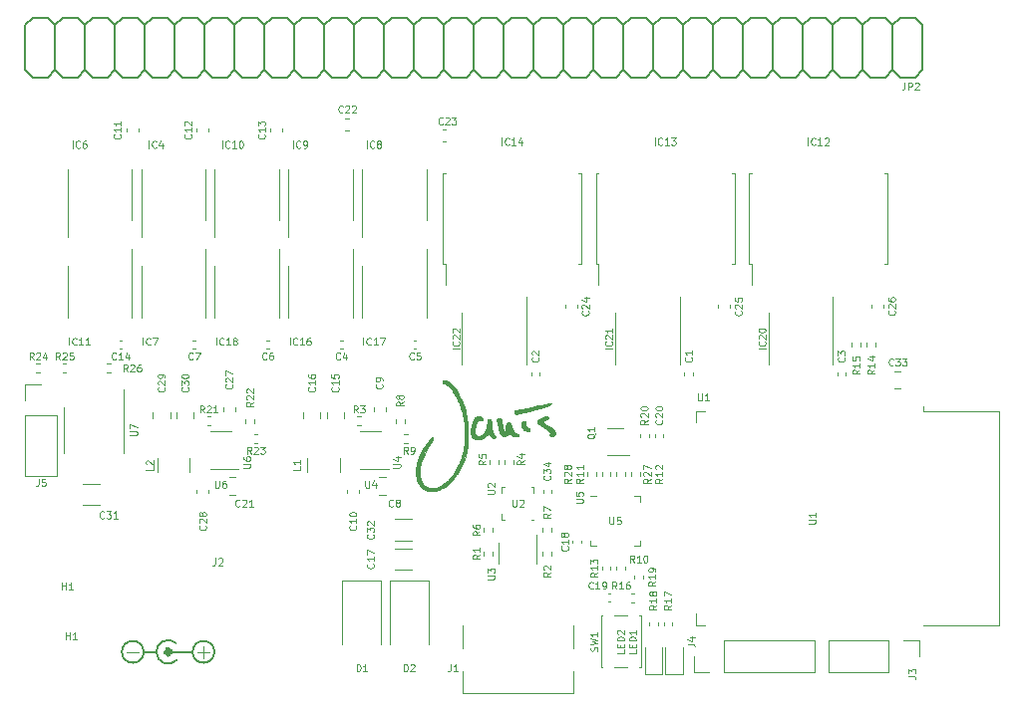
<source format=gbr>
G04 #@! TF.GenerationSoftware,KiCad,Pcbnew,(5.1.9-0-10_14)*
G04 #@! TF.CreationDate,2021-03-16T19:17:09+01:00*
G04 #@! TF.ProjectId,cflipclock_rev_a,63666c69-7063-46c6-9f63-6b5f7265765f,rev?*
G04 #@! TF.SameCoordinates,Original*
G04 #@! TF.FileFunction,Legend,Top*
G04 #@! TF.FilePolarity,Positive*
%FSLAX46Y46*%
G04 Gerber Fmt 4.6, Leading zero omitted, Abs format (unit mm)*
G04 Created by KiCad (PCBNEW (5.1.9-0-10_14)) date 2021-03-16 19:17:09*
%MOMM*%
%LPD*%
G01*
G04 APERTURE LIST*
%ADD10C,0.120000*%
%ADD11C,0.010000*%
%ADD12C,0.150000*%
%ADD13C,0.500000*%
%ADD14C,0.152400*%
G04 APERTURE END LIST*
D10*
X118800000Y-121400000D02*
X119800000Y-121400000D01*
X125300000Y-121900000D02*
X125300000Y-120900000D01*
X124800000Y-121400000D02*
X125800000Y-121400000D01*
D11*
G36*
X154766562Y-100304180D02*
G01*
X154729199Y-100332291D01*
X154692491Y-100358089D01*
X154655524Y-100381968D01*
X154617379Y-100404318D01*
X154577141Y-100425530D01*
X154533892Y-100445997D01*
X154486716Y-100466110D01*
X154434696Y-100486260D01*
X154376916Y-100506838D01*
X154312458Y-100528237D01*
X154240407Y-100550847D01*
X154159845Y-100575060D01*
X154072967Y-100600372D01*
X154001035Y-100620840D01*
X153921679Y-100642982D01*
X153835714Y-100666590D01*
X153743959Y-100691456D01*
X153647230Y-100717374D01*
X153546346Y-100744138D01*
X153442123Y-100771538D01*
X153335378Y-100799370D01*
X153226929Y-100827425D01*
X153117594Y-100855497D01*
X153008188Y-100883378D01*
X152899531Y-100910862D01*
X152792438Y-100937741D01*
X152687728Y-100963808D01*
X152586217Y-100988857D01*
X152488723Y-101012680D01*
X152396063Y-101035070D01*
X152309054Y-101055821D01*
X152228514Y-101074724D01*
X152155260Y-101091574D01*
X152090109Y-101106162D01*
X152033879Y-101118282D01*
X152005897Y-101124055D01*
X151954174Y-101133620D01*
X151911160Y-101139546D01*
X151875656Y-101141904D01*
X151846459Y-101140766D01*
X151822370Y-101136204D01*
X151819104Y-101135222D01*
X151774727Y-101116325D01*
X151737532Y-101090231D01*
X151708108Y-101057516D01*
X151687044Y-101018754D01*
X151680675Y-101000269D01*
X151675744Y-100966036D01*
X151680709Y-100933759D01*
X151694899Y-100904813D01*
X151717642Y-100880572D01*
X151747899Y-100862571D01*
X151762261Y-100857324D01*
X151783806Y-100850890D01*
X151812810Y-100843208D01*
X151849552Y-100834220D01*
X151894307Y-100823864D01*
X151947353Y-100812081D01*
X152008966Y-100798811D01*
X152079423Y-100783995D01*
X152159002Y-100767572D01*
X152247979Y-100749482D01*
X152346631Y-100729665D01*
X152455235Y-100708062D01*
X152533479Y-100692603D01*
X152831833Y-100632846D01*
X153130304Y-100571129D01*
X153431921Y-100506814D01*
X153739715Y-100439265D01*
X153800833Y-100425635D01*
X153934819Y-100396002D01*
X154059386Y-100369121D01*
X154174386Y-100345024D01*
X154279675Y-100323739D01*
X154375103Y-100305297D01*
X154460525Y-100289728D01*
X154472875Y-100287572D01*
X154513535Y-100280679D01*
X154547009Y-100275516D01*
X154576385Y-100271788D01*
X154604747Y-100269199D01*
X154635183Y-100267455D01*
X154670778Y-100266258D01*
X154703062Y-100265536D01*
X154819479Y-100263241D01*
X154766562Y-100304180D01*
G37*
X154766562Y-100304180D02*
X154729199Y-100332291D01*
X154692491Y-100358089D01*
X154655524Y-100381968D01*
X154617379Y-100404318D01*
X154577141Y-100425530D01*
X154533892Y-100445997D01*
X154486716Y-100466110D01*
X154434696Y-100486260D01*
X154376916Y-100506838D01*
X154312458Y-100528237D01*
X154240407Y-100550847D01*
X154159845Y-100575060D01*
X154072967Y-100600372D01*
X154001035Y-100620840D01*
X153921679Y-100642982D01*
X153835714Y-100666590D01*
X153743959Y-100691456D01*
X153647230Y-100717374D01*
X153546346Y-100744138D01*
X153442123Y-100771538D01*
X153335378Y-100799370D01*
X153226929Y-100827425D01*
X153117594Y-100855497D01*
X153008188Y-100883378D01*
X152899531Y-100910862D01*
X152792438Y-100937741D01*
X152687728Y-100963808D01*
X152586217Y-100988857D01*
X152488723Y-101012680D01*
X152396063Y-101035070D01*
X152309054Y-101055821D01*
X152228514Y-101074724D01*
X152155260Y-101091574D01*
X152090109Y-101106162D01*
X152033879Y-101118282D01*
X152005897Y-101124055D01*
X151954174Y-101133620D01*
X151911160Y-101139546D01*
X151875656Y-101141904D01*
X151846459Y-101140766D01*
X151822370Y-101136204D01*
X151819104Y-101135222D01*
X151774727Y-101116325D01*
X151737532Y-101090231D01*
X151708108Y-101057516D01*
X151687044Y-101018754D01*
X151680675Y-101000269D01*
X151675744Y-100966036D01*
X151680709Y-100933759D01*
X151694899Y-100904813D01*
X151717642Y-100880572D01*
X151747899Y-100862571D01*
X151762261Y-100857324D01*
X151783806Y-100850890D01*
X151812810Y-100843208D01*
X151849552Y-100834220D01*
X151894307Y-100823864D01*
X151947353Y-100812081D01*
X152008966Y-100798811D01*
X152079423Y-100783995D01*
X152159002Y-100767572D01*
X152247979Y-100749482D01*
X152346631Y-100729665D01*
X152455235Y-100708062D01*
X152533479Y-100692603D01*
X152831833Y-100632846D01*
X153130304Y-100571129D01*
X153431921Y-100506814D01*
X153739715Y-100439265D01*
X153800833Y-100425635D01*
X153934819Y-100396002D01*
X154059386Y-100369121D01*
X154174386Y-100345024D01*
X154279675Y-100323739D01*
X154375103Y-100305297D01*
X154460525Y-100289728D01*
X154472875Y-100287572D01*
X154513535Y-100280679D01*
X154547009Y-100275516D01*
X154576385Y-100271788D01*
X154604747Y-100269199D01*
X154635183Y-100267455D01*
X154670778Y-100266258D01*
X154703062Y-100265536D01*
X154819479Y-100263241D01*
X154766562Y-100304180D01*
G36*
X152557265Y-101764620D02*
G01*
X152582518Y-101766000D01*
X152602261Y-101769596D01*
X152617230Y-101776469D01*
X152628165Y-101787677D01*
X152635803Y-101804282D01*
X152640882Y-101827344D01*
X152644140Y-101857922D01*
X152646316Y-101897078D01*
X152647936Y-101939904D01*
X152650253Y-101993768D01*
X152653198Y-102038569D01*
X152657004Y-102075821D01*
X152661907Y-102107037D01*
X152668140Y-102133731D01*
X152675938Y-102157414D01*
X152684781Y-102178029D01*
X152705181Y-102211069D01*
X152734489Y-102242661D01*
X152773215Y-102273248D01*
X152821866Y-102303273D01*
X152838177Y-102312083D01*
X152878040Y-102333436D01*
X152909797Y-102351508D01*
X152935002Y-102367341D01*
X152955209Y-102381976D01*
X152971974Y-102396453D01*
X152986473Y-102411392D01*
X153008456Y-102442182D01*
X153020260Y-102474053D01*
X153021688Y-102506461D01*
X153021482Y-102508098D01*
X153014947Y-102532131D01*
X153001903Y-102550866D01*
X152981357Y-102565037D01*
X152952316Y-102575378D01*
X152922329Y-102581381D01*
X152899481Y-102584205D01*
X152871200Y-102586653D01*
X152840468Y-102588580D01*
X152810265Y-102589841D01*
X152783573Y-102590291D01*
X152763374Y-102589785D01*
X152758375Y-102589354D01*
X152685693Y-102577079D01*
X152620032Y-102557465D01*
X152560315Y-102529988D01*
X152505468Y-102494127D01*
X152454417Y-102449360D01*
X152440459Y-102434947D01*
X152396956Y-102381906D01*
X152361513Y-102323923D01*
X152333414Y-102259665D01*
X152315584Y-102202239D01*
X152308030Y-102165365D01*
X152302505Y-102121787D01*
X152299118Y-102074587D01*
X152297980Y-102026846D01*
X152299200Y-101981646D01*
X152302888Y-101942068D01*
X152305705Y-101925292D01*
X152318145Y-101880281D01*
X152335535Y-101842749D01*
X152357366Y-101813646D01*
X152371918Y-101800966D01*
X152393908Y-101786848D01*
X152416578Y-101776678D01*
X152442186Y-101769919D01*
X152472993Y-101766034D01*
X152511260Y-101764485D01*
X152525763Y-101764395D01*
X152557265Y-101764620D01*
G37*
X152557265Y-101764620D02*
X152582518Y-101766000D01*
X152602261Y-101769596D01*
X152617230Y-101776469D01*
X152628165Y-101787677D01*
X152635803Y-101804282D01*
X152640882Y-101827344D01*
X152644140Y-101857922D01*
X152646316Y-101897078D01*
X152647936Y-101939904D01*
X152650253Y-101993768D01*
X152653198Y-102038569D01*
X152657004Y-102075821D01*
X152661907Y-102107037D01*
X152668140Y-102133731D01*
X152675938Y-102157414D01*
X152684781Y-102178029D01*
X152705181Y-102211069D01*
X152734489Y-102242661D01*
X152773215Y-102273248D01*
X152821866Y-102303273D01*
X152838177Y-102312083D01*
X152878040Y-102333436D01*
X152909797Y-102351508D01*
X152935002Y-102367341D01*
X152955209Y-102381976D01*
X152971974Y-102396453D01*
X152986473Y-102411392D01*
X153008456Y-102442182D01*
X153020260Y-102474053D01*
X153021688Y-102506461D01*
X153021482Y-102508098D01*
X153014947Y-102532131D01*
X153001903Y-102550866D01*
X152981357Y-102565037D01*
X152952316Y-102575378D01*
X152922329Y-102581381D01*
X152899481Y-102584205D01*
X152871200Y-102586653D01*
X152840468Y-102588580D01*
X152810265Y-102589841D01*
X152783573Y-102590291D01*
X152763374Y-102589785D01*
X152758375Y-102589354D01*
X152685693Y-102577079D01*
X152620032Y-102557465D01*
X152560315Y-102529988D01*
X152505468Y-102494127D01*
X152454417Y-102449360D01*
X152440459Y-102434947D01*
X152396956Y-102381906D01*
X152361513Y-102323923D01*
X152333414Y-102259665D01*
X152315584Y-102202239D01*
X152308030Y-102165365D01*
X152302505Y-102121787D01*
X152299118Y-102074587D01*
X152297980Y-102026846D01*
X152299200Y-101981646D01*
X152302888Y-101942068D01*
X152305705Y-101925292D01*
X152318145Y-101880281D01*
X152335535Y-101842749D01*
X152357366Y-101813646D01*
X152371918Y-101800966D01*
X152393908Y-101786848D01*
X152416578Y-101776678D01*
X152442186Y-101769919D01*
X152472993Y-101766034D01*
X152511260Y-101764485D01*
X152525763Y-101764395D01*
X152557265Y-101764620D01*
G36*
X154463771Y-101331476D02*
G01*
X154474122Y-101334124D01*
X154496568Y-101344920D01*
X154519239Y-101362728D01*
X154540195Y-101385168D01*
X154557502Y-101409862D01*
X154569220Y-101434432D01*
X154573416Y-101456042D01*
X154568255Y-101482737D01*
X154553042Y-101510519D01*
X154528186Y-101538856D01*
X154494094Y-101567217D01*
X154480754Y-101576580D01*
X154452867Y-101593998D01*
X154417241Y-101613783D01*
X154373444Y-101636148D01*
X154321042Y-101661306D01*
X154259600Y-101689470D01*
X154188685Y-101720854D01*
X154172887Y-101727726D01*
X154131142Y-101746005D01*
X154098524Y-101760688D01*
X154074339Y-101772124D01*
X154057894Y-101780660D01*
X154048494Y-101786644D01*
X154045445Y-101790425D01*
X154045887Y-101791435D01*
X154051228Y-101795283D01*
X154064652Y-101804529D01*
X154085446Y-101818691D01*
X154112894Y-101837287D01*
X154146282Y-101859834D01*
X154184894Y-101885849D01*
X154228015Y-101914851D01*
X154274930Y-101946357D01*
X154324925Y-101979885D01*
X154367041Y-102008095D01*
X154452619Y-102065450D01*
X154529877Y-102117379D01*
X154599346Y-102164260D01*
X154661554Y-102206472D01*
X154717032Y-102244396D01*
X154766307Y-102278409D01*
X154809911Y-102308892D01*
X154848371Y-102336224D01*
X154882219Y-102360783D01*
X154911982Y-102382949D01*
X154938190Y-102403102D01*
X154961374Y-102421620D01*
X154982061Y-102438882D01*
X155000782Y-102455268D01*
X155018066Y-102471157D01*
X155031518Y-102484062D01*
X155067107Y-102521782D01*
X155094438Y-102558244D01*
X155115027Y-102596252D01*
X155130391Y-102638606D01*
X155142046Y-102688109D01*
X155142103Y-102688411D01*
X155147339Y-102721113D01*
X155151226Y-102755900D01*
X155153641Y-102790266D01*
X155154460Y-102821707D01*
X155153558Y-102847717D01*
X155150875Y-102865563D01*
X155139138Y-102894246D01*
X155119510Y-102921679D01*
X155090981Y-102949136D01*
X155073445Y-102962983D01*
X155037613Y-102988474D01*
X155006865Y-103007054D01*
X154979147Y-103019630D01*
X154952407Y-103027107D01*
X154924592Y-103030391D01*
X154920309Y-103030575D01*
X154897009Y-103030744D01*
X154877495Y-103028931D01*
X154857378Y-103024411D01*
X154832268Y-103016462D01*
X154830062Y-103015707D01*
X154780775Y-102997307D01*
X154741141Y-102979277D01*
X154711346Y-102961741D01*
X154691575Y-102944823D01*
X154682014Y-102928645D01*
X154681766Y-102916610D01*
X154688790Y-102899859D01*
X154702222Y-102882268D01*
X154723237Y-102862502D01*
X154743616Y-102846255D01*
X154768572Y-102826368D01*
X154785559Y-102810362D01*
X154795764Y-102796811D01*
X154800375Y-102784290D01*
X154800958Y-102777441D01*
X154796775Y-102762305D01*
X154784752Y-102741910D01*
X154765677Y-102717127D01*
X154740338Y-102688825D01*
X154709523Y-102657875D01*
X154674021Y-102625145D01*
X154634621Y-102591506D01*
X154626333Y-102584739D01*
X154602544Y-102565607D01*
X154578826Y-102546879D01*
X154554585Y-102528144D01*
X154529227Y-102508991D01*
X154502159Y-102489008D01*
X154472786Y-102467785D01*
X154440516Y-102444910D01*
X154404753Y-102419974D01*
X154364905Y-102392565D01*
X154320378Y-102362272D01*
X154270578Y-102328684D01*
X154214911Y-102291390D01*
X154152783Y-102249980D01*
X154083601Y-102204042D01*
X154006771Y-102153166D01*
X153921699Y-102096940D01*
X153917250Y-102094002D01*
X153856251Y-102053312D01*
X153803849Y-102017428D01*
X153759468Y-101985880D01*
X153722529Y-101958197D01*
X153692456Y-101933911D01*
X153668670Y-101912550D01*
X153650596Y-101893646D01*
X153637656Y-101876727D01*
X153629272Y-101861324D01*
X153628191Y-101858645D01*
X153622452Y-101830148D01*
X153624628Y-101798514D01*
X153634194Y-101766994D01*
X153646687Y-101744228D01*
X153662903Y-101723774D01*
X153684331Y-101702254D01*
X153711488Y-101679337D01*
X153744890Y-101654694D01*
X153785055Y-101627992D01*
X153832500Y-101598901D01*
X153887740Y-101567090D01*
X153951293Y-101532229D01*
X154023676Y-101493987D01*
X154094520Y-101457562D01*
X154161010Y-101424309D01*
X154219326Y-101396454D01*
X154270243Y-101373746D01*
X154314537Y-101355934D01*
X154352982Y-101342764D01*
X154386353Y-101333986D01*
X154415425Y-101329346D01*
X154440973Y-101328593D01*
X154463771Y-101331476D01*
G37*
X154463771Y-101331476D02*
X154474122Y-101334124D01*
X154496568Y-101344920D01*
X154519239Y-101362728D01*
X154540195Y-101385168D01*
X154557502Y-101409862D01*
X154569220Y-101434432D01*
X154573416Y-101456042D01*
X154568255Y-101482737D01*
X154553042Y-101510519D01*
X154528186Y-101538856D01*
X154494094Y-101567217D01*
X154480754Y-101576580D01*
X154452867Y-101593998D01*
X154417241Y-101613783D01*
X154373444Y-101636148D01*
X154321042Y-101661306D01*
X154259600Y-101689470D01*
X154188685Y-101720854D01*
X154172887Y-101727726D01*
X154131142Y-101746005D01*
X154098524Y-101760688D01*
X154074339Y-101772124D01*
X154057894Y-101780660D01*
X154048494Y-101786644D01*
X154045445Y-101790425D01*
X154045887Y-101791435D01*
X154051228Y-101795283D01*
X154064652Y-101804529D01*
X154085446Y-101818691D01*
X154112894Y-101837287D01*
X154146282Y-101859834D01*
X154184894Y-101885849D01*
X154228015Y-101914851D01*
X154274930Y-101946357D01*
X154324925Y-101979885D01*
X154367041Y-102008095D01*
X154452619Y-102065450D01*
X154529877Y-102117379D01*
X154599346Y-102164260D01*
X154661554Y-102206472D01*
X154717032Y-102244396D01*
X154766307Y-102278409D01*
X154809911Y-102308892D01*
X154848371Y-102336224D01*
X154882219Y-102360783D01*
X154911982Y-102382949D01*
X154938190Y-102403102D01*
X154961374Y-102421620D01*
X154982061Y-102438882D01*
X155000782Y-102455268D01*
X155018066Y-102471157D01*
X155031518Y-102484062D01*
X155067107Y-102521782D01*
X155094438Y-102558244D01*
X155115027Y-102596252D01*
X155130391Y-102638606D01*
X155142046Y-102688109D01*
X155142103Y-102688411D01*
X155147339Y-102721113D01*
X155151226Y-102755900D01*
X155153641Y-102790266D01*
X155154460Y-102821707D01*
X155153558Y-102847717D01*
X155150875Y-102865563D01*
X155139138Y-102894246D01*
X155119510Y-102921679D01*
X155090981Y-102949136D01*
X155073445Y-102962983D01*
X155037613Y-102988474D01*
X155006865Y-103007054D01*
X154979147Y-103019630D01*
X154952407Y-103027107D01*
X154924592Y-103030391D01*
X154920309Y-103030575D01*
X154897009Y-103030744D01*
X154877495Y-103028931D01*
X154857378Y-103024411D01*
X154832268Y-103016462D01*
X154830062Y-103015707D01*
X154780775Y-102997307D01*
X154741141Y-102979277D01*
X154711346Y-102961741D01*
X154691575Y-102944823D01*
X154682014Y-102928645D01*
X154681766Y-102916610D01*
X154688790Y-102899859D01*
X154702222Y-102882268D01*
X154723237Y-102862502D01*
X154743616Y-102846255D01*
X154768572Y-102826368D01*
X154785559Y-102810362D01*
X154795764Y-102796811D01*
X154800375Y-102784290D01*
X154800958Y-102777441D01*
X154796775Y-102762305D01*
X154784752Y-102741910D01*
X154765677Y-102717127D01*
X154740338Y-102688825D01*
X154709523Y-102657875D01*
X154674021Y-102625145D01*
X154634621Y-102591506D01*
X154626333Y-102584739D01*
X154602544Y-102565607D01*
X154578826Y-102546879D01*
X154554585Y-102528144D01*
X154529227Y-102508991D01*
X154502159Y-102489008D01*
X154472786Y-102467785D01*
X154440516Y-102444910D01*
X154404753Y-102419974D01*
X154364905Y-102392565D01*
X154320378Y-102362272D01*
X154270578Y-102328684D01*
X154214911Y-102291390D01*
X154152783Y-102249980D01*
X154083601Y-102204042D01*
X154006771Y-102153166D01*
X153921699Y-102096940D01*
X153917250Y-102094002D01*
X153856251Y-102053312D01*
X153803849Y-102017428D01*
X153759468Y-101985880D01*
X153722529Y-101958197D01*
X153692456Y-101933911D01*
X153668670Y-101912550D01*
X153650596Y-101893646D01*
X153637656Y-101876727D01*
X153629272Y-101861324D01*
X153628191Y-101858645D01*
X153622452Y-101830148D01*
X153624628Y-101798514D01*
X153634194Y-101766994D01*
X153646687Y-101744228D01*
X153662903Y-101723774D01*
X153684331Y-101702254D01*
X153711488Y-101679337D01*
X153744890Y-101654694D01*
X153785055Y-101627992D01*
X153832500Y-101598901D01*
X153887740Y-101567090D01*
X153951293Y-101532229D01*
X154023676Y-101493987D01*
X154094520Y-101457562D01*
X154161010Y-101424309D01*
X154219326Y-101396454D01*
X154270243Y-101373746D01*
X154314537Y-101355934D01*
X154352982Y-101342764D01*
X154386353Y-101333986D01*
X154415425Y-101329346D01*
X154440973Y-101328593D01*
X154463771Y-101331476D01*
G36*
X150448358Y-101500900D02*
G01*
X150486114Y-101511024D01*
X150519277Y-101528990D01*
X150543788Y-101551489D01*
X150552906Y-101564108D01*
X150561719Y-101580631D01*
X150570393Y-101601742D01*
X150579095Y-101628125D01*
X150587991Y-101660464D01*
X150597247Y-101699443D01*
X150607031Y-101745747D01*
X150617507Y-101800059D01*
X150628842Y-101863063D01*
X150641203Y-101935443D01*
X150649831Y-101987626D01*
X150657340Y-102032906D01*
X150664977Y-102077852D01*
X150672415Y-102120613D01*
X150679326Y-102159337D01*
X150685381Y-102192171D01*
X150690253Y-102217264D01*
X150692017Y-102225751D01*
X150709977Y-102303847D01*
X150729189Y-102377423D01*
X150749266Y-102445249D01*
X150769822Y-102506091D01*
X150790470Y-102558719D01*
X150808967Y-102598342D01*
X150824829Y-102627308D01*
X150838384Y-102647492D01*
X150850842Y-102660094D01*
X150863412Y-102666313D01*
X150877305Y-102667350D01*
X150878439Y-102667251D01*
X150885978Y-102661337D01*
X150893954Y-102645269D01*
X150902281Y-102619464D01*
X150910873Y-102584339D01*
X150919643Y-102540310D01*
X150928505Y-102487794D01*
X150937374Y-102427208D01*
X150946162Y-102358969D01*
X150951320Y-102314883D01*
X150960929Y-102236961D01*
X150971148Y-102168815D01*
X150982222Y-102109646D01*
X150994398Y-102058653D01*
X151007920Y-102015036D01*
X151023036Y-101977994D01*
X151039991Y-101946727D01*
X151059032Y-101920435D01*
X151078934Y-101899647D01*
X151107082Y-101877968D01*
X151136787Y-101863978D01*
X151170779Y-101856719D01*
X151205456Y-101855126D01*
X151233565Y-101856914D01*
X151258818Y-101862225D01*
X151281732Y-101871754D01*
X151302823Y-101886198D01*
X151322607Y-101906254D01*
X151341599Y-101932619D01*
X151360316Y-101965988D01*
X151379274Y-102007060D01*
X151398989Y-102056529D01*
X151419977Y-102115094D01*
X151438111Y-102169208D01*
X151454418Y-102217835D01*
X151472020Y-102268284D01*
X151490293Y-102318914D01*
X151508613Y-102368084D01*
X151526358Y-102414154D01*
X151542902Y-102455485D01*
X151557622Y-102490435D01*
X151569895Y-102517365D01*
X151572555Y-102522744D01*
X151596128Y-102562601D01*
X151627509Y-102605290D01*
X151665030Y-102648926D01*
X151707023Y-102691626D01*
X151751820Y-102731505D01*
X151770823Y-102746767D01*
X151815640Y-102779397D01*
X151858525Y-102805590D01*
X151903495Y-102827663D01*
X151930535Y-102838871D01*
X151961120Y-102851708D01*
X151983243Y-102863233D01*
X151998710Y-102874685D01*
X152009331Y-102887302D01*
X152014243Y-102896185D01*
X152020208Y-102916762D01*
X152022544Y-102943044D01*
X152021119Y-102970743D01*
X152017223Y-102990884D01*
X152004682Y-103017340D01*
X151984149Y-103039255D01*
X151958007Y-103054171D01*
X151954682Y-103055349D01*
X151922090Y-103063463D01*
X151881842Y-103069195D01*
X151836627Y-103072397D01*
X151789131Y-103072924D01*
X151742045Y-103070627D01*
X151718562Y-103068261D01*
X151677486Y-103060580D01*
X151632465Y-103047636D01*
X151587724Y-103030891D01*
X151547491Y-103011806D01*
X151535242Y-103004836D01*
X151489293Y-102974512D01*
X151445281Y-102939576D01*
X151400983Y-102898148D01*
X151367183Y-102862719D01*
X151329708Y-102822028D01*
X151298579Y-102788685D01*
X151273144Y-102762100D01*
X151252752Y-102741679D01*
X151236753Y-102726833D01*
X151224496Y-102716967D01*
X151215329Y-102711491D01*
X151208601Y-102709813D01*
X151203662Y-102711340D01*
X151202128Y-102712629D01*
X151199490Y-102719747D01*
X151196510Y-102734684D01*
X151193692Y-102754708D01*
X151192744Y-102763331D01*
X151187379Y-102798435D01*
X151178188Y-102828504D01*
X151163825Y-102856158D01*
X151142944Y-102884017D01*
X151115749Y-102913152D01*
X151075737Y-102948990D01*
X151034151Y-102977113D01*
X150987406Y-102999777D01*
X150963816Y-103008766D01*
X150918564Y-103020046D01*
X150869332Y-103023966D01*
X150819799Y-103020477D01*
X150779291Y-103011363D01*
X150726070Y-102991462D01*
X150677035Y-102965916D01*
X150631843Y-102934226D01*
X150590153Y-102895894D01*
X150551624Y-102850422D01*
X150515913Y-102797309D01*
X150482680Y-102736058D01*
X150451582Y-102666168D01*
X150422278Y-102587143D01*
X150394426Y-102498482D01*
X150372015Y-102416629D01*
X150365634Y-102390736D01*
X150357675Y-102356551D01*
X150348600Y-102316170D01*
X150338872Y-102271686D01*
X150328953Y-102225192D01*
X150319303Y-102178783D01*
X150316272Y-102163916D01*
X150300427Y-102087154D01*
X150285826Y-102019435D01*
X150272114Y-101959338D01*
X150258938Y-101905444D01*
X150245946Y-101856332D01*
X150232785Y-101810583D01*
X150219102Y-101766776D01*
X150212873Y-101747895D01*
X150199867Y-101707087D01*
X150191377Y-101674337D01*
X150187599Y-101648040D01*
X150188726Y-101626592D01*
X150194956Y-101608389D01*
X150206481Y-101591828D01*
X150223498Y-101575304D01*
X150235004Y-101565860D01*
X150276728Y-101537655D01*
X150320193Y-101516997D01*
X150364130Y-101503946D01*
X150407274Y-101498561D01*
X150448358Y-101500900D01*
G37*
X150448358Y-101500900D02*
X150486114Y-101511024D01*
X150519277Y-101528990D01*
X150543788Y-101551489D01*
X150552906Y-101564108D01*
X150561719Y-101580631D01*
X150570393Y-101601742D01*
X150579095Y-101628125D01*
X150587991Y-101660464D01*
X150597247Y-101699443D01*
X150607031Y-101745747D01*
X150617507Y-101800059D01*
X150628842Y-101863063D01*
X150641203Y-101935443D01*
X150649831Y-101987626D01*
X150657340Y-102032906D01*
X150664977Y-102077852D01*
X150672415Y-102120613D01*
X150679326Y-102159337D01*
X150685381Y-102192171D01*
X150690253Y-102217264D01*
X150692017Y-102225751D01*
X150709977Y-102303847D01*
X150729189Y-102377423D01*
X150749266Y-102445249D01*
X150769822Y-102506091D01*
X150790470Y-102558719D01*
X150808967Y-102598342D01*
X150824829Y-102627308D01*
X150838384Y-102647492D01*
X150850842Y-102660094D01*
X150863412Y-102666313D01*
X150877305Y-102667350D01*
X150878439Y-102667251D01*
X150885978Y-102661337D01*
X150893954Y-102645269D01*
X150902281Y-102619464D01*
X150910873Y-102584339D01*
X150919643Y-102540310D01*
X150928505Y-102487794D01*
X150937374Y-102427208D01*
X150946162Y-102358969D01*
X150951320Y-102314883D01*
X150960929Y-102236961D01*
X150971148Y-102168815D01*
X150982222Y-102109646D01*
X150994398Y-102058653D01*
X151007920Y-102015036D01*
X151023036Y-101977994D01*
X151039991Y-101946727D01*
X151059032Y-101920435D01*
X151078934Y-101899647D01*
X151107082Y-101877968D01*
X151136787Y-101863978D01*
X151170779Y-101856719D01*
X151205456Y-101855126D01*
X151233565Y-101856914D01*
X151258818Y-101862225D01*
X151281732Y-101871754D01*
X151302823Y-101886198D01*
X151322607Y-101906254D01*
X151341599Y-101932619D01*
X151360316Y-101965988D01*
X151379274Y-102007060D01*
X151398989Y-102056529D01*
X151419977Y-102115094D01*
X151438111Y-102169208D01*
X151454418Y-102217835D01*
X151472020Y-102268284D01*
X151490293Y-102318914D01*
X151508613Y-102368084D01*
X151526358Y-102414154D01*
X151542902Y-102455485D01*
X151557622Y-102490435D01*
X151569895Y-102517365D01*
X151572555Y-102522744D01*
X151596128Y-102562601D01*
X151627509Y-102605290D01*
X151665030Y-102648926D01*
X151707023Y-102691626D01*
X151751820Y-102731505D01*
X151770823Y-102746767D01*
X151815640Y-102779397D01*
X151858525Y-102805590D01*
X151903495Y-102827663D01*
X151930535Y-102838871D01*
X151961120Y-102851708D01*
X151983243Y-102863233D01*
X151998710Y-102874685D01*
X152009331Y-102887302D01*
X152014243Y-102896185D01*
X152020208Y-102916762D01*
X152022544Y-102943044D01*
X152021119Y-102970743D01*
X152017223Y-102990884D01*
X152004682Y-103017340D01*
X151984149Y-103039255D01*
X151958007Y-103054171D01*
X151954682Y-103055349D01*
X151922090Y-103063463D01*
X151881842Y-103069195D01*
X151836627Y-103072397D01*
X151789131Y-103072924D01*
X151742045Y-103070627D01*
X151718562Y-103068261D01*
X151677486Y-103060580D01*
X151632465Y-103047636D01*
X151587724Y-103030891D01*
X151547491Y-103011806D01*
X151535242Y-103004836D01*
X151489293Y-102974512D01*
X151445281Y-102939576D01*
X151400983Y-102898148D01*
X151367183Y-102862719D01*
X151329708Y-102822028D01*
X151298579Y-102788685D01*
X151273144Y-102762100D01*
X151252752Y-102741679D01*
X151236753Y-102726833D01*
X151224496Y-102716967D01*
X151215329Y-102711491D01*
X151208601Y-102709813D01*
X151203662Y-102711340D01*
X151202128Y-102712629D01*
X151199490Y-102719747D01*
X151196510Y-102734684D01*
X151193692Y-102754708D01*
X151192744Y-102763331D01*
X151187379Y-102798435D01*
X151178188Y-102828504D01*
X151163825Y-102856158D01*
X151142944Y-102884017D01*
X151115749Y-102913152D01*
X151075737Y-102948990D01*
X151034151Y-102977113D01*
X150987406Y-102999777D01*
X150963816Y-103008766D01*
X150918564Y-103020046D01*
X150869332Y-103023966D01*
X150819799Y-103020477D01*
X150779291Y-103011363D01*
X150726070Y-102991462D01*
X150677035Y-102965916D01*
X150631843Y-102934226D01*
X150590153Y-102895894D01*
X150551624Y-102850422D01*
X150515913Y-102797309D01*
X150482680Y-102736058D01*
X150451582Y-102666168D01*
X150422278Y-102587143D01*
X150394426Y-102498482D01*
X150372015Y-102416629D01*
X150365634Y-102390736D01*
X150357675Y-102356551D01*
X150348600Y-102316170D01*
X150338872Y-102271686D01*
X150328953Y-102225192D01*
X150319303Y-102178783D01*
X150316272Y-102163916D01*
X150300427Y-102087154D01*
X150285826Y-102019435D01*
X150272114Y-101959338D01*
X150258938Y-101905444D01*
X150245946Y-101856332D01*
X150232785Y-101810583D01*
X150219102Y-101766776D01*
X150212873Y-101747895D01*
X150199867Y-101707087D01*
X150191377Y-101674337D01*
X150187599Y-101648040D01*
X150188726Y-101626592D01*
X150194956Y-101608389D01*
X150206481Y-101591828D01*
X150223498Y-101575304D01*
X150235004Y-101565860D01*
X150276728Y-101537655D01*
X150320193Y-101516997D01*
X150364130Y-101503946D01*
X150407274Y-101498561D01*
X150448358Y-101500900D01*
G36*
X148690425Y-101323713D02*
G01*
X148743240Y-101334696D01*
X148793070Y-101353943D01*
X148838646Y-101381511D01*
X148867417Y-101405867D01*
X148894721Y-101435750D01*
X148921465Y-101471181D01*
X148945917Y-101509366D01*
X148966342Y-101547507D01*
X148981009Y-101582810D01*
X148984800Y-101595229D01*
X148987126Y-101623088D01*
X148980112Y-101649734D01*
X148964945Y-101672860D01*
X148942813Y-101690158D01*
X148933842Y-101694328D01*
X148900100Y-101703815D01*
X148864388Y-101706021D01*
X148825463Y-101700776D01*
X148782086Y-101687911D01*
X148733015Y-101667253D01*
X148731614Y-101666593D01*
X148696801Y-101651392D01*
X148668828Y-101642605D01*
X148645971Y-101640430D01*
X148626505Y-101645063D01*
X148608705Y-101656700D01*
X148590848Y-101675539D01*
X148584649Y-101683370D01*
X148555706Y-101726121D01*
X148526801Y-101778556D01*
X148498272Y-101839777D01*
X148470458Y-101908890D01*
X148443698Y-101984998D01*
X148418330Y-102067205D01*
X148394694Y-102154615D01*
X148374958Y-102238000D01*
X148359138Y-102313992D01*
X148347062Y-102382999D01*
X148338441Y-102447820D01*
X148332982Y-102511252D01*
X148330395Y-102576094D01*
X148330387Y-102645144D01*
X148330736Y-102662625D01*
X148332350Y-102714060D01*
X148334880Y-102756440D01*
X148338816Y-102791284D01*
X148344648Y-102820111D01*
X148352863Y-102844442D01*
X148363953Y-102865796D01*
X148378406Y-102885692D01*
X148396712Y-102905649D01*
X148414498Y-102922717D01*
X148459747Y-102960078D01*
X148507731Y-102991445D01*
X148555685Y-103015074D01*
X148568634Y-103020031D01*
X148590440Y-103027023D01*
X148610501Y-103031226D01*
X148633002Y-103033271D01*
X148659979Y-103033788D01*
X148687689Y-103033300D01*
X148709334Y-103031309D01*
X148729407Y-103027086D01*
X148752398Y-103019903D01*
X148758382Y-103017822D01*
X148801227Y-103000434D01*
X148844660Y-102977966D01*
X148889817Y-102949659D01*
X148937837Y-102914753D01*
X148989858Y-102872489D01*
X149033615Y-102834224D01*
X149099273Y-102768508D01*
X149158234Y-102695181D01*
X149210586Y-102614077D01*
X149256415Y-102525029D01*
X149295810Y-102427871D01*
X149328855Y-102322436D01*
X149352390Y-102224413D01*
X149362108Y-102173125D01*
X149369887Y-102120556D01*
X149375923Y-102064684D01*
X149380414Y-102003487D01*
X149383555Y-101934943D01*
X149384827Y-101891395D01*
X149386514Y-101834072D01*
X149388716Y-101786243D01*
X149391675Y-101746819D01*
X149395634Y-101714714D01*
X149400838Y-101688842D01*
X149407528Y-101668116D01*
X149415949Y-101651449D01*
X149426344Y-101637753D01*
X149438954Y-101625942D01*
X149445316Y-101621027D01*
X149467042Y-101607658D01*
X149495146Y-101593995D01*
X149525605Y-101581711D01*
X149554397Y-101572478D01*
X149570872Y-101568812D01*
X149602941Y-101568487D01*
X149632253Y-101578160D01*
X149658234Y-101597474D01*
X149680310Y-101626069D01*
X149689123Y-101642508D01*
X149699066Y-101665971D01*
X149708151Y-101693253D01*
X149716513Y-101725176D01*
X149724285Y-101762561D01*
X149731603Y-101806231D01*
X149738601Y-101857006D01*
X149745413Y-101915709D01*
X149752175Y-101983160D01*
X149759019Y-102060182D01*
X149760612Y-102079250D01*
X149770132Y-102186781D01*
X149780147Y-102284391D01*
X149790799Y-102372737D01*
X149802228Y-102452477D01*
X149814577Y-102524265D01*
X149827985Y-102588760D01*
X149842594Y-102646618D01*
X149858545Y-102698495D01*
X149875979Y-102745049D01*
X149895036Y-102786935D01*
X149915858Y-102824812D01*
X149923218Y-102836663D01*
X149933841Y-102851388D01*
X149949886Y-102871313D01*
X149969373Y-102894076D01*
X149990320Y-102917315D01*
X149995497Y-102922863D01*
X150029275Y-102960682D01*
X150054873Y-102993863D01*
X150072979Y-103023540D01*
X150084281Y-103050851D01*
X150089469Y-103076932D01*
X150089574Y-103078151D01*
X150088409Y-103106740D01*
X150079203Y-103129034D01*
X150061246Y-103146368D01*
X150049845Y-103153048D01*
X150026398Y-103161863D01*
X149997075Y-103168463D01*
X149966481Y-103172123D01*
X149939218Y-103172118D01*
X149933228Y-103171424D01*
X149888581Y-103160530D01*
X149840908Y-103141251D01*
X149791885Y-103114685D01*
X149743186Y-103081930D01*
X149696483Y-103044086D01*
X149653451Y-103002249D01*
X149624603Y-102968925D01*
X149601250Y-102937978D01*
X149584537Y-102911202D01*
X149573169Y-102885770D01*
X149565850Y-102858850D01*
X149561727Y-102831676D01*
X149558845Y-102810422D01*
X149555639Y-102793166D01*
X149552651Y-102782647D01*
X149551669Y-102780969D01*
X149549260Y-102779701D01*
X149545564Y-102780175D01*
X149539980Y-102782911D01*
X149531907Y-102788428D01*
X149520744Y-102797247D01*
X149505890Y-102809886D01*
X149486744Y-102826865D01*
X149462704Y-102848703D01*
X149433171Y-102875922D01*
X149397542Y-102909039D01*
X149355218Y-102948575D01*
X149323944Y-102977856D01*
X149254468Y-103040062D01*
X149185454Y-103096232D01*
X149118386Y-103145216D01*
X149058519Y-103183634D01*
X149014467Y-103208310D01*
X148971891Y-103228721D01*
X148928307Y-103245745D01*
X148881227Y-103260262D01*
X148828167Y-103273154D01*
X148776395Y-103283511D01*
X148746240Y-103287763D01*
X148708593Y-103291021D01*
X148666125Y-103293242D01*
X148621508Y-103294383D01*
X148577413Y-103294399D01*
X148536510Y-103293248D01*
X148501471Y-103290885D01*
X148480951Y-103288341D01*
X148398320Y-103270541D01*
X148322897Y-103245061D01*
X148254542Y-103211832D01*
X148193112Y-103170785D01*
X148143813Y-103127290D01*
X148106460Y-103085762D01*
X148075087Y-103041539D01*
X148049415Y-102993665D01*
X148029168Y-102941186D01*
X148014068Y-102883147D01*
X148003838Y-102818593D01*
X147998201Y-102746570D01*
X147996879Y-102666123D01*
X147997694Y-102624291D01*
X148002769Y-102530265D01*
X148012318Y-102433937D01*
X148026035Y-102336264D01*
X148043611Y-102238205D01*
X148064739Y-102140716D01*
X148089112Y-102044756D01*
X148116422Y-101951282D01*
X148146362Y-101861251D01*
X148178623Y-101775622D01*
X148212899Y-101695352D01*
X148248882Y-101621398D01*
X148286265Y-101554718D01*
X148324739Y-101496270D01*
X148363998Y-101447012D01*
X148381839Y-101428098D01*
X148425942Y-101390718D01*
X148474667Y-101361254D01*
X148526746Y-101339764D01*
X148580910Y-101326305D01*
X148635893Y-101320935D01*
X148690425Y-101323713D01*
G37*
X148690425Y-101323713D02*
X148743240Y-101334696D01*
X148793070Y-101353943D01*
X148838646Y-101381511D01*
X148867417Y-101405867D01*
X148894721Y-101435750D01*
X148921465Y-101471181D01*
X148945917Y-101509366D01*
X148966342Y-101547507D01*
X148981009Y-101582810D01*
X148984800Y-101595229D01*
X148987126Y-101623088D01*
X148980112Y-101649734D01*
X148964945Y-101672860D01*
X148942813Y-101690158D01*
X148933842Y-101694328D01*
X148900100Y-101703815D01*
X148864388Y-101706021D01*
X148825463Y-101700776D01*
X148782086Y-101687911D01*
X148733015Y-101667253D01*
X148731614Y-101666593D01*
X148696801Y-101651392D01*
X148668828Y-101642605D01*
X148645971Y-101640430D01*
X148626505Y-101645063D01*
X148608705Y-101656700D01*
X148590848Y-101675539D01*
X148584649Y-101683370D01*
X148555706Y-101726121D01*
X148526801Y-101778556D01*
X148498272Y-101839777D01*
X148470458Y-101908890D01*
X148443698Y-101984998D01*
X148418330Y-102067205D01*
X148394694Y-102154615D01*
X148374958Y-102238000D01*
X148359138Y-102313992D01*
X148347062Y-102382999D01*
X148338441Y-102447820D01*
X148332982Y-102511252D01*
X148330395Y-102576094D01*
X148330387Y-102645144D01*
X148330736Y-102662625D01*
X148332350Y-102714060D01*
X148334880Y-102756440D01*
X148338816Y-102791284D01*
X148344648Y-102820111D01*
X148352863Y-102844442D01*
X148363953Y-102865796D01*
X148378406Y-102885692D01*
X148396712Y-102905649D01*
X148414498Y-102922717D01*
X148459747Y-102960078D01*
X148507731Y-102991445D01*
X148555685Y-103015074D01*
X148568634Y-103020031D01*
X148590440Y-103027023D01*
X148610501Y-103031226D01*
X148633002Y-103033271D01*
X148659979Y-103033788D01*
X148687689Y-103033300D01*
X148709334Y-103031309D01*
X148729407Y-103027086D01*
X148752398Y-103019903D01*
X148758382Y-103017822D01*
X148801227Y-103000434D01*
X148844660Y-102977966D01*
X148889817Y-102949659D01*
X148937837Y-102914753D01*
X148989858Y-102872489D01*
X149033615Y-102834224D01*
X149099273Y-102768508D01*
X149158234Y-102695181D01*
X149210586Y-102614077D01*
X149256415Y-102525029D01*
X149295810Y-102427871D01*
X149328855Y-102322436D01*
X149352390Y-102224413D01*
X149362108Y-102173125D01*
X149369887Y-102120556D01*
X149375923Y-102064684D01*
X149380414Y-102003487D01*
X149383555Y-101934943D01*
X149384827Y-101891395D01*
X149386514Y-101834072D01*
X149388716Y-101786243D01*
X149391675Y-101746819D01*
X149395634Y-101714714D01*
X149400838Y-101688842D01*
X149407528Y-101668116D01*
X149415949Y-101651449D01*
X149426344Y-101637753D01*
X149438954Y-101625942D01*
X149445316Y-101621027D01*
X149467042Y-101607658D01*
X149495146Y-101593995D01*
X149525605Y-101581711D01*
X149554397Y-101572478D01*
X149570872Y-101568812D01*
X149602941Y-101568487D01*
X149632253Y-101578160D01*
X149658234Y-101597474D01*
X149680310Y-101626069D01*
X149689123Y-101642508D01*
X149699066Y-101665971D01*
X149708151Y-101693253D01*
X149716513Y-101725176D01*
X149724285Y-101762561D01*
X149731603Y-101806231D01*
X149738601Y-101857006D01*
X149745413Y-101915709D01*
X149752175Y-101983160D01*
X149759019Y-102060182D01*
X149760612Y-102079250D01*
X149770132Y-102186781D01*
X149780147Y-102284391D01*
X149790799Y-102372737D01*
X149802228Y-102452477D01*
X149814577Y-102524265D01*
X149827985Y-102588760D01*
X149842594Y-102646618D01*
X149858545Y-102698495D01*
X149875979Y-102745049D01*
X149895036Y-102786935D01*
X149915858Y-102824812D01*
X149923218Y-102836663D01*
X149933841Y-102851388D01*
X149949886Y-102871313D01*
X149969373Y-102894076D01*
X149990320Y-102917315D01*
X149995497Y-102922863D01*
X150029275Y-102960682D01*
X150054873Y-102993863D01*
X150072979Y-103023540D01*
X150084281Y-103050851D01*
X150089469Y-103076932D01*
X150089574Y-103078151D01*
X150088409Y-103106740D01*
X150079203Y-103129034D01*
X150061246Y-103146368D01*
X150049845Y-103153048D01*
X150026398Y-103161863D01*
X149997075Y-103168463D01*
X149966481Y-103172123D01*
X149939218Y-103172118D01*
X149933228Y-103171424D01*
X149888581Y-103160530D01*
X149840908Y-103141251D01*
X149791885Y-103114685D01*
X149743186Y-103081930D01*
X149696483Y-103044086D01*
X149653451Y-103002249D01*
X149624603Y-102968925D01*
X149601250Y-102937978D01*
X149584537Y-102911202D01*
X149573169Y-102885770D01*
X149565850Y-102858850D01*
X149561727Y-102831676D01*
X149558845Y-102810422D01*
X149555639Y-102793166D01*
X149552651Y-102782647D01*
X149551669Y-102780969D01*
X149549260Y-102779701D01*
X149545564Y-102780175D01*
X149539980Y-102782911D01*
X149531907Y-102788428D01*
X149520744Y-102797247D01*
X149505890Y-102809886D01*
X149486744Y-102826865D01*
X149462704Y-102848703D01*
X149433171Y-102875922D01*
X149397542Y-102909039D01*
X149355218Y-102948575D01*
X149323944Y-102977856D01*
X149254468Y-103040062D01*
X149185454Y-103096232D01*
X149118386Y-103145216D01*
X149058519Y-103183634D01*
X149014467Y-103208310D01*
X148971891Y-103228721D01*
X148928307Y-103245745D01*
X148881227Y-103260262D01*
X148828167Y-103273154D01*
X148776395Y-103283511D01*
X148746240Y-103287763D01*
X148708593Y-103291021D01*
X148666125Y-103293242D01*
X148621508Y-103294383D01*
X148577413Y-103294399D01*
X148536510Y-103293248D01*
X148501471Y-103290885D01*
X148480951Y-103288341D01*
X148398320Y-103270541D01*
X148322897Y-103245061D01*
X148254542Y-103211832D01*
X148193112Y-103170785D01*
X148143813Y-103127290D01*
X148106460Y-103085762D01*
X148075087Y-103041539D01*
X148049415Y-102993665D01*
X148029168Y-102941186D01*
X148014068Y-102883147D01*
X148003838Y-102818593D01*
X147998201Y-102746570D01*
X147996879Y-102666123D01*
X147997694Y-102624291D01*
X148002769Y-102530265D01*
X148012318Y-102433937D01*
X148026035Y-102336264D01*
X148043611Y-102238205D01*
X148064739Y-102140716D01*
X148089112Y-102044756D01*
X148116422Y-101951282D01*
X148146362Y-101861251D01*
X148178623Y-101775622D01*
X148212899Y-101695352D01*
X148248882Y-101621398D01*
X148286265Y-101554718D01*
X148324739Y-101496270D01*
X148363998Y-101447012D01*
X148381839Y-101428098D01*
X148425942Y-101390718D01*
X148474667Y-101361254D01*
X148526746Y-101339764D01*
X148580910Y-101326305D01*
X148635893Y-101320935D01*
X148690425Y-101323713D01*
G36*
X145857077Y-98289886D02*
G01*
X145900992Y-98296633D01*
X145921541Y-98301328D01*
X145991893Y-98324324D01*
X146063356Y-98357398D01*
X146135967Y-98400585D01*
X146209760Y-98453921D01*
X146284771Y-98517442D01*
X146361034Y-98591186D01*
X146438585Y-98675187D01*
X146517459Y-98769482D01*
X146597692Y-98874108D01*
X146679318Y-98989100D01*
X146762372Y-99114495D01*
X146846891Y-99250328D01*
X146850403Y-99256145D01*
X146974839Y-99471893D01*
X147089967Y-99691069D01*
X147195868Y-99913941D01*
X147292621Y-100140773D01*
X147380309Y-100371830D01*
X147459011Y-100607380D01*
X147528808Y-100847686D01*
X147589781Y-101093015D01*
X147642011Y-101343632D01*
X147685577Y-101599803D01*
X147720562Y-101861794D01*
X147747046Y-102129869D01*
X147754850Y-102232708D01*
X147761953Y-102350962D01*
X147767446Y-102477693D01*
X147771325Y-102610916D01*
X147773584Y-102748647D01*
X147774221Y-102888903D01*
X147773230Y-103029698D01*
X147770608Y-103169049D01*
X147766349Y-103304972D01*
X147760450Y-103435482D01*
X147757565Y-103486833D01*
X147740081Y-103713277D01*
X147714956Y-103932986D01*
X147682008Y-104146730D01*
X147641059Y-104355279D01*
X147591929Y-104559403D01*
X147534436Y-104759873D01*
X147468402Y-104957458D01*
X147393645Y-105152928D01*
X147336769Y-105287235D01*
X147307025Y-105353030D01*
X147272586Y-105426146D01*
X147234319Y-105504901D01*
X147193090Y-105587613D01*
X147149768Y-105672599D01*
X147105218Y-105758177D01*
X147060308Y-105842664D01*
X147015905Y-105924379D01*
X146972875Y-106001638D01*
X146932086Y-106072758D01*
X146931094Y-106074458D01*
X146891814Y-106139596D01*
X146846712Y-106210712D01*
X146797090Y-106285955D01*
X146744247Y-106363476D01*
X146689485Y-106441423D01*
X146634105Y-106517947D01*
X146579407Y-106591197D01*
X146526691Y-106659323D01*
X146477259Y-106720475D01*
X146475420Y-106722687D01*
X146457988Y-106742733D01*
X146434216Y-106768720D01*
X146405106Y-106799650D01*
X146371657Y-106834523D01*
X146334872Y-106872341D01*
X146295750Y-106912104D01*
X146255292Y-106952813D01*
X146214499Y-106993469D01*
X146174372Y-107033072D01*
X146135911Y-107070625D01*
X146100117Y-107105127D01*
X146067991Y-107135579D01*
X146040533Y-107160982D01*
X146018745Y-107180338D01*
X146008482Y-107188894D01*
X145927230Y-107250627D01*
X145840171Y-107310753D01*
X145748558Y-107368674D01*
X145653639Y-107423789D01*
X145556665Y-107475497D01*
X145458887Y-107523199D01*
X145361554Y-107566294D01*
X145265916Y-107604183D01*
X145173225Y-107636266D01*
X145084729Y-107661942D01*
X145001680Y-107680611D01*
X144974106Y-107685382D01*
X144921991Y-107692676D01*
X144864597Y-107699038D01*
X144803903Y-107704373D01*
X144741888Y-107708583D01*
X144680530Y-107711570D01*
X144621810Y-107713237D01*
X144567705Y-107713486D01*
X144520196Y-107712221D01*
X144483136Y-107709544D01*
X144389367Y-107695586D01*
X144297539Y-107673413D01*
X144207037Y-107642724D01*
X144117244Y-107603218D01*
X144027545Y-107554593D01*
X143937325Y-107496547D01*
X143845967Y-107428779D01*
X143755112Y-107352971D01*
X143726068Y-107327125D01*
X143703296Y-107305802D01*
X143684850Y-107286851D01*
X143668789Y-107268122D01*
X143653169Y-107247464D01*
X143636045Y-107222727D01*
X143632123Y-107216882D01*
X143575281Y-107123099D01*
X143524541Y-107021246D01*
X143479965Y-106911944D01*
X143441612Y-106795811D01*
X143409543Y-106673467D01*
X143383818Y-106545532D01*
X143364498Y-106412625D01*
X143351643Y-106275365D01*
X143345313Y-106134371D01*
X143345568Y-105990264D01*
X143352468Y-105843662D01*
X143366075Y-105695186D01*
X143386448Y-105545453D01*
X143413647Y-105395085D01*
X143442309Y-105266699D01*
X143469548Y-105160140D01*
X143498387Y-105058628D01*
X143529503Y-104960362D01*
X143563577Y-104863541D01*
X143601286Y-104766365D01*
X143643311Y-104667033D01*
X143690330Y-104563744D01*
X143743021Y-104454698D01*
X143765252Y-104410229D01*
X143839973Y-104266289D01*
X143914632Y-104131395D01*
X143990255Y-104004064D01*
X144067871Y-103882815D01*
X144148506Y-103766166D01*
X144233188Y-103652635D01*
X144322943Y-103540740D01*
X144418799Y-103428999D01*
X144521783Y-103315931D01*
X144529638Y-103307554D01*
X144577846Y-103257311D01*
X144620026Y-103215645D01*
X144656163Y-103182567D01*
X144686244Y-103158088D01*
X144710254Y-103142220D01*
X144728181Y-103134974D01*
X144738001Y-103135342D01*
X144746273Y-103143478D01*
X144752884Y-103159146D01*
X144756775Y-103179314D01*
X144757375Y-103190945D01*
X144760680Y-103217693D01*
X144771614Y-103240168D01*
X144787245Y-103257711D01*
X144798730Y-103269728D01*
X144803501Y-103279293D01*
X144803307Y-103290310D01*
X144802889Y-103292695D01*
X144797082Y-103310562D01*
X144785001Y-103336342D01*
X144766903Y-103369619D01*
X144743047Y-103409980D01*
X144713689Y-103457010D01*
X144679088Y-103510295D01*
X144639502Y-103569420D01*
X144595188Y-103633971D01*
X144554571Y-103691980D01*
X144523592Y-103735931D01*
X144497621Y-103772981D01*
X144475511Y-103804839D01*
X144456116Y-103833214D01*
X144438292Y-103859818D01*
X144420892Y-103886358D01*
X144402771Y-103914546D01*
X144382783Y-103946089D01*
X144360468Y-103981604D01*
X144254153Y-104158581D01*
X144155784Y-104337458D01*
X144065598Y-104517621D01*
X143983829Y-104698463D01*
X143910714Y-104879371D01*
X143846489Y-105059735D01*
X143791390Y-105238945D01*
X143745651Y-105416391D01*
X143709510Y-105591461D01*
X143688973Y-105719916D01*
X143682513Y-105767424D01*
X143677289Y-105809151D01*
X143673175Y-105847139D01*
X143670044Y-105883432D01*
X143667769Y-105920073D01*
X143666223Y-105959105D01*
X143665281Y-106002572D01*
X143664815Y-106052517D01*
X143664698Y-106110983D01*
X143664698Y-106111500D01*
X143664827Y-106167006D01*
X143665216Y-106213451D01*
X143665921Y-106252354D01*
X143666998Y-106285234D01*
X143668504Y-106313611D01*
X143670493Y-106339004D01*
X143673021Y-106362934D01*
X143674325Y-106373437D01*
X143694758Y-106501236D01*
X143721997Y-106621321D01*
X143755990Y-106733615D01*
X143796683Y-106838043D01*
X143844022Y-106934529D01*
X143897953Y-107022997D01*
X143958423Y-107103370D01*
X144025378Y-107175573D01*
X144098764Y-107239529D01*
X144178528Y-107295163D01*
X144264617Y-107342399D01*
X144356975Y-107381160D01*
X144394895Y-107394031D01*
X144452358Y-107410749D01*
X144508086Y-107423495D01*
X144564647Y-107432623D01*
X144624610Y-107438488D01*
X144690541Y-107441446D01*
X144741500Y-107441977D01*
X144819898Y-107440511D01*
X144890982Y-107435965D01*
X144957695Y-107427874D01*
X145022977Y-107415774D01*
X145089771Y-107399198D01*
X145161018Y-107377683D01*
X145172770Y-107373836D01*
X145292917Y-107328886D01*
X145412806Y-107273636D01*
X145532178Y-107208371D01*
X145650771Y-107133375D01*
X145768325Y-107048931D01*
X145884579Y-106955325D01*
X145999271Y-106852840D01*
X146112140Y-106741759D01*
X146222927Y-106622368D01*
X146331369Y-106494950D01*
X146437207Y-106359789D01*
X146540178Y-106217170D01*
X146640023Y-106067376D01*
X146736479Y-105910691D01*
X146829287Y-105747400D01*
X146918185Y-105577786D01*
X147002912Y-105402134D01*
X147021751Y-105360978D01*
X147090105Y-105204666D01*
X147152109Y-105051006D01*
X147208037Y-104898843D01*
X147258159Y-104747023D01*
X147302750Y-104594391D01*
X147342081Y-104439794D01*
X147376425Y-104282077D01*
X147406053Y-104120086D01*
X147431239Y-103952667D01*
X147452255Y-103778667D01*
X147469373Y-103596930D01*
X147482796Y-103407458D01*
X147484617Y-103370812D01*
X147486263Y-103324981D01*
X147487723Y-103271366D01*
X147488990Y-103211363D01*
X147490054Y-103146371D01*
X147490906Y-103077788D01*
X147491538Y-103007013D01*
X147491939Y-102935444D01*
X147492102Y-102864478D01*
X147492018Y-102795515D01*
X147491676Y-102729952D01*
X147491068Y-102669188D01*
X147490186Y-102614620D01*
X147489020Y-102567648D01*
X147488332Y-102547562D01*
X147476484Y-102310785D01*
X147459324Y-102082507D01*
X147436717Y-101861995D01*
X147408526Y-101648515D01*
X147374614Y-101441333D01*
X147334844Y-101239717D01*
X147289081Y-101042933D01*
X147237186Y-100850248D01*
X147179024Y-100660928D01*
X147114457Y-100474241D01*
X147089447Y-100407083D01*
X147036798Y-100274118D01*
X146979981Y-100141418D01*
X146919420Y-100009641D01*
X146855540Y-99879442D01*
X146788764Y-99751476D01*
X146719516Y-99626400D01*
X146648219Y-99504869D01*
X146575298Y-99387540D01*
X146501177Y-99275069D01*
X146426278Y-99168110D01*
X146351027Y-99067321D01*
X146275846Y-98973358D01*
X146201160Y-98886875D01*
X146127393Y-98808529D01*
X146054968Y-98738977D01*
X145984310Y-98678873D01*
X145961229Y-98661056D01*
X145912416Y-98626486D01*
X145866687Y-98598892D01*
X145820979Y-98576631D01*
X145772232Y-98558064D01*
X145763838Y-98555292D01*
X145724181Y-98541796D01*
X145693410Y-98529664D01*
X145670056Y-98518074D01*
X145652649Y-98506203D01*
X145639721Y-98493229D01*
X145631426Y-98481182D01*
X145624640Y-98468530D01*
X145620435Y-98456625D01*
X145618210Y-98442315D01*
X145617365Y-98422445D01*
X145617270Y-98406833D01*
X145618609Y-98373958D01*
X145623211Y-98349418D01*
X145631952Y-98331238D01*
X145645709Y-98317442D01*
X145661065Y-98308158D01*
X145689396Y-98297771D01*
X145725481Y-98290690D01*
X145767002Y-98286974D01*
X145811641Y-98286686D01*
X145857077Y-98289886D01*
G37*
X145857077Y-98289886D02*
X145900992Y-98296633D01*
X145921541Y-98301328D01*
X145991893Y-98324324D01*
X146063356Y-98357398D01*
X146135967Y-98400585D01*
X146209760Y-98453921D01*
X146284771Y-98517442D01*
X146361034Y-98591186D01*
X146438585Y-98675187D01*
X146517459Y-98769482D01*
X146597692Y-98874108D01*
X146679318Y-98989100D01*
X146762372Y-99114495D01*
X146846891Y-99250328D01*
X146850403Y-99256145D01*
X146974839Y-99471893D01*
X147089967Y-99691069D01*
X147195868Y-99913941D01*
X147292621Y-100140773D01*
X147380309Y-100371830D01*
X147459011Y-100607380D01*
X147528808Y-100847686D01*
X147589781Y-101093015D01*
X147642011Y-101343632D01*
X147685577Y-101599803D01*
X147720562Y-101861794D01*
X147747046Y-102129869D01*
X147754850Y-102232708D01*
X147761953Y-102350962D01*
X147767446Y-102477693D01*
X147771325Y-102610916D01*
X147773584Y-102748647D01*
X147774221Y-102888903D01*
X147773230Y-103029698D01*
X147770608Y-103169049D01*
X147766349Y-103304972D01*
X147760450Y-103435482D01*
X147757565Y-103486833D01*
X147740081Y-103713277D01*
X147714956Y-103932986D01*
X147682008Y-104146730D01*
X147641059Y-104355279D01*
X147591929Y-104559403D01*
X147534436Y-104759873D01*
X147468402Y-104957458D01*
X147393645Y-105152928D01*
X147336769Y-105287235D01*
X147307025Y-105353030D01*
X147272586Y-105426146D01*
X147234319Y-105504901D01*
X147193090Y-105587613D01*
X147149768Y-105672599D01*
X147105218Y-105758177D01*
X147060308Y-105842664D01*
X147015905Y-105924379D01*
X146972875Y-106001638D01*
X146932086Y-106072758D01*
X146931094Y-106074458D01*
X146891814Y-106139596D01*
X146846712Y-106210712D01*
X146797090Y-106285955D01*
X146744247Y-106363476D01*
X146689485Y-106441423D01*
X146634105Y-106517947D01*
X146579407Y-106591197D01*
X146526691Y-106659323D01*
X146477259Y-106720475D01*
X146475420Y-106722687D01*
X146457988Y-106742733D01*
X146434216Y-106768720D01*
X146405106Y-106799650D01*
X146371657Y-106834523D01*
X146334872Y-106872341D01*
X146295750Y-106912104D01*
X146255292Y-106952813D01*
X146214499Y-106993469D01*
X146174372Y-107033072D01*
X146135911Y-107070625D01*
X146100117Y-107105127D01*
X146067991Y-107135579D01*
X146040533Y-107160982D01*
X146018745Y-107180338D01*
X146008482Y-107188894D01*
X145927230Y-107250627D01*
X145840171Y-107310753D01*
X145748558Y-107368674D01*
X145653639Y-107423789D01*
X145556665Y-107475497D01*
X145458887Y-107523199D01*
X145361554Y-107566294D01*
X145265916Y-107604183D01*
X145173225Y-107636266D01*
X145084729Y-107661942D01*
X145001680Y-107680611D01*
X144974106Y-107685382D01*
X144921991Y-107692676D01*
X144864597Y-107699038D01*
X144803903Y-107704373D01*
X144741888Y-107708583D01*
X144680530Y-107711570D01*
X144621810Y-107713237D01*
X144567705Y-107713486D01*
X144520196Y-107712221D01*
X144483136Y-107709544D01*
X144389367Y-107695586D01*
X144297539Y-107673413D01*
X144207037Y-107642724D01*
X144117244Y-107603218D01*
X144027545Y-107554593D01*
X143937325Y-107496547D01*
X143845967Y-107428779D01*
X143755112Y-107352971D01*
X143726068Y-107327125D01*
X143703296Y-107305802D01*
X143684850Y-107286851D01*
X143668789Y-107268122D01*
X143653169Y-107247464D01*
X143636045Y-107222727D01*
X143632123Y-107216882D01*
X143575281Y-107123099D01*
X143524541Y-107021246D01*
X143479965Y-106911944D01*
X143441612Y-106795811D01*
X143409543Y-106673467D01*
X143383818Y-106545532D01*
X143364498Y-106412625D01*
X143351643Y-106275365D01*
X143345313Y-106134371D01*
X143345568Y-105990264D01*
X143352468Y-105843662D01*
X143366075Y-105695186D01*
X143386448Y-105545453D01*
X143413647Y-105395085D01*
X143442309Y-105266699D01*
X143469548Y-105160140D01*
X143498387Y-105058628D01*
X143529503Y-104960362D01*
X143563577Y-104863541D01*
X143601286Y-104766365D01*
X143643311Y-104667033D01*
X143690330Y-104563744D01*
X143743021Y-104454698D01*
X143765252Y-104410229D01*
X143839973Y-104266289D01*
X143914632Y-104131395D01*
X143990255Y-104004064D01*
X144067871Y-103882815D01*
X144148506Y-103766166D01*
X144233188Y-103652635D01*
X144322943Y-103540740D01*
X144418799Y-103428999D01*
X144521783Y-103315931D01*
X144529638Y-103307554D01*
X144577846Y-103257311D01*
X144620026Y-103215645D01*
X144656163Y-103182567D01*
X144686244Y-103158088D01*
X144710254Y-103142220D01*
X144728181Y-103134974D01*
X144738001Y-103135342D01*
X144746273Y-103143478D01*
X144752884Y-103159146D01*
X144756775Y-103179314D01*
X144757375Y-103190945D01*
X144760680Y-103217693D01*
X144771614Y-103240168D01*
X144787245Y-103257711D01*
X144798730Y-103269728D01*
X144803501Y-103279293D01*
X144803307Y-103290310D01*
X144802889Y-103292695D01*
X144797082Y-103310562D01*
X144785001Y-103336342D01*
X144766903Y-103369619D01*
X144743047Y-103409980D01*
X144713689Y-103457010D01*
X144679088Y-103510295D01*
X144639502Y-103569420D01*
X144595188Y-103633971D01*
X144554571Y-103691980D01*
X144523592Y-103735931D01*
X144497621Y-103772981D01*
X144475511Y-103804839D01*
X144456116Y-103833214D01*
X144438292Y-103859818D01*
X144420892Y-103886358D01*
X144402771Y-103914546D01*
X144382783Y-103946089D01*
X144360468Y-103981604D01*
X144254153Y-104158581D01*
X144155784Y-104337458D01*
X144065598Y-104517621D01*
X143983829Y-104698463D01*
X143910714Y-104879371D01*
X143846489Y-105059735D01*
X143791390Y-105238945D01*
X143745651Y-105416391D01*
X143709510Y-105591461D01*
X143688973Y-105719916D01*
X143682513Y-105767424D01*
X143677289Y-105809151D01*
X143673175Y-105847139D01*
X143670044Y-105883432D01*
X143667769Y-105920073D01*
X143666223Y-105959105D01*
X143665281Y-106002572D01*
X143664815Y-106052517D01*
X143664698Y-106110983D01*
X143664698Y-106111500D01*
X143664827Y-106167006D01*
X143665216Y-106213451D01*
X143665921Y-106252354D01*
X143666998Y-106285234D01*
X143668504Y-106313611D01*
X143670493Y-106339004D01*
X143673021Y-106362934D01*
X143674325Y-106373437D01*
X143694758Y-106501236D01*
X143721997Y-106621321D01*
X143755990Y-106733615D01*
X143796683Y-106838043D01*
X143844022Y-106934529D01*
X143897953Y-107022997D01*
X143958423Y-107103370D01*
X144025378Y-107175573D01*
X144098764Y-107239529D01*
X144178528Y-107295163D01*
X144264617Y-107342399D01*
X144356975Y-107381160D01*
X144394895Y-107394031D01*
X144452358Y-107410749D01*
X144508086Y-107423495D01*
X144564647Y-107432623D01*
X144624610Y-107438488D01*
X144690541Y-107441446D01*
X144741500Y-107441977D01*
X144819898Y-107440511D01*
X144890982Y-107435965D01*
X144957695Y-107427874D01*
X145022977Y-107415774D01*
X145089771Y-107399198D01*
X145161018Y-107377683D01*
X145172770Y-107373836D01*
X145292917Y-107328886D01*
X145412806Y-107273636D01*
X145532178Y-107208371D01*
X145650771Y-107133375D01*
X145768325Y-107048931D01*
X145884579Y-106955325D01*
X145999271Y-106852840D01*
X146112140Y-106741759D01*
X146222927Y-106622368D01*
X146331369Y-106494950D01*
X146437207Y-106359789D01*
X146540178Y-106217170D01*
X146640023Y-106067376D01*
X146736479Y-105910691D01*
X146829287Y-105747400D01*
X146918185Y-105577786D01*
X147002912Y-105402134D01*
X147021751Y-105360978D01*
X147090105Y-105204666D01*
X147152109Y-105051006D01*
X147208037Y-104898843D01*
X147258159Y-104747023D01*
X147302750Y-104594391D01*
X147342081Y-104439794D01*
X147376425Y-104282077D01*
X147406053Y-104120086D01*
X147431239Y-103952667D01*
X147452255Y-103778667D01*
X147469373Y-103596930D01*
X147482796Y-103407458D01*
X147484617Y-103370812D01*
X147486263Y-103324981D01*
X147487723Y-103271366D01*
X147488990Y-103211363D01*
X147490054Y-103146371D01*
X147490906Y-103077788D01*
X147491538Y-103007013D01*
X147491939Y-102935444D01*
X147492102Y-102864478D01*
X147492018Y-102795515D01*
X147491676Y-102729952D01*
X147491068Y-102669188D01*
X147490186Y-102614620D01*
X147489020Y-102567648D01*
X147488332Y-102547562D01*
X147476484Y-102310785D01*
X147459324Y-102082507D01*
X147436717Y-101861995D01*
X147408526Y-101648515D01*
X147374614Y-101441333D01*
X147334844Y-101239717D01*
X147289081Y-101042933D01*
X147237186Y-100850248D01*
X147179024Y-100660928D01*
X147114457Y-100474241D01*
X147089447Y-100407083D01*
X147036798Y-100274118D01*
X146979981Y-100141418D01*
X146919420Y-100009641D01*
X146855540Y-99879442D01*
X146788764Y-99751476D01*
X146719516Y-99626400D01*
X146648219Y-99504869D01*
X146575298Y-99387540D01*
X146501177Y-99275069D01*
X146426278Y-99168110D01*
X146351027Y-99067321D01*
X146275846Y-98973358D01*
X146201160Y-98886875D01*
X146127393Y-98808529D01*
X146054968Y-98738977D01*
X145984310Y-98678873D01*
X145961229Y-98661056D01*
X145912416Y-98626486D01*
X145866687Y-98598892D01*
X145820979Y-98576631D01*
X145772232Y-98558064D01*
X145763838Y-98555292D01*
X145724181Y-98541796D01*
X145693410Y-98529664D01*
X145670056Y-98518074D01*
X145652649Y-98506203D01*
X145639721Y-98493229D01*
X145631426Y-98481182D01*
X145624640Y-98468530D01*
X145620435Y-98456625D01*
X145618210Y-98442315D01*
X145617365Y-98422445D01*
X145617270Y-98406833D01*
X145618609Y-98373958D01*
X145623211Y-98349418D01*
X145631952Y-98331238D01*
X145645709Y-98317442D01*
X145661065Y-98308158D01*
X145689396Y-98297771D01*
X145725481Y-98290690D01*
X145767002Y-98286974D01*
X145811641Y-98286686D01*
X145857077Y-98289886D01*
D12*
X122975000Y-120625000D02*
G75*
G03*
X123050000Y-122050000I-675000J-750000D01*
G01*
X122300000Y-121375000D02*
X124300000Y-121375000D01*
X120300000Y-121375000D02*
X121200000Y-121375000D01*
X120225000Y-121375000D02*
G75*
G03*
X120225000Y-121375000I-925000J0D01*
G01*
X126225000Y-121375000D02*
G75*
G03*
X126225000Y-121375000I-925000J0D01*
G01*
D13*
X122475000Y-121375000D02*
G75*
G03*
X122475000Y-121375000I-175000J0D01*
G01*
D10*
X154860000Y-107857836D02*
X154860000Y-107642164D01*
X154140000Y-107857836D02*
X154140000Y-107642164D01*
X164235000Y-123235000D02*
X164235000Y-120950000D01*
X162765000Y-123235000D02*
X164235000Y-123235000D01*
X162765000Y-120950000D02*
X162765000Y-123235000D01*
X165985000Y-123235000D02*
X165985000Y-120950000D01*
X164515000Y-123235000D02*
X165985000Y-123235000D01*
X164515000Y-120950000D02*
X164515000Y-123235000D01*
X124740000Y-107609420D02*
X124740000Y-107890580D01*
X125760000Y-107609420D02*
X125760000Y-107890580D01*
X181990000Y-91834420D02*
X181990000Y-92115580D01*
X183010000Y-91834420D02*
X183010000Y-92115580D01*
X168990000Y-91859420D02*
X168990000Y-92140580D01*
X170010000Y-91859420D02*
X170010000Y-92140580D01*
X155991100Y-91859420D02*
X155991100Y-92140580D01*
X157011100Y-91859420D02*
X157011100Y-92140580D01*
X145609420Y-78010000D02*
X145890580Y-78010000D01*
X145609420Y-76990000D02*
X145890580Y-76990000D01*
X137359420Y-77010000D02*
X137640580Y-77010000D01*
X137359420Y-75990000D02*
X137640580Y-75990000D01*
X132010000Y-77140580D02*
X132010000Y-76859420D01*
X130990000Y-77140580D02*
X130990000Y-76859420D01*
X125760000Y-77140580D02*
X125760000Y-76859420D01*
X124740000Y-77140580D02*
X124740000Y-76859420D01*
X119760000Y-77140580D02*
X119760000Y-76859420D01*
X118740000Y-77140580D02*
X118740000Y-76859420D01*
X137490000Y-107609420D02*
X137490000Y-107890580D01*
X138510000Y-107609420D02*
X138510000Y-107890580D01*
X178340000Y-120420000D02*
X178340000Y-123080000D01*
X183480000Y-120420000D02*
X178340000Y-120420000D01*
X183480000Y-123080000D02*
X178340000Y-123080000D01*
X183480000Y-120420000D02*
X183480000Y-123080000D01*
X184750000Y-120420000D02*
X186080000Y-120420000D01*
X186080000Y-120420000D02*
X186080000Y-121750000D01*
X186445000Y-100880000D02*
X186445000Y-100500000D01*
X192865000Y-100880000D02*
X186445000Y-100880000D01*
X192865000Y-119120000D02*
X186445000Y-119120000D01*
X192865000Y-100880000D02*
X192865000Y-119120000D01*
X167120000Y-119120000D02*
X167120000Y-118120000D01*
X167900000Y-119120000D02*
X167120000Y-119120000D01*
X167120000Y-100880000D02*
X167120000Y-101880000D01*
X167900000Y-100880000D02*
X167120000Y-100880000D01*
X159120000Y-106403641D02*
X159120000Y-106096359D01*
X159880000Y-106403641D02*
X159880000Y-106096359D01*
X161130000Y-106096359D02*
X161130000Y-106403641D01*
X160370000Y-106096359D02*
X160370000Y-106403641D01*
X110170000Y-106410000D02*
X112830000Y-106410000D01*
X110170000Y-101270000D02*
X110170000Y-106410000D01*
X112830000Y-101270000D02*
X112830000Y-106410000D01*
X110170000Y-101270000D02*
X112830000Y-101270000D01*
X110170000Y-100000000D02*
X110170000Y-98670000D01*
X110170000Y-98670000D02*
X111500000Y-98670000D01*
X177200000Y-123080000D02*
X177200000Y-120420000D01*
X169520000Y-123080000D02*
X177200000Y-123080000D01*
X169520000Y-120420000D02*
X177200000Y-120420000D01*
X169520000Y-123080000D02*
X169520000Y-120420000D01*
X168250000Y-123080000D02*
X166920000Y-123080000D01*
X166920000Y-123080000D02*
X166920000Y-121750000D01*
X117096359Y-96870000D02*
X117403641Y-96870000D01*
X117096359Y-97630000D02*
X117403641Y-97630000D01*
X113346359Y-96870000D02*
X113653641Y-96870000D01*
X113346359Y-97630000D02*
X113653641Y-97630000D01*
X111403641Y-97630000D02*
X111096359Y-97630000D01*
X111403641Y-96870000D02*
X111096359Y-96870000D01*
X184511252Y-98985000D02*
X183988748Y-98985000D01*
X184511252Y-97515000D02*
X183988748Y-97515000D01*
X142961252Y-111910000D02*
X141538748Y-111910000D01*
X142961252Y-110090000D02*
X141538748Y-110090000D01*
X115038748Y-107090000D02*
X116461252Y-107090000D01*
X115038748Y-108910000D02*
X116461252Y-108910000D01*
X142961252Y-114410000D02*
X141538748Y-114410000D01*
X142961252Y-112590000D02*
X141538748Y-112590000D01*
X113440000Y-102500000D02*
X113440000Y-104450000D01*
X113440000Y-102500000D02*
X113440000Y-100550000D01*
X118560000Y-102500000D02*
X118560000Y-104450000D01*
X118560000Y-102500000D02*
X118560000Y-99050000D01*
X128010000Y-100609420D02*
X128010000Y-100890580D01*
X126990000Y-100609420D02*
X126990000Y-100890580D01*
X140760000Y-100609420D02*
X140760000Y-100890580D01*
X139740000Y-100609420D02*
X139740000Y-100890580D01*
X127650000Y-102640000D02*
X125850000Y-102640000D01*
X125850000Y-105860000D02*
X128300000Y-105860000D01*
X129596359Y-102870000D02*
X129903641Y-102870000D01*
X129596359Y-103630000D02*
X129903641Y-103630000D01*
X129630000Y-101596359D02*
X129630000Y-101903641D01*
X128870000Y-101596359D02*
X128870000Y-101903641D01*
X125903641Y-102130000D02*
X125596359Y-102130000D01*
X125903641Y-101370000D02*
X125596359Y-101370000D01*
X121390000Y-106102064D02*
X121390000Y-104897936D01*
X124110000Y-106102064D02*
X124110000Y-104897936D01*
X124485000Y-100988748D02*
X124485000Y-101511252D01*
X123015000Y-100988748D02*
X123015000Y-101511252D01*
X122485000Y-100988748D02*
X122485000Y-101511252D01*
X121015000Y-100988748D02*
X121015000Y-101511252D01*
X128011252Y-107985000D02*
X127488748Y-107985000D01*
X128011252Y-106515000D02*
X127488748Y-106515000D01*
X126265000Y-82500000D02*
X126265000Y-86100000D01*
X126265000Y-82500000D02*
X126265000Y-80300000D01*
X131735000Y-82500000D02*
X131735000Y-84700000D01*
X131735000Y-82500000D02*
X131735000Y-80300000D01*
X132515000Y-82500000D02*
X132515000Y-86100000D01*
X132515000Y-82500000D02*
X132515000Y-80300000D01*
X137985000Y-82500000D02*
X137985000Y-84700000D01*
X137985000Y-82500000D02*
X137985000Y-80300000D01*
X138765000Y-82500000D02*
X138765000Y-86100000D01*
X138765000Y-82500000D02*
X138765000Y-80300000D01*
X144235000Y-82500000D02*
X144235000Y-84700000D01*
X144235000Y-82500000D02*
X144235000Y-80300000D01*
X113765000Y-82500000D02*
X113765000Y-86100000D01*
X113765000Y-82500000D02*
X113765000Y-80300000D01*
X119235000Y-82500000D02*
X119235000Y-84700000D01*
X119235000Y-82500000D02*
X119235000Y-80300000D01*
X120015000Y-82500000D02*
X120015000Y-86100000D01*
X120015000Y-82500000D02*
X120015000Y-80300000D01*
X125485000Y-82500000D02*
X125485000Y-84700000D01*
X125485000Y-82500000D02*
X125485000Y-80300000D01*
X145861100Y-88363600D02*
X145861100Y-90178600D01*
X145616100Y-88363600D02*
X145861100Y-88363600D01*
X145616100Y-84503600D02*
X145616100Y-88363600D01*
X145616100Y-80643600D02*
X145861100Y-80643600D01*
X145616100Y-84503600D02*
X145616100Y-80643600D01*
X157386100Y-88363600D02*
X157141100Y-88363600D01*
X157386100Y-84503600D02*
X157386100Y-88363600D01*
X157386100Y-80643600D02*
X157141100Y-80643600D01*
X157386100Y-84503600D02*
X157386100Y-80643600D01*
X158861100Y-88363600D02*
X158861100Y-90178600D01*
X158616100Y-88363600D02*
X158861100Y-88363600D01*
X158616100Y-84503600D02*
X158616100Y-88363600D01*
X158616100Y-80643600D02*
X158861100Y-80643600D01*
X158616100Y-84503600D02*
X158616100Y-80643600D01*
X170386100Y-88363600D02*
X170141100Y-88363600D01*
X170386100Y-84503600D02*
X170386100Y-88363600D01*
X170386100Y-80643600D02*
X170141100Y-80643600D01*
X170386100Y-84503600D02*
X170386100Y-80643600D01*
X171861100Y-88363600D02*
X171861100Y-90178600D01*
X171616100Y-88363600D02*
X171861100Y-88363600D01*
X171616100Y-84503600D02*
X171616100Y-88363600D01*
X171616100Y-80643600D02*
X171861100Y-80643600D01*
X171616100Y-84503600D02*
X171616100Y-80643600D01*
X183386100Y-88363600D02*
X183141100Y-88363600D01*
X183386100Y-84503600D02*
X183386100Y-88363600D01*
X183386100Y-80643600D02*
X183141100Y-80643600D01*
X183386100Y-84503600D02*
X183386100Y-80643600D01*
X152735000Y-94750000D02*
X152735000Y-91150000D01*
X152735000Y-94750000D02*
X152735000Y-96950000D01*
X147265000Y-94750000D02*
X147265000Y-92550000D01*
X147265000Y-94750000D02*
X147265000Y-96950000D01*
X165735000Y-94750000D02*
X165735000Y-91150000D01*
X165735000Y-94750000D02*
X165735000Y-96950000D01*
X160265000Y-94750000D02*
X160265000Y-92550000D01*
X160265000Y-94750000D02*
X160265000Y-96950000D01*
X178735000Y-94750000D02*
X178735000Y-91150000D01*
X178735000Y-94750000D02*
X178735000Y-96950000D01*
X173265000Y-94750000D02*
X173265000Y-92550000D01*
X173265000Y-94750000D02*
X173265000Y-96950000D01*
X131735000Y-90750000D02*
X131735000Y-87150000D01*
X131735000Y-90750000D02*
X131735000Y-92950000D01*
X126265000Y-90750000D02*
X126265000Y-88550000D01*
X126265000Y-90750000D02*
X126265000Y-92950000D01*
X144235000Y-90750000D02*
X144235000Y-87150000D01*
X144235000Y-90750000D02*
X144235000Y-92950000D01*
X138765000Y-90750000D02*
X138765000Y-88550000D01*
X138765000Y-90750000D02*
X138765000Y-92950000D01*
X137985000Y-90750000D02*
X137985000Y-87150000D01*
X137985000Y-90750000D02*
X137985000Y-92950000D01*
X132515000Y-90750000D02*
X132515000Y-88550000D01*
X132515000Y-90750000D02*
X132515000Y-92950000D01*
X119235000Y-90750000D02*
X119235000Y-87150000D01*
X119235000Y-90750000D02*
X119235000Y-92950000D01*
X113765000Y-90750000D02*
X113765000Y-88550000D01*
X113765000Y-90750000D02*
X113765000Y-92950000D01*
X125485000Y-90750000D02*
X125485000Y-87150000D01*
X125485000Y-90750000D02*
X125485000Y-92950000D01*
X120015000Y-90750000D02*
X120015000Y-88550000D01*
X120015000Y-90750000D02*
X120015000Y-92950000D01*
D14*
X110171100Y-71908600D02*
X110171100Y-68098600D01*
X112711100Y-68098600D02*
X112076100Y-67463600D01*
X110806100Y-67463600D02*
X112076100Y-67463600D01*
X110171100Y-68098600D02*
X110806100Y-67463600D01*
X110806100Y-72543600D02*
X110171100Y-71908600D01*
X110806100Y-72543600D02*
X112076100Y-72543600D01*
X112711100Y-71908600D02*
X112076100Y-72543600D01*
X112711100Y-71908600D02*
X112711100Y-68098600D01*
X115251100Y-68098600D02*
X114616100Y-67463600D01*
X113346100Y-67463600D02*
X114616100Y-67463600D01*
X112711100Y-68098600D02*
X113346100Y-67463600D01*
X113346100Y-72543600D02*
X112711100Y-71908600D01*
X113346100Y-72543600D02*
X114616100Y-72543600D01*
X115251100Y-71908600D02*
X114616100Y-72543600D01*
X115251100Y-71908600D02*
X115251100Y-68098600D01*
X117791100Y-68098600D02*
X117156100Y-67463600D01*
X115886100Y-67463600D02*
X117156100Y-67463600D01*
X115251100Y-68098600D02*
X115886100Y-67463600D01*
X115886100Y-72543600D02*
X115251100Y-71908600D01*
X115886100Y-72543600D02*
X117156100Y-72543600D01*
X117791100Y-71908600D02*
X117156100Y-72543600D01*
X117791100Y-71908600D02*
X117791100Y-68098600D01*
X120331100Y-68098600D02*
X119696100Y-67463600D01*
X118426100Y-67463600D02*
X119696100Y-67463600D01*
X117791100Y-68098600D02*
X118426100Y-67463600D01*
X118426100Y-72543600D02*
X117791100Y-71908600D01*
X118426100Y-72543600D02*
X119696100Y-72543600D01*
X120331100Y-71908600D02*
X119696100Y-72543600D01*
X120331100Y-71908600D02*
X120331100Y-68098600D01*
X122871100Y-68098600D02*
X122236100Y-67463600D01*
X120966100Y-67463600D02*
X122236100Y-67463600D01*
X120331100Y-68098600D02*
X120966100Y-67463600D01*
X120966100Y-72543600D02*
X120331100Y-71908600D01*
X120966100Y-72543600D02*
X122236100Y-72543600D01*
X122871100Y-71908600D02*
X122236100Y-72543600D01*
X122871100Y-71908600D02*
X122871100Y-68098600D01*
X125411100Y-68098600D02*
X124776100Y-67463600D01*
X123506100Y-67463600D02*
X124776100Y-67463600D01*
X122871100Y-68098600D02*
X123506100Y-67463600D01*
X123506100Y-72543600D02*
X122871100Y-71908600D01*
X123506100Y-72543600D02*
X124776100Y-72543600D01*
X125411100Y-71908600D02*
X124776100Y-72543600D01*
X125411100Y-71908600D02*
X125411100Y-68098600D01*
X127951100Y-68098600D02*
X127316100Y-67463600D01*
X126046100Y-67463600D02*
X127316100Y-67463600D01*
X125411100Y-68098600D02*
X126046100Y-67463600D01*
X126046100Y-72543600D02*
X125411100Y-71908600D01*
X126046100Y-72543600D02*
X127316100Y-72543600D01*
X127951100Y-71908600D02*
X127316100Y-72543600D01*
X127951100Y-71908600D02*
X127951100Y-68098600D01*
X130491100Y-68098600D02*
X129856100Y-67463600D01*
X128586100Y-67463600D02*
X129856100Y-67463600D01*
X127951100Y-68098600D02*
X128586100Y-67463600D01*
X128586100Y-72543600D02*
X127951100Y-71908600D01*
X128586100Y-72543600D02*
X129856100Y-72543600D01*
X130491100Y-71908600D02*
X129856100Y-72543600D01*
X130491100Y-71908600D02*
X130491100Y-68098600D01*
X133031100Y-68098600D02*
X132396100Y-67463600D01*
X131126100Y-67463600D02*
X132396100Y-67463600D01*
X130491100Y-68098600D02*
X131126100Y-67463600D01*
X131126100Y-72543600D02*
X130491100Y-71908600D01*
X131126100Y-72543600D02*
X132396100Y-72543600D01*
X133031100Y-71908600D02*
X132396100Y-72543600D01*
X133031100Y-71908600D02*
X133031100Y-68098600D01*
X135571100Y-68098600D02*
X134936100Y-67463600D01*
X133666100Y-67463600D02*
X134936100Y-67463600D01*
X133031100Y-68098600D02*
X133666100Y-67463600D01*
X133666100Y-72543600D02*
X133031100Y-71908600D01*
X133666100Y-72543600D02*
X134936100Y-72543600D01*
X135571100Y-71908600D02*
X134936100Y-72543600D01*
X135571100Y-71908600D02*
X135571100Y-68098600D01*
X138111100Y-68098600D02*
X137476100Y-67463600D01*
X136206100Y-67463600D02*
X137476100Y-67463600D01*
X135571100Y-68098600D02*
X136206100Y-67463600D01*
X136206100Y-72543600D02*
X135571100Y-71908600D01*
X136206100Y-72543600D02*
X137476100Y-72543600D01*
X138111100Y-71908600D02*
X137476100Y-72543600D01*
X138111100Y-71908600D02*
X138111100Y-68098600D01*
X140651100Y-71908600D02*
X140651100Y-68098600D01*
X143191100Y-71908600D02*
X143191100Y-68098600D01*
X145731100Y-71908600D02*
X145731100Y-68098600D01*
X148271100Y-71908600D02*
X148271100Y-68098600D01*
X150811100Y-71908600D02*
X150811100Y-68098600D01*
X153351100Y-71908600D02*
X153351100Y-68098600D01*
X155891100Y-71908600D02*
X155891100Y-68098600D01*
X158431100Y-71908600D02*
X158431100Y-68098600D01*
X160971100Y-71908600D02*
X160971100Y-68098600D01*
X163511100Y-71908600D02*
X163511100Y-68098600D01*
X166051100Y-71908600D02*
X166051100Y-68098600D01*
X168591100Y-71908600D02*
X168591100Y-68098600D01*
X171131100Y-71908600D02*
X171131100Y-68098600D01*
X173671100Y-71908600D02*
X173671100Y-68098600D01*
X176211100Y-71908600D02*
X176211100Y-68098600D01*
X178751100Y-71908600D02*
X178751100Y-68098600D01*
X181291100Y-71908600D02*
X181291100Y-68098600D01*
X183831100Y-71908600D02*
X183831100Y-68098600D01*
X171131100Y-68098600D02*
X170496100Y-67463600D01*
X169226100Y-67463600D02*
X170496100Y-67463600D01*
X168591100Y-68098600D02*
X169226100Y-67463600D01*
X168591100Y-68098600D02*
X167956100Y-67463600D01*
X166686100Y-67463600D02*
X167956100Y-67463600D01*
X166051100Y-68098600D02*
X166686100Y-67463600D01*
X166051100Y-68098600D02*
X165416100Y-67463600D01*
X164146100Y-67463600D02*
X165416100Y-67463600D01*
X163511100Y-68098600D02*
X164146100Y-67463600D01*
X163511100Y-68098600D02*
X162876100Y-67463600D01*
X161606100Y-67463600D02*
X162876100Y-67463600D01*
X160971100Y-68098600D02*
X161606100Y-67463600D01*
X160971100Y-68098600D02*
X160336100Y-67463600D01*
X159066100Y-67463600D02*
X160336100Y-67463600D01*
X158431100Y-68098600D02*
X159066100Y-67463600D01*
X158431100Y-68098600D02*
X157796100Y-67463600D01*
X156526100Y-67463600D02*
X157796100Y-67463600D01*
X155891100Y-68098600D02*
X156526100Y-67463600D01*
X155891100Y-68098600D02*
X155256100Y-67463600D01*
X153986100Y-67463600D02*
X155256100Y-67463600D01*
X153351100Y-68098600D02*
X153986100Y-67463600D01*
X153351100Y-68098600D02*
X152716100Y-67463600D01*
X151446100Y-67463600D02*
X152716100Y-67463600D01*
X150811100Y-68098600D02*
X151446100Y-67463600D01*
X150176100Y-67463600D02*
X150811100Y-68098600D01*
X150176100Y-67463600D02*
X148906100Y-67463600D01*
X148271100Y-68098600D02*
X148906100Y-67463600D01*
X147636100Y-67463600D02*
X148271100Y-68098600D01*
X147636100Y-67463600D02*
X146366100Y-67463600D01*
X145731100Y-68098600D02*
X146366100Y-67463600D01*
X145731100Y-68098600D02*
X145096100Y-67463600D01*
X143826100Y-67463600D02*
X145096100Y-67463600D01*
X143191100Y-68098600D02*
X143826100Y-67463600D01*
X143191100Y-68098600D02*
X142556100Y-67463600D01*
X141286100Y-67463600D02*
X142556100Y-67463600D01*
X140651100Y-68098600D02*
X141286100Y-67463600D01*
X140651100Y-68098600D02*
X140016100Y-67463600D01*
X138746100Y-67463600D02*
X140016100Y-67463600D01*
X138111100Y-68098600D02*
X138746100Y-67463600D01*
X138746100Y-72543600D02*
X138111100Y-71908600D01*
X138746100Y-72543600D02*
X140016100Y-72543600D01*
X140651100Y-71908600D02*
X140016100Y-72543600D01*
X141286100Y-72543600D02*
X140651100Y-71908600D01*
X141286100Y-72543600D02*
X142556100Y-72543600D01*
X143191100Y-71908600D02*
X142556100Y-72543600D01*
X143826100Y-72543600D02*
X143191100Y-71908600D01*
X143826100Y-72543600D02*
X145096100Y-72543600D01*
X145731100Y-71908600D02*
X145096100Y-72543600D01*
X146366100Y-72543600D02*
X145731100Y-71908600D01*
X146366100Y-72543600D02*
X147636100Y-72543600D01*
X148271100Y-71908600D02*
X147636100Y-72543600D01*
X148906100Y-72543600D02*
X148271100Y-71908600D01*
X148906100Y-72543600D02*
X150176100Y-72543600D01*
X150811100Y-71908600D02*
X150176100Y-72543600D01*
X151446100Y-72543600D02*
X150811100Y-71908600D01*
X151446100Y-72543600D02*
X152716100Y-72543600D01*
X153351100Y-71908600D02*
X152716100Y-72543600D01*
X153986100Y-72543600D02*
X153351100Y-71908600D01*
X153986100Y-72543600D02*
X155256100Y-72543600D01*
X155891100Y-71908600D02*
X155256100Y-72543600D01*
X155891100Y-71908600D02*
X156526100Y-72543600D01*
X157796100Y-72543600D02*
X156526100Y-72543600D01*
X158431100Y-71908600D02*
X157796100Y-72543600D01*
X159066100Y-72543600D02*
X158431100Y-71908600D01*
X160336100Y-72543600D02*
X159066100Y-72543600D01*
X160971100Y-71908600D02*
X160336100Y-72543600D01*
X161606100Y-72543600D02*
X160971100Y-71908600D01*
X162876100Y-72543600D02*
X161606100Y-72543600D01*
X163511100Y-71908600D02*
X162876100Y-72543600D01*
X164146100Y-72543600D02*
X163511100Y-71908600D01*
X165416100Y-72543600D02*
X164146100Y-72543600D01*
X166051100Y-71908600D02*
X165416100Y-72543600D01*
X166686100Y-72543600D02*
X166051100Y-71908600D01*
X167956100Y-72543600D02*
X166686100Y-72543600D01*
X168591100Y-71908600D02*
X167956100Y-72543600D01*
X169226100Y-72543600D02*
X168591100Y-71908600D01*
X170496100Y-72543600D02*
X169226100Y-72543600D01*
X171131100Y-71908600D02*
X170496100Y-72543600D01*
X171766100Y-72543600D02*
X171131100Y-71908600D01*
X173036100Y-72543600D02*
X171766100Y-72543600D01*
X173671100Y-71908600D02*
X173036100Y-72543600D01*
X174306100Y-72543600D02*
X173671100Y-71908600D01*
X175576100Y-72543600D02*
X174306100Y-72543600D01*
X176211100Y-71908600D02*
X175576100Y-72543600D01*
X176846100Y-72543600D02*
X176211100Y-71908600D01*
X178116100Y-72543600D02*
X176846100Y-72543600D01*
X178751100Y-71908600D02*
X178116100Y-72543600D01*
X179386100Y-72543600D02*
X178751100Y-71908600D01*
X180656100Y-72543600D02*
X179386100Y-72543600D01*
X181291100Y-71908600D02*
X180656100Y-72543600D01*
X181926100Y-72543600D02*
X181291100Y-71908600D01*
X183196100Y-72543600D02*
X181926100Y-72543600D01*
X183831100Y-71908600D02*
X183196100Y-72543600D01*
X184466100Y-72543600D02*
X183831100Y-71908600D01*
X185736100Y-72543600D02*
X184466100Y-72543600D01*
X186371100Y-71908600D02*
X185736100Y-72543600D01*
X186371100Y-68098600D02*
X186371100Y-71908600D01*
X171766100Y-67463600D02*
X171131100Y-68098600D01*
X173036100Y-67463600D02*
X171766100Y-67463600D01*
X173671100Y-68098600D02*
X173036100Y-67463600D01*
X174306100Y-67463600D02*
X173671100Y-68098600D01*
X175576100Y-67463600D02*
X174306100Y-67463600D01*
X176211100Y-68098600D02*
X175576100Y-67463600D01*
X176846100Y-67463600D02*
X176211100Y-68098600D01*
X178116100Y-67463600D02*
X176846100Y-67463600D01*
X178751100Y-68098600D02*
X178116100Y-67463600D01*
X179386100Y-67463600D02*
X178751100Y-68098600D01*
X180656100Y-67463600D02*
X179386100Y-67463600D01*
X181291100Y-68098600D02*
X180656100Y-67463600D01*
X181926100Y-67463600D02*
X181291100Y-68098600D01*
X183196100Y-67463600D02*
X181926100Y-67463600D01*
X183831100Y-68098600D02*
X183196100Y-67463600D01*
X184466100Y-67463600D02*
X183831100Y-68098600D01*
X185736100Y-67463600D02*
X184466100Y-67463600D01*
X186371100Y-68098600D02*
X185736100Y-67463600D01*
D10*
X158615000Y-108140000D02*
X158140000Y-108140000D01*
X162360000Y-112360000D02*
X162360000Y-111885000D01*
X161885000Y-112360000D02*
X162360000Y-112360000D01*
X158140000Y-112360000D02*
X158140000Y-111885000D01*
X158615000Y-112360000D02*
X158140000Y-112360000D01*
X162360000Y-108140000D02*
X162360000Y-108615000D01*
X161885000Y-108140000D02*
X162360000Y-108140000D01*
X138600000Y-105860000D02*
X141050000Y-105860000D01*
X140400000Y-102640000D02*
X138600000Y-102640000D01*
X153610000Y-113900000D02*
X153610000Y-111450000D01*
X150390000Y-112100000D02*
X150390000Y-113900000D01*
X153135000Y-110110000D02*
X153360000Y-110110000D01*
X150640000Y-107390000D02*
X150640000Y-107865000D01*
X150865000Y-107390000D02*
X150640000Y-107390000D01*
X153360000Y-107390000D02*
X153360000Y-107865000D01*
X153135000Y-107390000D02*
X153360000Y-107390000D01*
X150640000Y-110110000D02*
X150640000Y-109635000D01*
X150865000Y-110110000D02*
X150640000Y-110110000D01*
X159050000Y-118300000D02*
X159050000Y-122700000D01*
X159050000Y-122700000D02*
X159170000Y-122700000D01*
X160180000Y-122700000D02*
X161320000Y-122700000D01*
X162330000Y-122700000D02*
X162450000Y-122700000D01*
X162450000Y-122700000D02*
X162450000Y-118300000D01*
X162450000Y-118300000D02*
X162330000Y-118300000D01*
X161320000Y-118300000D02*
X160180000Y-118300000D01*
X159170000Y-118300000D02*
X159050000Y-118300000D01*
X162370000Y-102846359D02*
X162370000Y-103153641D01*
X163130000Y-102846359D02*
X163130000Y-103153641D01*
X161870000Y-114846359D02*
X161870000Y-115153641D01*
X162630000Y-114846359D02*
X162630000Y-115153641D01*
X163880000Y-119153641D02*
X163880000Y-118846359D01*
X163120000Y-119153641D02*
X163120000Y-118846359D01*
X165130000Y-119153641D02*
X165130000Y-118846359D01*
X164370000Y-119153641D02*
X164370000Y-118846359D01*
X161596359Y-117130000D02*
X161903641Y-117130000D01*
X161596359Y-116370000D02*
X161903641Y-116370000D01*
X181130000Y-95403641D02*
X181130000Y-95096359D01*
X180370000Y-95403641D02*
X180370000Y-95096359D01*
X182380000Y-95403641D02*
X182380000Y-95096359D01*
X181620000Y-95403641D02*
X181620000Y-95096359D01*
X161130000Y-114403641D02*
X161130000Y-114096359D01*
X160370000Y-114403641D02*
X160370000Y-114096359D01*
X161620000Y-106096359D02*
X161620000Y-106403641D01*
X162380000Y-106096359D02*
X162380000Y-106403641D01*
X157870000Y-106096359D02*
X157870000Y-106403641D01*
X158630000Y-106096359D02*
X158630000Y-106403641D01*
X159120000Y-114096359D02*
X159120000Y-114403641D01*
X159880000Y-114096359D02*
X159880000Y-114403641D01*
X142346359Y-103630000D02*
X142653641Y-103630000D01*
X142346359Y-102870000D02*
X142653641Y-102870000D01*
X141620000Y-101596359D02*
X141620000Y-101903641D01*
X142380000Y-101596359D02*
X142380000Y-101903641D01*
X154880000Y-111153641D02*
X154880000Y-110846359D01*
X154120000Y-111153641D02*
X154120000Y-110846359D01*
X149880000Y-111153641D02*
X149880000Y-110846359D01*
X149120000Y-111153641D02*
X149120000Y-110846359D01*
X150380000Y-105403641D02*
X150380000Y-105096359D01*
X149620000Y-105403641D02*
X149620000Y-105096359D01*
X150870000Y-105086359D02*
X150870000Y-105393641D01*
X151630000Y-105086359D02*
X151630000Y-105393641D01*
X138653641Y-101370000D02*
X138346359Y-101370000D01*
X138653641Y-102130000D02*
X138346359Y-102130000D01*
X154120000Y-112846359D02*
X154120000Y-113153641D01*
X154880000Y-112846359D02*
X154880000Y-113153641D01*
X149880000Y-113153641D02*
X149880000Y-112846359D01*
X149120000Y-113153641D02*
X149120000Y-112846359D01*
X160950000Y-102340000D02*
X159550000Y-102340000D01*
X159550000Y-104660000D02*
X161450000Y-104660000D01*
X136860000Y-106102064D02*
X136860000Y-104897936D01*
X134140000Y-106102064D02*
X134140000Y-104897936D01*
X147300000Y-124900000D02*
X156700000Y-124900000D01*
X156700000Y-119100000D02*
X156700000Y-121100000D01*
X156700000Y-123000000D02*
X156700000Y-124900000D01*
X147300000Y-119100000D02*
X147300000Y-121100000D01*
X147300000Y-123000000D02*
X147300000Y-124900000D01*
X144400000Y-115350000D02*
X144400000Y-120750000D01*
X141100000Y-115350000D02*
X141100000Y-120750000D01*
X144400000Y-115350000D02*
X141100000Y-115350000D01*
X140400000Y-115350000D02*
X140400000Y-120750000D01*
X137100000Y-115350000D02*
X137100000Y-120750000D01*
X140400000Y-115350000D02*
X137100000Y-115350000D01*
X163640000Y-102892164D02*
X163640000Y-103107836D01*
X164360000Y-102892164D02*
X164360000Y-103107836D01*
X159642164Y-117110000D02*
X159857836Y-117110000D01*
X159642164Y-116390000D02*
X159857836Y-116390000D01*
X157360000Y-112107836D02*
X157360000Y-111892164D01*
X156640000Y-112107836D02*
X156640000Y-111892164D01*
X133765000Y-100988748D02*
X133765000Y-101511252D01*
X135235000Y-100988748D02*
X135235000Y-101511252D01*
X135765000Y-100988748D02*
X135765000Y-101511252D01*
X137235000Y-100988748D02*
X137235000Y-101511252D01*
X118357836Y-94890000D02*
X118142164Y-94890000D01*
X118357836Y-95610000D02*
X118142164Y-95610000D01*
X140761252Y-106515000D02*
X140238748Y-106515000D01*
X140761252Y-107985000D02*
X140238748Y-107985000D01*
X124607836Y-94890000D02*
X124392164Y-94890000D01*
X124607836Y-95610000D02*
X124392164Y-95610000D01*
X130857836Y-94890000D02*
X130642164Y-94890000D01*
X130857836Y-95610000D02*
X130642164Y-95610000D01*
X143357836Y-94890000D02*
X143142164Y-94890000D01*
X143357836Y-95610000D02*
X143142164Y-95610000D01*
X137107836Y-94890000D02*
X136892164Y-94890000D01*
X137107836Y-95610000D02*
X136892164Y-95610000D01*
X179860000Y-97857836D02*
X179860000Y-97642164D01*
X179140000Y-97857836D02*
X179140000Y-97642164D01*
X153860000Y-97857836D02*
X153860000Y-97642164D01*
X153140000Y-97857836D02*
X153140000Y-97642164D01*
X166860000Y-97857836D02*
X166860000Y-97642164D01*
X166140000Y-97857836D02*
X166140000Y-97642164D01*
X154714285Y-106385714D02*
X154742857Y-106414285D01*
X154771428Y-106500000D01*
X154771428Y-106557142D01*
X154742857Y-106642857D01*
X154685714Y-106700000D01*
X154628571Y-106728571D01*
X154514285Y-106757142D01*
X154428571Y-106757142D01*
X154314285Y-106728571D01*
X154257142Y-106700000D01*
X154200000Y-106642857D01*
X154171428Y-106557142D01*
X154171428Y-106500000D01*
X154200000Y-106414285D01*
X154228571Y-106385714D01*
X154171428Y-106185714D02*
X154171428Y-105814285D01*
X154400000Y-106014285D01*
X154400000Y-105928571D01*
X154428571Y-105871428D01*
X154457142Y-105842857D01*
X154514285Y-105814285D01*
X154657142Y-105814285D01*
X154714285Y-105842857D01*
X154742857Y-105871428D01*
X154771428Y-105928571D01*
X154771428Y-106100000D01*
X154742857Y-106157142D01*
X154714285Y-106185714D01*
X154371428Y-105300000D02*
X154771428Y-105300000D01*
X154142857Y-105442857D02*
X154571428Y-105585714D01*
X154571428Y-105214285D01*
X161021428Y-121171428D02*
X161021428Y-121457142D01*
X160421428Y-121457142D01*
X160707142Y-120971428D02*
X160707142Y-120771428D01*
X161021428Y-120685714D02*
X161021428Y-120971428D01*
X160421428Y-120971428D01*
X160421428Y-120685714D01*
X161021428Y-120428571D02*
X160421428Y-120428571D01*
X160421428Y-120285714D01*
X160450000Y-120200000D01*
X160507142Y-120142857D01*
X160564285Y-120114285D01*
X160678571Y-120085714D01*
X160764285Y-120085714D01*
X160878571Y-120114285D01*
X160935714Y-120142857D01*
X160992857Y-120200000D01*
X161021428Y-120285714D01*
X161021428Y-120428571D01*
X160478571Y-119857142D02*
X160450000Y-119828571D01*
X160421428Y-119771428D01*
X160421428Y-119628571D01*
X160450000Y-119571428D01*
X160478571Y-119542857D01*
X160535714Y-119514285D01*
X160592857Y-119514285D01*
X160678571Y-119542857D01*
X161021428Y-119885714D01*
X161021428Y-119514285D01*
X162021428Y-121171428D02*
X162021428Y-121457142D01*
X161421428Y-121457142D01*
X161707142Y-120971428D02*
X161707142Y-120771428D01*
X162021428Y-120685714D02*
X162021428Y-120971428D01*
X161421428Y-120971428D01*
X161421428Y-120685714D01*
X162021428Y-120428571D02*
X161421428Y-120428571D01*
X161421428Y-120285714D01*
X161450000Y-120200000D01*
X161507142Y-120142857D01*
X161564285Y-120114285D01*
X161678571Y-120085714D01*
X161764285Y-120085714D01*
X161878571Y-120114285D01*
X161935714Y-120142857D01*
X161992857Y-120200000D01*
X162021428Y-120285714D01*
X162021428Y-120428571D01*
X162021428Y-119514285D02*
X162021428Y-119857142D01*
X162021428Y-119685714D02*
X161421428Y-119685714D01*
X161507142Y-119742857D01*
X161564285Y-119800000D01*
X161592857Y-119857142D01*
X125464285Y-110635714D02*
X125492857Y-110664285D01*
X125521428Y-110750000D01*
X125521428Y-110807142D01*
X125492857Y-110892857D01*
X125435714Y-110950000D01*
X125378571Y-110978571D01*
X125264285Y-111007142D01*
X125178571Y-111007142D01*
X125064285Y-110978571D01*
X125007142Y-110950000D01*
X124950000Y-110892857D01*
X124921428Y-110807142D01*
X124921428Y-110750000D01*
X124950000Y-110664285D01*
X124978571Y-110635714D01*
X124978571Y-110407142D02*
X124950000Y-110378571D01*
X124921428Y-110321428D01*
X124921428Y-110178571D01*
X124950000Y-110121428D01*
X124978571Y-110092857D01*
X125035714Y-110064285D01*
X125092857Y-110064285D01*
X125178571Y-110092857D01*
X125521428Y-110435714D01*
X125521428Y-110064285D01*
X125178571Y-109721428D02*
X125150000Y-109778571D01*
X125121428Y-109807142D01*
X125064285Y-109835714D01*
X125035714Y-109835714D01*
X124978571Y-109807142D01*
X124950000Y-109778571D01*
X124921428Y-109721428D01*
X124921428Y-109607142D01*
X124950000Y-109550000D01*
X124978571Y-109521428D01*
X125035714Y-109492857D01*
X125064285Y-109492857D01*
X125121428Y-109521428D01*
X125150000Y-109550000D01*
X125178571Y-109607142D01*
X125178571Y-109721428D01*
X125207142Y-109778571D01*
X125235714Y-109807142D01*
X125292857Y-109835714D01*
X125407142Y-109835714D01*
X125464285Y-109807142D01*
X125492857Y-109778571D01*
X125521428Y-109721428D01*
X125521428Y-109607142D01*
X125492857Y-109550000D01*
X125464285Y-109521428D01*
X125407142Y-109492857D01*
X125292857Y-109492857D01*
X125235714Y-109521428D01*
X125207142Y-109550000D01*
X125178571Y-109607142D01*
X183964285Y-92360714D02*
X183992857Y-92389285D01*
X184021428Y-92475000D01*
X184021428Y-92532142D01*
X183992857Y-92617857D01*
X183935714Y-92675000D01*
X183878571Y-92703571D01*
X183764285Y-92732142D01*
X183678571Y-92732142D01*
X183564285Y-92703571D01*
X183507142Y-92675000D01*
X183450000Y-92617857D01*
X183421428Y-92532142D01*
X183421428Y-92475000D01*
X183450000Y-92389285D01*
X183478571Y-92360714D01*
X183478571Y-92132142D02*
X183450000Y-92103571D01*
X183421428Y-92046428D01*
X183421428Y-91903571D01*
X183450000Y-91846428D01*
X183478571Y-91817857D01*
X183535714Y-91789285D01*
X183592857Y-91789285D01*
X183678571Y-91817857D01*
X184021428Y-92160714D01*
X184021428Y-91789285D01*
X183421428Y-91275000D02*
X183421428Y-91389285D01*
X183450000Y-91446428D01*
X183478571Y-91475000D01*
X183564285Y-91532142D01*
X183678571Y-91560714D01*
X183907142Y-91560714D01*
X183964285Y-91532142D01*
X183992857Y-91503571D01*
X184021428Y-91446428D01*
X184021428Y-91332142D01*
X183992857Y-91275000D01*
X183964285Y-91246428D01*
X183907142Y-91217857D01*
X183764285Y-91217857D01*
X183707142Y-91246428D01*
X183678571Y-91275000D01*
X183650000Y-91332142D01*
X183650000Y-91446428D01*
X183678571Y-91503571D01*
X183707142Y-91532142D01*
X183764285Y-91560714D01*
X170964285Y-92385714D02*
X170992857Y-92414285D01*
X171021428Y-92500000D01*
X171021428Y-92557142D01*
X170992857Y-92642857D01*
X170935714Y-92700000D01*
X170878571Y-92728571D01*
X170764285Y-92757142D01*
X170678571Y-92757142D01*
X170564285Y-92728571D01*
X170507142Y-92700000D01*
X170450000Y-92642857D01*
X170421428Y-92557142D01*
X170421428Y-92500000D01*
X170450000Y-92414285D01*
X170478571Y-92385714D01*
X170478571Y-92157142D02*
X170450000Y-92128571D01*
X170421428Y-92071428D01*
X170421428Y-91928571D01*
X170450000Y-91871428D01*
X170478571Y-91842857D01*
X170535714Y-91814285D01*
X170592857Y-91814285D01*
X170678571Y-91842857D01*
X171021428Y-92185714D01*
X171021428Y-91814285D01*
X170421428Y-91271428D02*
X170421428Y-91557142D01*
X170707142Y-91585714D01*
X170678571Y-91557142D01*
X170650000Y-91500000D01*
X170650000Y-91357142D01*
X170678571Y-91300000D01*
X170707142Y-91271428D01*
X170764285Y-91242857D01*
X170907142Y-91242857D01*
X170964285Y-91271428D01*
X170992857Y-91300000D01*
X171021428Y-91357142D01*
X171021428Y-91500000D01*
X170992857Y-91557142D01*
X170964285Y-91585714D01*
X157964285Y-92385714D02*
X157992857Y-92414285D01*
X158021428Y-92500000D01*
X158021428Y-92557142D01*
X157992857Y-92642857D01*
X157935714Y-92700000D01*
X157878571Y-92728571D01*
X157764285Y-92757142D01*
X157678571Y-92757142D01*
X157564285Y-92728571D01*
X157507142Y-92700000D01*
X157450000Y-92642857D01*
X157421428Y-92557142D01*
X157421428Y-92500000D01*
X157450000Y-92414285D01*
X157478571Y-92385714D01*
X157478571Y-92157142D02*
X157450000Y-92128571D01*
X157421428Y-92071428D01*
X157421428Y-91928571D01*
X157450000Y-91871428D01*
X157478571Y-91842857D01*
X157535714Y-91814285D01*
X157592857Y-91814285D01*
X157678571Y-91842857D01*
X158021428Y-92185714D01*
X158021428Y-91814285D01*
X157621428Y-91300000D02*
X158021428Y-91300000D01*
X157392857Y-91442857D02*
X157821428Y-91585714D01*
X157821428Y-91214285D01*
X145614285Y-76464285D02*
X145585714Y-76492857D01*
X145500000Y-76521428D01*
X145442857Y-76521428D01*
X145357142Y-76492857D01*
X145300000Y-76435714D01*
X145271428Y-76378571D01*
X145242857Y-76264285D01*
X145242857Y-76178571D01*
X145271428Y-76064285D01*
X145300000Y-76007142D01*
X145357142Y-75950000D01*
X145442857Y-75921428D01*
X145500000Y-75921428D01*
X145585714Y-75950000D01*
X145614285Y-75978571D01*
X145842857Y-75978571D02*
X145871428Y-75950000D01*
X145928571Y-75921428D01*
X146071428Y-75921428D01*
X146128571Y-75950000D01*
X146157142Y-75978571D01*
X146185714Y-76035714D01*
X146185714Y-76092857D01*
X146157142Y-76178571D01*
X145814285Y-76521428D01*
X146185714Y-76521428D01*
X146385714Y-75921428D02*
X146757142Y-75921428D01*
X146557142Y-76150000D01*
X146642857Y-76150000D01*
X146700000Y-76178571D01*
X146728571Y-76207142D01*
X146757142Y-76264285D01*
X146757142Y-76407142D01*
X146728571Y-76464285D01*
X146700000Y-76492857D01*
X146642857Y-76521428D01*
X146471428Y-76521428D01*
X146414285Y-76492857D01*
X146385714Y-76464285D01*
X137114285Y-75464285D02*
X137085714Y-75492857D01*
X137000000Y-75521428D01*
X136942857Y-75521428D01*
X136857142Y-75492857D01*
X136800000Y-75435714D01*
X136771428Y-75378571D01*
X136742857Y-75264285D01*
X136742857Y-75178571D01*
X136771428Y-75064285D01*
X136800000Y-75007142D01*
X136857142Y-74950000D01*
X136942857Y-74921428D01*
X137000000Y-74921428D01*
X137085714Y-74950000D01*
X137114285Y-74978571D01*
X137342857Y-74978571D02*
X137371428Y-74950000D01*
X137428571Y-74921428D01*
X137571428Y-74921428D01*
X137628571Y-74950000D01*
X137657142Y-74978571D01*
X137685714Y-75035714D01*
X137685714Y-75092857D01*
X137657142Y-75178571D01*
X137314285Y-75521428D01*
X137685714Y-75521428D01*
X137914285Y-74978571D02*
X137942857Y-74950000D01*
X138000000Y-74921428D01*
X138142857Y-74921428D01*
X138200000Y-74950000D01*
X138228571Y-74978571D01*
X138257142Y-75035714D01*
X138257142Y-75092857D01*
X138228571Y-75178571D01*
X137885714Y-75521428D01*
X138257142Y-75521428D01*
X130464285Y-77385714D02*
X130492857Y-77414285D01*
X130521428Y-77500000D01*
X130521428Y-77557142D01*
X130492857Y-77642857D01*
X130435714Y-77700000D01*
X130378571Y-77728571D01*
X130264285Y-77757142D01*
X130178571Y-77757142D01*
X130064285Y-77728571D01*
X130007142Y-77700000D01*
X129950000Y-77642857D01*
X129921428Y-77557142D01*
X129921428Y-77500000D01*
X129950000Y-77414285D01*
X129978571Y-77385714D01*
X130521428Y-76814285D02*
X130521428Y-77157142D01*
X130521428Y-76985714D02*
X129921428Y-76985714D01*
X130007142Y-77042857D01*
X130064285Y-77100000D01*
X130092857Y-77157142D01*
X129921428Y-76614285D02*
X129921428Y-76242857D01*
X130150000Y-76442857D01*
X130150000Y-76357142D01*
X130178571Y-76300000D01*
X130207142Y-76271428D01*
X130264285Y-76242857D01*
X130407142Y-76242857D01*
X130464285Y-76271428D01*
X130492857Y-76300000D01*
X130521428Y-76357142D01*
X130521428Y-76528571D01*
X130492857Y-76585714D01*
X130464285Y-76614285D01*
X124214285Y-77385714D02*
X124242857Y-77414285D01*
X124271428Y-77500000D01*
X124271428Y-77557142D01*
X124242857Y-77642857D01*
X124185714Y-77700000D01*
X124128571Y-77728571D01*
X124014285Y-77757142D01*
X123928571Y-77757142D01*
X123814285Y-77728571D01*
X123757142Y-77700000D01*
X123700000Y-77642857D01*
X123671428Y-77557142D01*
X123671428Y-77500000D01*
X123700000Y-77414285D01*
X123728571Y-77385714D01*
X124271428Y-76814285D02*
X124271428Y-77157142D01*
X124271428Y-76985714D02*
X123671428Y-76985714D01*
X123757142Y-77042857D01*
X123814285Y-77100000D01*
X123842857Y-77157142D01*
X123728571Y-76585714D02*
X123700000Y-76557142D01*
X123671428Y-76500000D01*
X123671428Y-76357142D01*
X123700000Y-76300000D01*
X123728571Y-76271428D01*
X123785714Y-76242857D01*
X123842857Y-76242857D01*
X123928571Y-76271428D01*
X124271428Y-76614285D01*
X124271428Y-76242857D01*
X118214285Y-77385714D02*
X118242857Y-77414285D01*
X118271428Y-77500000D01*
X118271428Y-77557142D01*
X118242857Y-77642857D01*
X118185714Y-77700000D01*
X118128571Y-77728571D01*
X118014285Y-77757142D01*
X117928571Y-77757142D01*
X117814285Y-77728571D01*
X117757142Y-77700000D01*
X117700000Y-77642857D01*
X117671428Y-77557142D01*
X117671428Y-77500000D01*
X117700000Y-77414285D01*
X117728571Y-77385714D01*
X118271428Y-76814285D02*
X118271428Y-77157142D01*
X118271428Y-76985714D02*
X117671428Y-76985714D01*
X117757142Y-77042857D01*
X117814285Y-77100000D01*
X117842857Y-77157142D01*
X118271428Y-76242857D02*
X118271428Y-76585714D01*
X118271428Y-76414285D02*
X117671428Y-76414285D01*
X117757142Y-76471428D01*
X117814285Y-76528571D01*
X117842857Y-76585714D01*
X138214285Y-110635714D02*
X138242857Y-110664285D01*
X138271428Y-110750000D01*
X138271428Y-110807142D01*
X138242857Y-110892857D01*
X138185714Y-110950000D01*
X138128571Y-110978571D01*
X138014285Y-111007142D01*
X137928571Y-111007142D01*
X137814285Y-110978571D01*
X137757142Y-110950000D01*
X137700000Y-110892857D01*
X137671428Y-110807142D01*
X137671428Y-110750000D01*
X137700000Y-110664285D01*
X137728571Y-110635714D01*
X138271428Y-110064285D02*
X138271428Y-110407142D01*
X138271428Y-110235714D02*
X137671428Y-110235714D01*
X137757142Y-110292857D01*
X137814285Y-110350000D01*
X137842857Y-110407142D01*
X137671428Y-109692857D02*
X137671428Y-109635714D01*
X137700000Y-109578571D01*
X137728571Y-109550000D01*
X137785714Y-109521428D01*
X137900000Y-109492857D01*
X138042857Y-109492857D01*
X138157142Y-109521428D01*
X138214285Y-109550000D01*
X138242857Y-109578571D01*
X138271428Y-109635714D01*
X138271428Y-109692857D01*
X138242857Y-109750000D01*
X138214285Y-109778571D01*
X138157142Y-109807142D01*
X138042857Y-109835714D01*
X137900000Y-109835714D01*
X137785714Y-109807142D01*
X137728571Y-109778571D01*
X137700000Y-109750000D01*
X137671428Y-109692857D01*
X185171428Y-123450000D02*
X185600000Y-123450000D01*
X185685714Y-123478571D01*
X185742857Y-123535714D01*
X185771428Y-123621428D01*
X185771428Y-123678571D01*
X185171428Y-123221428D02*
X185171428Y-122850000D01*
X185400000Y-123050000D01*
X185400000Y-122964285D01*
X185428571Y-122907142D01*
X185457142Y-122878571D01*
X185514285Y-122850000D01*
X185657142Y-122850000D01*
X185714285Y-122878571D01*
X185742857Y-122907142D01*
X185771428Y-122964285D01*
X185771428Y-123135714D01*
X185742857Y-123192857D01*
X185714285Y-123221428D01*
X167292857Y-99421428D02*
X167292857Y-99907142D01*
X167321428Y-99964285D01*
X167350000Y-99992857D01*
X167407142Y-100021428D01*
X167521428Y-100021428D01*
X167578571Y-99992857D01*
X167607142Y-99964285D01*
X167635714Y-99907142D01*
X167635714Y-99421428D01*
X168235714Y-100021428D02*
X167892857Y-100021428D01*
X168064285Y-100021428D02*
X168064285Y-99421428D01*
X168007142Y-99507142D01*
X167950000Y-99564285D01*
X167892857Y-99592857D01*
X176671428Y-110457142D02*
X177157142Y-110457142D01*
X177214285Y-110428571D01*
X177242857Y-110400000D01*
X177271428Y-110342857D01*
X177271428Y-110228571D01*
X177242857Y-110171428D01*
X177214285Y-110142857D01*
X177157142Y-110114285D01*
X176671428Y-110114285D01*
X177271428Y-109514285D02*
X177271428Y-109857142D01*
X177271428Y-109685714D02*
X176671428Y-109685714D01*
X176757142Y-109742857D01*
X176814285Y-109800000D01*
X176842857Y-109857142D01*
X156521428Y-106635714D02*
X156235714Y-106835714D01*
X156521428Y-106978571D02*
X155921428Y-106978571D01*
X155921428Y-106750000D01*
X155950000Y-106692857D01*
X155978571Y-106664285D01*
X156035714Y-106635714D01*
X156121428Y-106635714D01*
X156178571Y-106664285D01*
X156207142Y-106692857D01*
X156235714Y-106750000D01*
X156235714Y-106978571D01*
X155978571Y-106407142D02*
X155950000Y-106378571D01*
X155921428Y-106321428D01*
X155921428Y-106178571D01*
X155950000Y-106121428D01*
X155978571Y-106092857D01*
X156035714Y-106064285D01*
X156092857Y-106064285D01*
X156178571Y-106092857D01*
X156521428Y-106435714D01*
X156521428Y-106064285D01*
X156178571Y-105721428D02*
X156150000Y-105778571D01*
X156121428Y-105807142D01*
X156064285Y-105835714D01*
X156035714Y-105835714D01*
X155978571Y-105807142D01*
X155950000Y-105778571D01*
X155921428Y-105721428D01*
X155921428Y-105607142D01*
X155950000Y-105550000D01*
X155978571Y-105521428D01*
X156035714Y-105492857D01*
X156064285Y-105492857D01*
X156121428Y-105521428D01*
X156150000Y-105550000D01*
X156178571Y-105607142D01*
X156178571Y-105721428D01*
X156207142Y-105778571D01*
X156235714Y-105807142D01*
X156292857Y-105835714D01*
X156407142Y-105835714D01*
X156464285Y-105807142D01*
X156492857Y-105778571D01*
X156521428Y-105721428D01*
X156521428Y-105607142D01*
X156492857Y-105550000D01*
X156464285Y-105521428D01*
X156407142Y-105492857D01*
X156292857Y-105492857D01*
X156235714Y-105521428D01*
X156207142Y-105550000D01*
X156178571Y-105607142D01*
X163271428Y-106635714D02*
X162985714Y-106835714D01*
X163271428Y-106978571D02*
X162671428Y-106978571D01*
X162671428Y-106750000D01*
X162700000Y-106692857D01*
X162728571Y-106664285D01*
X162785714Y-106635714D01*
X162871428Y-106635714D01*
X162928571Y-106664285D01*
X162957142Y-106692857D01*
X162985714Y-106750000D01*
X162985714Y-106978571D01*
X162728571Y-106407142D02*
X162700000Y-106378571D01*
X162671428Y-106321428D01*
X162671428Y-106178571D01*
X162700000Y-106121428D01*
X162728571Y-106092857D01*
X162785714Y-106064285D01*
X162842857Y-106064285D01*
X162928571Y-106092857D01*
X163271428Y-106435714D01*
X163271428Y-106064285D01*
X162671428Y-105864285D02*
X162671428Y-105464285D01*
X163271428Y-105721428D01*
X111300000Y-106671428D02*
X111300000Y-107100000D01*
X111271428Y-107185714D01*
X111214285Y-107242857D01*
X111128571Y-107271428D01*
X111071428Y-107271428D01*
X111871428Y-106671428D02*
X111585714Y-106671428D01*
X111557142Y-106957142D01*
X111585714Y-106928571D01*
X111642857Y-106900000D01*
X111785714Y-106900000D01*
X111842857Y-106928571D01*
X111871428Y-106957142D01*
X111900000Y-107014285D01*
X111900000Y-107157142D01*
X111871428Y-107214285D01*
X111842857Y-107242857D01*
X111785714Y-107271428D01*
X111642857Y-107271428D01*
X111585714Y-107242857D01*
X111557142Y-107214285D01*
X166421428Y-120700000D02*
X166850000Y-120700000D01*
X166935714Y-120728571D01*
X166992857Y-120785714D01*
X167021428Y-120871428D01*
X167021428Y-120928571D01*
X166621428Y-120157142D02*
X167021428Y-120157142D01*
X166392857Y-120300000D02*
X166821428Y-120442857D01*
X166821428Y-120071428D01*
X118864285Y-97521428D02*
X118664285Y-97235714D01*
X118521428Y-97521428D02*
X118521428Y-96921428D01*
X118750000Y-96921428D01*
X118807142Y-96950000D01*
X118835714Y-96978571D01*
X118864285Y-97035714D01*
X118864285Y-97121428D01*
X118835714Y-97178571D01*
X118807142Y-97207142D01*
X118750000Y-97235714D01*
X118521428Y-97235714D01*
X119092857Y-96978571D02*
X119121428Y-96950000D01*
X119178571Y-96921428D01*
X119321428Y-96921428D01*
X119378571Y-96950000D01*
X119407142Y-96978571D01*
X119435714Y-97035714D01*
X119435714Y-97092857D01*
X119407142Y-97178571D01*
X119064285Y-97521428D01*
X119435714Y-97521428D01*
X119950000Y-96921428D02*
X119835714Y-96921428D01*
X119778571Y-96950000D01*
X119750000Y-96978571D01*
X119692857Y-97064285D01*
X119664285Y-97178571D01*
X119664285Y-97407142D01*
X119692857Y-97464285D01*
X119721428Y-97492857D01*
X119778571Y-97521428D01*
X119892857Y-97521428D01*
X119950000Y-97492857D01*
X119978571Y-97464285D01*
X120007142Y-97407142D01*
X120007142Y-97264285D01*
X119978571Y-97207142D01*
X119950000Y-97178571D01*
X119892857Y-97150000D01*
X119778571Y-97150000D01*
X119721428Y-97178571D01*
X119692857Y-97207142D01*
X119664285Y-97264285D01*
X113114285Y-96521428D02*
X112914285Y-96235714D01*
X112771428Y-96521428D02*
X112771428Y-95921428D01*
X113000000Y-95921428D01*
X113057142Y-95950000D01*
X113085714Y-95978571D01*
X113114285Y-96035714D01*
X113114285Y-96121428D01*
X113085714Y-96178571D01*
X113057142Y-96207142D01*
X113000000Y-96235714D01*
X112771428Y-96235714D01*
X113342857Y-95978571D02*
X113371428Y-95950000D01*
X113428571Y-95921428D01*
X113571428Y-95921428D01*
X113628571Y-95950000D01*
X113657142Y-95978571D01*
X113685714Y-96035714D01*
X113685714Y-96092857D01*
X113657142Y-96178571D01*
X113314285Y-96521428D01*
X113685714Y-96521428D01*
X114228571Y-95921428D02*
X113942857Y-95921428D01*
X113914285Y-96207142D01*
X113942857Y-96178571D01*
X114000000Y-96150000D01*
X114142857Y-96150000D01*
X114200000Y-96178571D01*
X114228571Y-96207142D01*
X114257142Y-96264285D01*
X114257142Y-96407142D01*
X114228571Y-96464285D01*
X114200000Y-96492857D01*
X114142857Y-96521428D01*
X114000000Y-96521428D01*
X113942857Y-96492857D01*
X113914285Y-96464285D01*
X110864285Y-96521428D02*
X110664285Y-96235714D01*
X110521428Y-96521428D02*
X110521428Y-95921428D01*
X110750000Y-95921428D01*
X110807142Y-95950000D01*
X110835714Y-95978571D01*
X110864285Y-96035714D01*
X110864285Y-96121428D01*
X110835714Y-96178571D01*
X110807142Y-96207142D01*
X110750000Y-96235714D01*
X110521428Y-96235714D01*
X111092857Y-95978571D02*
X111121428Y-95950000D01*
X111178571Y-95921428D01*
X111321428Y-95921428D01*
X111378571Y-95950000D01*
X111407142Y-95978571D01*
X111435714Y-96035714D01*
X111435714Y-96092857D01*
X111407142Y-96178571D01*
X111064285Y-96521428D01*
X111435714Y-96521428D01*
X111950000Y-96121428D02*
X111950000Y-96521428D01*
X111807142Y-95892857D02*
X111664285Y-96321428D01*
X112035714Y-96321428D01*
X183864285Y-96964285D02*
X183835714Y-96992857D01*
X183750000Y-97021428D01*
X183692857Y-97021428D01*
X183607142Y-96992857D01*
X183550000Y-96935714D01*
X183521428Y-96878571D01*
X183492857Y-96764285D01*
X183492857Y-96678571D01*
X183521428Y-96564285D01*
X183550000Y-96507142D01*
X183607142Y-96450000D01*
X183692857Y-96421428D01*
X183750000Y-96421428D01*
X183835714Y-96450000D01*
X183864285Y-96478571D01*
X184064285Y-96421428D02*
X184435714Y-96421428D01*
X184235714Y-96650000D01*
X184321428Y-96650000D01*
X184378571Y-96678571D01*
X184407142Y-96707142D01*
X184435714Y-96764285D01*
X184435714Y-96907142D01*
X184407142Y-96964285D01*
X184378571Y-96992857D01*
X184321428Y-97021428D01*
X184150000Y-97021428D01*
X184092857Y-96992857D01*
X184064285Y-96964285D01*
X184635714Y-96421428D02*
X185007142Y-96421428D01*
X184807142Y-96650000D01*
X184892857Y-96650000D01*
X184950000Y-96678571D01*
X184978571Y-96707142D01*
X185007142Y-96764285D01*
X185007142Y-96907142D01*
X184978571Y-96964285D01*
X184950000Y-96992857D01*
X184892857Y-97021428D01*
X184721428Y-97021428D01*
X184664285Y-96992857D01*
X184635714Y-96964285D01*
X139714285Y-111385714D02*
X139742857Y-111414285D01*
X139771428Y-111500000D01*
X139771428Y-111557142D01*
X139742857Y-111642857D01*
X139685714Y-111700000D01*
X139628571Y-111728571D01*
X139514285Y-111757142D01*
X139428571Y-111757142D01*
X139314285Y-111728571D01*
X139257142Y-111700000D01*
X139200000Y-111642857D01*
X139171428Y-111557142D01*
X139171428Y-111500000D01*
X139200000Y-111414285D01*
X139228571Y-111385714D01*
X139171428Y-111185714D02*
X139171428Y-110814285D01*
X139400000Y-111014285D01*
X139400000Y-110928571D01*
X139428571Y-110871428D01*
X139457142Y-110842857D01*
X139514285Y-110814285D01*
X139657142Y-110814285D01*
X139714285Y-110842857D01*
X139742857Y-110871428D01*
X139771428Y-110928571D01*
X139771428Y-111100000D01*
X139742857Y-111157142D01*
X139714285Y-111185714D01*
X139228571Y-110585714D02*
X139200000Y-110557142D01*
X139171428Y-110500000D01*
X139171428Y-110357142D01*
X139200000Y-110300000D01*
X139228571Y-110271428D01*
X139285714Y-110242857D01*
X139342857Y-110242857D01*
X139428571Y-110271428D01*
X139771428Y-110614285D01*
X139771428Y-110242857D01*
X116864285Y-109964285D02*
X116835714Y-109992857D01*
X116750000Y-110021428D01*
X116692857Y-110021428D01*
X116607142Y-109992857D01*
X116550000Y-109935714D01*
X116521428Y-109878571D01*
X116492857Y-109764285D01*
X116492857Y-109678571D01*
X116521428Y-109564285D01*
X116550000Y-109507142D01*
X116607142Y-109450000D01*
X116692857Y-109421428D01*
X116750000Y-109421428D01*
X116835714Y-109450000D01*
X116864285Y-109478571D01*
X117064285Y-109421428D02*
X117435714Y-109421428D01*
X117235714Y-109650000D01*
X117321428Y-109650000D01*
X117378571Y-109678571D01*
X117407142Y-109707142D01*
X117435714Y-109764285D01*
X117435714Y-109907142D01*
X117407142Y-109964285D01*
X117378571Y-109992857D01*
X117321428Y-110021428D01*
X117150000Y-110021428D01*
X117092857Y-109992857D01*
X117064285Y-109964285D01*
X118007142Y-110021428D02*
X117664285Y-110021428D01*
X117835714Y-110021428D02*
X117835714Y-109421428D01*
X117778571Y-109507142D01*
X117721428Y-109564285D01*
X117664285Y-109592857D01*
X139714285Y-113885714D02*
X139742857Y-113914285D01*
X139771428Y-114000000D01*
X139771428Y-114057142D01*
X139742857Y-114142857D01*
X139685714Y-114200000D01*
X139628571Y-114228571D01*
X139514285Y-114257142D01*
X139428571Y-114257142D01*
X139314285Y-114228571D01*
X139257142Y-114200000D01*
X139200000Y-114142857D01*
X139171428Y-114057142D01*
X139171428Y-114000000D01*
X139200000Y-113914285D01*
X139228571Y-113885714D01*
X139771428Y-113314285D02*
X139771428Y-113657142D01*
X139771428Y-113485714D02*
X139171428Y-113485714D01*
X139257142Y-113542857D01*
X139314285Y-113600000D01*
X139342857Y-113657142D01*
X139171428Y-113114285D02*
X139171428Y-112714285D01*
X139771428Y-112971428D01*
X126283333Y-113394047D02*
X126283333Y-113858333D01*
X126252380Y-113951190D01*
X126190476Y-114013095D01*
X126097619Y-114044047D01*
X126035714Y-114044047D01*
X126561904Y-113455952D02*
X126592857Y-113425000D01*
X126654761Y-113394047D01*
X126809523Y-113394047D01*
X126871428Y-113425000D01*
X126902380Y-113455952D01*
X126933333Y-113517857D01*
X126933333Y-113579761D01*
X126902380Y-113672619D01*
X126530952Y-114044047D01*
X126933333Y-114044047D01*
X119071428Y-102957142D02*
X119557142Y-102957142D01*
X119614285Y-102928571D01*
X119642857Y-102900000D01*
X119671428Y-102842857D01*
X119671428Y-102728571D01*
X119642857Y-102671428D01*
X119614285Y-102642857D01*
X119557142Y-102614285D01*
X119071428Y-102614285D01*
X119071428Y-102385714D02*
X119071428Y-101985714D01*
X119671428Y-102242857D01*
X127714285Y-98635714D02*
X127742857Y-98664285D01*
X127771428Y-98750000D01*
X127771428Y-98807142D01*
X127742857Y-98892857D01*
X127685714Y-98950000D01*
X127628571Y-98978571D01*
X127514285Y-99007142D01*
X127428571Y-99007142D01*
X127314285Y-98978571D01*
X127257142Y-98950000D01*
X127200000Y-98892857D01*
X127171428Y-98807142D01*
X127171428Y-98750000D01*
X127200000Y-98664285D01*
X127228571Y-98635714D01*
X127228571Y-98407142D02*
X127200000Y-98378571D01*
X127171428Y-98321428D01*
X127171428Y-98178571D01*
X127200000Y-98121428D01*
X127228571Y-98092857D01*
X127285714Y-98064285D01*
X127342857Y-98064285D01*
X127428571Y-98092857D01*
X127771428Y-98435714D01*
X127771428Y-98064285D01*
X127171428Y-97864285D02*
X127171428Y-97464285D01*
X127771428Y-97721428D01*
X140464285Y-98600000D02*
X140492857Y-98628571D01*
X140521428Y-98714285D01*
X140521428Y-98771428D01*
X140492857Y-98857142D01*
X140435714Y-98914285D01*
X140378571Y-98942857D01*
X140264285Y-98971428D01*
X140178571Y-98971428D01*
X140064285Y-98942857D01*
X140007142Y-98914285D01*
X139950000Y-98857142D01*
X139921428Y-98771428D01*
X139921428Y-98714285D01*
X139950000Y-98628571D01*
X139978571Y-98600000D01*
X140521428Y-98314285D02*
X140521428Y-98200000D01*
X140492857Y-98142857D01*
X140464285Y-98114285D01*
X140378571Y-98057142D01*
X140264285Y-98028571D01*
X140035714Y-98028571D01*
X139978571Y-98057142D01*
X139950000Y-98085714D01*
X139921428Y-98142857D01*
X139921428Y-98257142D01*
X139950000Y-98314285D01*
X139978571Y-98342857D01*
X140035714Y-98371428D01*
X140178571Y-98371428D01*
X140235714Y-98342857D01*
X140264285Y-98314285D01*
X140292857Y-98257142D01*
X140292857Y-98142857D01*
X140264285Y-98085714D01*
X140235714Y-98057142D01*
X140178571Y-98028571D01*
X113292857Y-116071428D02*
X113292857Y-115471428D01*
X113292857Y-115757142D02*
X113635714Y-115757142D01*
X113635714Y-116071428D02*
X113635714Y-115471428D01*
X114235714Y-116071428D02*
X113892857Y-116071428D01*
X114064285Y-116071428D02*
X114064285Y-115471428D01*
X114007142Y-115557142D01*
X113950000Y-115614285D01*
X113892857Y-115642857D01*
X113592857Y-120271428D02*
X113592857Y-119671428D01*
X113592857Y-119957142D02*
X113935714Y-119957142D01*
X113935714Y-120271428D02*
X113935714Y-119671428D01*
X114535714Y-120271428D02*
X114192857Y-120271428D01*
X114364285Y-120271428D02*
X114364285Y-119671428D01*
X114307142Y-119757142D01*
X114250000Y-119814285D01*
X114192857Y-119842857D01*
X126292857Y-106821428D02*
X126292857Y-107307142D01*
X126321428Y-107364285D01*
X126350000Y-107392857D01*
X126407142Y-107421428D01*
X126521428Y-107421428D01*
X126578571Y-107392857D01*
X126607142Y-107364285D01*
X126635714Y-107307142D01*
X126635714Y-106821428D01*
X127178571Y-106821428D02*
X127064285Y-106821428D01*
X127007142Y-106850000D01*
X126978571Y-106878571D01*
X126921428Y-106964285D01*
X126892857Y-107078571D01*
X126892857Y-107307142D01*
X126921428Y-107364285D01*
X126950000Y-107392857D01*
X127007142Y-107421428D01*
X127121428Y-107421428D01*
X127178571Y-107392857D01*
X127207142Y-107364285D01*
X127235714Y-107307142D01*
X127235714Y-107164285D01*
X127207142Y-107107142D01*
X127178571Y-107078571D01*
X127121428Y-107050000D01*
X127007142Y-107050000D01*
X126950000Y-107078571D01*
X126921428Y-107107142D01*
X126892857Y-107164285D01*
X128671428Y-105707142D02*
X129157142Y-105707142D01*
X129214285Y-105678571D01*
X129242857Y-105650000D01*
X129271428Y-105592857D01*
X129271428Y-105478571D01*
X129242857Y-105421428D01*
X129214285Y-105392857D01*
X129157142Y-105364285D01*
X128671428Y-105364285D01*
X128671428Y-104821428D02*
X128671428Y-104935714D01*
X128700000Y-104992857D01*
X128728571Y-105021428D01*
X128814285Y-105078571D01*
X128928571Y-105107142D01*
X129157142Y-105107142D01*
X129214285Y-105078571D01*
X129242857Y-105050000D01*
X129271428Y-104992857D01*
X129271428Y-104878571D01*
X129242857Y-104821428D01*
X129214285Y-104792857D01*
X129157142Y-104764285D01*
X129014285Y-104764285D01*
X128957142Y-104792857D01*
X128928571Y-104821428D01*
X128900000Y-104878571D01*
X128900000Y-104992857D01*
X128928571Y-105050000D01*
X128957142Y-105078571D01*
X129014285Y-105107142D01*
X129364285Y-104521428D02*
X129164285Y-104235714D01*
X129021428Y-104521428D02*
X129021428Y-103921428D01*
X129250000Y-103921428D01*
X129307142Y-103950000D01*
X129335714Y-103978571D01*
X129364285Y-104035714D01*
X129364285Y-104121428D01*
X129335714Y-104178571D01*
X129307142Y-104207142D01*
X129250000Y-104235714D01*
X129021428Y-104235714D01*
X129592857Y-103978571D02*
X129621428Y-103950000D01*
X129678571Y-103921428D01*
X129821428Y-103921428D01*
X129878571Y-103950000D01*
X129907142Y-103978571D01*
X129935714Y-104035714D01*
X129935714Y-104092857D01*
X129907142Y-104178571D01*
X129564285Y-104521428D01*
X129935714Y-104521428D01*
X130135714Y-103921428D02*
X130507142Y-103921428D01*
X130307142Y-104150000D01*
X130392857Y-104150000D01*
X130450000Y-104178571D01*
X130478571Y-104207142D01*
X130507142Y-104264285D01*
X130507142Y-104407142D01*
X130478571Y-104464285D01*
X130450000Y-104492857D01*
X130392857Y-104521428D01*
X130221428Y-104521428D01*
X130164285Y-104492857D01*
X130135714Y-104464285D01*
X129521428Y-100135714D02*
X129235714Y-100335714D01*
X129521428Y-100478571D02*
X128921428Y-100478571D01*
X128921428Y-100250000D01*
X128950000Y-100192857D01*
X128978571Y-100164285D01*
X129035714Y-100135714D01*
X129121428Y-100135714D01*
X129178571Y-100164285D01*
X129207142Y-100192857D01*
X129235714Y-100250000D01*
X129235714Y-100478571D01*
X128978571Y-99907142D02*
X128950000Y-99878571D01*
X128921428Y-99821428D01*
X128921428Y-99678571D01*
X128950000Y-99621428D01*
X128978571Y-99592857D01*
X129035714Y-99564285D01*
X129092857Y-99564285D01*
X129178571Y-99592857D01*
X129521428Y-99935714D01*
X129521428Y-99564285D01*
X128978571Y-99335714D02*
X128950000Y-99307142D01*
X128921428Y-99250000D01*
X128921428Y-99107142D01*
X128950000Y-99050000D01*
X128978571Y-99021428D01*
X129035714Y-98992857D01*
X129092857Y-98992857D01*
X129178571Y-99021428D01*
X129521428Y-99364285D01*
X129521428Y-98992857D01*
X125364285Y-101021428D02*
X125164285Y-100735714D01*
X125021428Y-101021428D02*
X125021428Y-100421428D01*
X125250000Y-100421428D01*
X125307142Y-100450000D01*
X125335714Y-100478571D01*
X125364285Y-100535714D01*
X125364285Y-100621428D01*
X125335714Y-100678571D01*
X125307142Y-100707142D01*
X125250000Y-100735714D01*
X125021428Y-100735714D01*
X125592857Y-100478571D02*
X125621428Y-100450000D01*
X125678571Y-100421428D01*
X125821428Y-100421428D01*
X125878571Y-100450000D01*
X125907142Y-100478571D01*
X125935714Y-100535714D01*
X125935714Y-100592857D01*
X125907142Y-100678571D01*
X125564285Y-101021428D01*
X125935714Y-101021428D01*
X126507142Y-101021428D02*
X126164285Y-101021428D01*
X126335714Y-101021428D02*
X126335714Y-100421428D01*
X126278571Y-100507142D01*
X126221428Y-100564285D01*
X126164285Y-100592857D01*
X121021428Y-105600000D02*
X121021428Y-105885714D01*
X120421428Y-105885714D01*
X120478571Y-105428571D02*
X120450000Y-105400000D01*
X120421428Y-105342857D01*
X120421428Y-105200000D01*
X120450000Y-105142857D01*
X120478571Y-105114285D01*
X120535714Y-105085714D01*
X120592857Y-105085714D01*
X120678571Y-105114285D01*
X121021428Y-105457142D01*
X121021428Y-105085714D01*
X123964285Y-98885714D02*
X123992857Y-98914285D01*
X124021428Y-99000000D01*
X124021428Y-99057142D01*
X123992857Y-99142857D01*
X123935714Y-99200000D01*
X123878571Y-99228571D01*
X123764285Y-99257142D01*
X123678571Y-99257142D01*
X123564285Y-99228571D01*
X123507142Y-99200000D01*
X123450000Y-99142857D01*
X123421428Y-99057142D01*
X123421428Y-99000000D01*
X123450000Y-98914285D01*
X123478571Y-98885714D01*
X123421428Y-98685714D02*
X123421428Y-98314285D01*
X123650000Y-98514285D01*
X123650000Y-98428571D01*
X123678571Y-98371428D01*
X123707142Y-98342857D01*
X123764285Y-98314285D01*
X123907142Y-98314285D01*
X123964285Y-98342857D01*
X123992857Y-98371428D01*
X124021428Y-98428571D01*
X124021428Y-98600000D01*
X123992857Y-98657142D01*
X123964285Y-98685714D01*
X123421428Y-97942857D02*
X123421428Y-97885714D01*
X123450000Y-97828571D01*
X123478571Y-97800000D01*
X123535714Y-97771428D01*
X123650000Y-97742857D01*
X123792857Y-97742857D01*
X123907142Y-97771428D01*
X123964285Y-97800000D01*
X123992857Y-97828571D01*
X124021428Y-97885714D01*
X124021428Y-97942857D01*
X123992857Y-98000000D01*
X123964285Y-98028571D01*
X123907142Y-98057142D01*
X123792857Y-98085714D01*
X123650000Y-98085714D01*
X123535714Y-98057142D01*
X123478571Y-98028571D01*
X123450000Y-98000000D01*
X123421428Y-97942857D01*
X121964285Y-98885714D02*
X121992857Y-98914285D01*
X122021428Y-99000000D01*
X122021428Y-99057142D01*
X121992857Y-99142857D01*
X121935714Y-99200000D01*
X121878571Y-99228571D01*
X121764285Y-99257142D01*
X121678571Y-99257142D01*
X121564285Y-99228571D01*
X121507142Y-99200000D01*
X121450000Y-99142857D01*
X121421428Y-99057142D01*
X121421428Y-99000000D01*
X121450000Y-98914285D01*
X121478571Y-98885714D01*
X121478571Y-98657142D02*
X121450000Y-98628571D01*
X121421428Y-98571428D01*
X121421428Y-98428571D01*
X121450000Y-98371428D01*
X121478571Y-98342857D01*
X121535714Y-98314285D01*
X121592857Y-98314285D01*
X121678571Y-98342857D01*
X122021428Y-98685714D01*
X122021428Y-98314285D01*
X122021428Y-98028571D02*
X122021428Y-97914285D01*
X121992857Y-97857142D01*
X121964285Y-97828571D01*
X121878571Y-97771428D01*
X121764285Y-97742857D01*
X121535714Y-97742857D01*
X121478571Y-97771428D01*
X121450000Y-97800000D01*
X121421428Y-97857142D01*
X121421428Y-97971428D01*
X121450000Y-98028571D01*
X121478571Y-98057142D01*
X121535714Y-98085714D01*
X121678571Y-98085714D01*
X121735714Y-98057142D01*
X121764285Y-98028571D01*
X121792857Y-97971428D01*
X121792857Y-97857142D01*
X121764285Y-97800000D01*
X121735714Y-97771428D01*
X121678571Y-97742857D01*
X128364285Y-108964285D02*
X128335714Y-108992857D01*
X128250000Y-109021428D01*
X128192857Y-109021428D01*
X128107142Y-108992857D01*
X128050000Y-108935714D01*
X128021428Y-108878571D01*
X127992857Y-108764285D01*
X127992857Y-108678571D01*
X128021428Y-108564285D01*
X128050000Y-108507142D01*
X128107142Y-108450000D01*
X128192857Y-108421428D01*
X128250000Y-108421428D01*
X128335714Y-108450000D01*
X128364285Y-108478571D01*
X128592857Y-108478571D02*
X128621428Y-108450000D01*
X128678571Y-108421428D01*
X128821428Y-108421428D01*
X128878571Y-108450000D01*
X128907142Y-108478571D01*
X128935714Y-108535714D01*
X128935714Y-108592857D01*
X128907142Y-108678571D01*
X128564285Y-109021428D01*
X128935714Y-109021428D01*
X129507142Y-109021428D02*
X129164285Y-109021428D01*
X129335714Y-109021428D02*
X129335714Y-108421428D01*
X129278571Y-108507142D01*
X129221428Y-108564285D01*
X129164285Y-108592857D01*
X126878571Y-78521428D02*
X126878571Y-77921428D01*
X127507142Y-78464285D02*
X127478571Y-78492857D01*
X127392857Y-78521428D01*
X127335714Y-78521428D01*
X127250000Y-78492857D01*
X127192857Y-78435714D01*
X127164285Y-78378571D01*
X127135714Y-78264285D01*
X127135714Y-78178571D01*
X127164285Y-78064285D01*
X127192857Y-78007142D01*
X127250000Y-77950000D01*
X127335714Y-77921428D01*
X127392857Y-77921428D01*
X127478571Y-77950000D01*
X127507142Y-77978571D01*
X128078571Y-78521428D02*
X127735714Y-78521428D01*
X127907142Y-78521428D02*
X127907142Y-77921428D01*
X127850000Y-78007142D01*
X127792857Y-78064285D01*
X127735714Y-78092857D01*
X128450000Y-77921428D02*
X128507142Y-77921428D01*
X128564285Y-77950000D01*
X128592857Y-77978571D01*
X128621428Y-78035714D01*
X128650000Y-78150000D01*
X128650000Y-78292857D01*
X128621428Y-78407142D01*
X128592857Y-78464285D01*
X128564285Y-78492857D01*
X128507142Y-78521428D01*
X128450000Y-78521428D01*
X128392857Y-78492857D01*
X128364285Y-78464285D01*
X128335714Y-78407142D01*
X128307142Y-78292857D01*
X128307142Y-78150000D01*
X128335714Y-78035714D01*
X128364285Y-77978571D01*
X128392857Y-77950000D01*
X128450000Y-77921428D01*
X132914285Y-78521428D02*
X132914285Y-77921428D01*
X133542857Y-78464285D02*
X133514285Y-78492857D01*
X133428571Y-78521428D01*
X133371428Y-78521428D01*
X133285714Y-78492857D01*
X133228571Y-78435714D01*
X133200000Y-78378571D01*
X133171428Y-78264285D01*
X133171428Y-78178571D01*
X133200000Y-78064285D01*
X133228571Y-78007142D01*
X133285714Y-77950000D01*
X133371428Y-77921428D01*
X133428571Y-77921428D01*
X133514285Y-77950000D01*
X133542857Y-77978571D01*
X133828571Y-78521428D02*
X133942857Y-78521428D01*
X134000000Y-78492857D01*
X134028571Y-78464285D01*
X134085714Y-78378571D01*
X134114285Y-78264285D01*
X134114285Y-78035714D01*
X134085714Y-77978571D01*
X134057142Y-77950000D01*
X134000000Y-77921428D01*
X133885714Y-77921428D01*
X133828571Y-77950000D01*
X133800000Y-77978571D01*
X133771428Y-78035714D01*
X133771428Y-78178571D01*
X133800000Y-78235714D01*
X133828571Y-78264285D01*
X133885714Y-78292857D01*
X134000000Y-78292857D01*
X134057142Y-78264285D01*
X134085714Y-78235714D01*
X134114285Y-78178571D01*
X139164285Y-78521428D02*
X139164285Y-77921428D01*
X139792857Y-78464285D02*
X139764285Y-78492857D01*
X139678571Y-78521428D01*
X139621428Y-78521428D01*
X139535714Y-78492857D01*
X139478571Y-78435714D01*
X139450000Y-78378571D01*
X139421428Y-78264285D01*
X139421428Y-78178571D01*
X139450000Y-78064285D01*
X139478571Y-78007142D01*
X139535714Y-77950000D01*
X139621428Y-77921428D01*
X139678571Y-77921428D01*
X139764285Y-77950000D01*
X139792857Y-77978571D01*
X140135714Y-78178571D02*
X140078571Y-78150000D01*
X140050000Y-78121428D01*
X140021428Y-78064285D01*
X140021428Y-78035714D01*
X140050000Y-77978571D01*
X140078571Y-77950000D01*
X140135714Y-77921428D01*
X140250000Y-77921428D01*
X140307142Y-77950000D01*
X140335714Y-77978571D01*
X140364285Y-78035714D01*
X140364285Y-78064285D01*
X140335714Y-78121428D01*
X140307142Y-78150000D01*
X140250000Y-78178571D01*
X140135714Y-78178571D01*
X140078571Y-78207142D01*
X140050000Y-78235714D01*
X140021428Y-78292857D01*
X140021428Y-78407142D01*
X140050000Y-78464285D01*
X140078571Y-78492857D01*
X140135714Y-78521428D01*
X140250000Y-78521428D01*
X140307142Y-78492857D01*
X140335714Y-78464285D01*
X140364285Y-78407142D01*
X140364285Y-78292857D01*
X140335714Y-78235714D01*
X140307142Y-78207142D01*
X140250000Y-78178571D01*
X114164285Y-78521428D02*
X114164285Y-77921428D01*
X114792857Y-78464285D02*
X114764285Y-78492857D01*
X114678571Y-78521428D01*
X114621428Y-78521428D01*
X114535714Y-78492857D01*
X114478571Y-78435714D01*
X114450000Y-78378571D01*
X114421428Y-78264285D01*
X114421428Y-78178571D01*
X114450000Y-78064285D01*
X114478571Y-78007142D01*
X114535714Y-77950000D01*
X114621428Y-77921428D01*
X114678571Y-77921428D01*
X114764285Y-77950000D01*
X114792857Y-77978571D01*
X115307142Y-77921428D02*
X115192857Y-77921428D01*
X115135714Y-77950000D01*
X115107142Y-77978571D01*
X115050000Y-78064285D01*
X115021428Y-78178571D01*
X115021428Y-78407142D01*
X115050000Y-78464285D01*
X115078571Y-78492857D01*
X115135714Y-78521428D01*
X115250000Y-78521428D01*
X115307142Y-78492857D01*
X115335714Y-78464285D01*
X115364285Y-78407142D01*
X115364285Y-78264285D01*
X115335714Y-78207142D01*
X115307142Y-78178571D01*
X115250000Y-78150000D01*
X115135714Y-78150000D01*
X115078571Y-78178571D01*
X115050000Y-78207142D01*
X115021428Y-78264285D01*
X120664285Y-78521428D02*
X120664285Y-77921428D01*
X121292857Y-78464285D02*
X121264285Y-78492857D01*
X121178571Y-78521428D01*
X121121428Y-78521428D01*
X121035714Y-78492857D01*
X120978571Y-78435714D01*
X120950000Y-78378571D01*
X120921428Y-78264285D01*
X120921428Y-78178571D01*
X120950000Y-78064285D01*
X120978571Y-78007142D01*
X121035714Y-77950000D01*
X121121428Y-77921428D01*
X121178571Y-77921428D01*
X121264285Y-77950000D01*
X121292857Y-77978571D01*
X121807142Y-78121428D02*
X121807142Y-78521428D01*
X121664285Y-77892857D02*
X121521428Y-78321428D01*
X121892857Y-78321428D01*
X150628571Y-78271428D02*
X150628571Y-77671428D01*
X151257142Y-78214285D02*
X151228571Y-78242857D01*
X151142857Y-78271428D01*
X151085714Y-78271428D01*
X151000000Y-78242857D01*
X150942857Y-78185714D01*
X150914285Y-78128571D01*
X150885714Y-78014285D01*
X150885714Y-77928571D01*
X150914285Y-77814285D01*
X150942857Y-77757142D01*
X151000000Y-77700000D01*
X151085714Y-77671428D01*
X151142857Y-77671428D01*
X151228571Y-77700000D01*
X151257142Y-77728571D01*
X151828571Y-78271428D02*
X151485714Y-78271428D01*
X151657142Y-78271428D02*
X151657142Y-77671428D01*
X151600000Y-77757142D01*
X151542857Y-77814285D01*
X151485714Y-77842857D01*
X152342857Y-77871428D02*
X152342857Y-78271428D01*
X152200000Y-77642857D02*
X152057142Y-78071428D01*
X152428571Y-78071428D01*
X163628571Y-78271428D02*
X163628571Y-77671428D01*
X164257142Y-78214285D02*
X164228571Y-78242857D01*
X164142857Y-78271428D01*
X164085714Y-78271428D01*
X164000000Y-78242857D01*
X163942857Y-78185714D01*
X163914285Y-78128571D01*
X163885714Y-78014285D01*
X163885714Y-77928571D01*
X163914285Y-77814285D01*
X163942857Y-77757142D01*
X164000000Y-77700000D01*
X164085714Y-77671428D01*
X164142857Y-77671428D01*
X164228571Y-77700000D01*
X164257142Y-77728571D01*
X164828571Y-78271428D02*
X164485714Y-78271428D01*
X164657142Y-78271428D02*
X164657142Y-77671428D01*
X164600000Y-77757142D01*
X164542857Y-77814285D01*
X164485714Y-77842857D01*
X165028571Y-77671428D02*
X165400000Y-77671428D01*
X165200000Y-77900000D01*
X165285714Y-77900000D01*
X165342857Y-77928571D01*
X165371428Y-77957142D01*
X165400000Y-78014285D01*
X165400000Y-78157142D01*
X165371428Y-78214285D01*
X165342857Y-78242857D01*
X165285714Y-78271428D01*
X165114285Y-78271428D01*
X165057142Y-78242857D01*
X165028571Y-78214285D01*
X176628571Y-78271428D02*
X176628571Y-77671428D01*
X177257142Y-78214285D02*
X177228571Y-78242857D01*
X177142857Y-78271428D01*
X177085714Y-78271428D01*
X177000000Y-78242857D01*
X176942857Y-78185714D01*
X176914285Y-78128571D01*
X176885714Y-78014285D01*
X176885714Y-77928571D01*
X176914285Y-77814285D01*
X176942857Y-77757142D01*
X177000000Y-77700000D01*
X177085714Y-77671428D01*
X177142857Y-77671428D01*
X177228571Y-77700000D01*
X177257142Y-77728571D01*
X177828571Y-78271428D02*
X177485714Y-78271428D01*
X177657142Y-78271428D02*
X177657142Y-77671428D01*
X177600000Y-77757142D01*
X177542857Y-77814285D01*
X177485714Y-77842857D01*
X178057142Y-77728571D02*
X178085714Y-77700000D01*
X178142857Y-77671428D01*
X178285714Y-77671428D01*
X178342857Y-77700000D01*
X178371428Y-77728571D01*
X178400000Y-77785714D01*
X178400000Y-77842857D01*
X178371428Y-77928571D01*
X178028571Y-78271428D01*
X178400000Y-78271428D01*
X147021428Y-95621428D02*
X146421428Y-95621428D01*
X146964285Y-94992857D02*
X146992857Y-95021428D01*
X147021428Y-95107142D01*
X147021428Y-95164285D01*
X146992857Y-95250000D01*
X146935714Y-95307142D01*
X146878571Y-95335714D01*
X146764285Y-95364285D01*
X146678571Y-95364285D01*
X146564285Y-95335714D01*
X146507142Y-95307142D01*
X146450000Y-95250000D01*
X146421428Y-95164285D01*
X146421428Y-95107142D01*
X146450000Y-95021428D01*
X146478571Y-94992857D01*
X146478571Y-94764285D02*
X146450000Y-94735714D01*
X146421428Y-94678571D01*
X146421428Y-94535714D01*
X146450000Y-94478571D01*
X146478571Y-94450000D01*
X146535714Y-94421428D01*
X146592857Y-94421428D01*
X146678571Y-94450000D01*
X147021428Y-94792857D01*
X147021428Y-94421428D01*
X146478571Y-94192857D02*
X146450000Y-94164285D01*
X146421428Y-94107142D01*
X146421428Y-93964285D01*
X146450000Y-93907142D01*
X146478571Y-93878571D01*
X146535714Y-93850000D01*
X146592857Y-93850000D01*
X146678571Y-93878571D01*
X147021428Y-94221428D01*
X147021428Y-93850000D01*
X160021428Y-95621428D02*
X159421428Y-95621428D01*
X159964285Y-94992857D02*
X159992857Y-95021428D01*
X160021428Y-95107142D01*
X160021428Y-95164285D01*
X159992857Y-95250000D01*
X159935714Y-95307142D01*
X159878571Y-95335714D01*
X159764285Y-95364285D01*
X159678571Y-95364285D01*
X159564285Y-95335714D01*
X159507142Y-95307142D01*
X159450000Y-95250000D01*
X159421428Y-95164285D01*
X159421428Y-95107142D01*
X159450000Y-95021428D01*
X159478571Y-94992857D01*
X159478571Y-94764285D02*
X159450000Y-94735714D01*
X159421428Y-94678571D01*
X159421428Y-94535714D01*
X159450000Y-94478571D01*
X159478571Y-94450000D01*
X159535714Y-94421428D01*
X159592857Y-94421428D01*
X159678571Y-94450000D01*
X160021428Y-94792857D01*
X160021428Y-94421428D01*
X160021428Y-93850000D02*
X160021428Y-94192857D01*
X160021428Y-94021428D02*
X159421428Y-94021428D01*
X159507142Y-94078571D01*
X159564285Y-94135714D01*
X159592857Y-94192857D01*
X173021428Y-95621428D02*
X172421428Y-95621428D01*
X172964285Y-94992857D02*
X172992857Y-95021428D01*
X173021428Y-95107142D01*
X173021428Y-95164285D01*
X172992857Y-95250000D01*
X172935714Y-95307142D01*
X172878571Y-95335714D01*
X172764285Y-95364285D01*
X172678571Y-95364285D01*
X172564285Y-95335714D01*
X172507142Y-95307142D01*
X172450000Y-95250000D01*
X172421428Y-95164285D01*
X172421428Y-95107142D01*
X172450000Y-95021428D01*
X172478571Y-94992857D01*
X172478571Y-94764285D02*
X172450000Y-94735714D01*
X172421428Y-94678571D01*
X172421428Y-94535714D01*
X172450000Y-94478571D01*
X172478571Y-94450000D01*
X172535714Y-94421428D01*
X172592857Y-94421428D01*
X172678571Y-94450000D01*
X173021428Y-94792857D01*
X173021428Y-94421428D01*
X172421428Y-94050000D02*
X172421428Y-93992857D01*
X172450000Y-93935714D01*
X172478571Y-93907142D01*
X172535714Y-93878571D01*
X172650000Y-93850000D01*
X172792857Y-93850000D01*
X172907142Y-93878571D01*
X172964285Y-93907142D01*
X172992857Y-93935714D01*
X173021428Y-93992857D01*
X173021428Y-94050000D01*
X172992857Y-94107142D01*
X172964285Y-94135714D01*
X172907142Y-94164285D01*
X172792857Y-94192857D01*
X172650000Y-94192857D01*
X172535714Y-94164285D01*
X172478571Y-94135714D01*
X172450000Y-94107142D01*
X172421428Y-94050000D01*
X126378571Y-95271428D02*
X126378571Y-94671428D01*
X127007142Y-95214285D02*
X126978571Y-95242857D01*
X126892857Y-95271428D01*
X126835714Y-95271428D01*
X126750000Y-95242857D01*
X126692857Y-95185714D01*
X126664285Y-95128571D01*
X126635714Y-95014285D01*
X126635714Y-94928571D01*
X126664285Y-94814285D01*
X126692857Y-94757142D01*
X126750000Y-94700000D01*
X126835714Y-94671428D01*
X126892857Y-94671428D01*
X126978571Y-94700000D01*
X127007142Y-94728571D01*
X127578571Y-95271428D02*
X127235714Y-95271428D01*
X127407142Y-95271428D02*
X127407142Y-94671428D01*
X127350000Y-94757142D01*
X127292857Y-94814285D01*
X127235714Y-94842857D01*
X127921428Y-94928571D02*
X127864285Y-94900000D01*
X127835714Y-94871428D01*
X127807142Y-94814285D01*
X127807142Y-94785714D01*
X127835714Y-94728571D01*
X127864285Y-94700000D01*
X127921428Y-94671428D01*
X128035714Y-94671428D01*
X128092857Y-94700000D01*
X128121428Y-94728571D01*
X128150000Y-94785714D01*
X128150000Y-94814285D01*
X128121428Y-94871428D01*
X128092857Y-94900000D01*
X128035714Y-94928571D01*
X127921428Y-94928571D01*
X127864285Y-94957142D01*
X127835714Y-94985714D01*
X127807142Y-95042857D01*
X127807142Y-95157142D01*
X127835714Y-95214285D01*
X127864285Y-95242857D01*
X127921428Y-95271428D01*
X128035714Y-95271428D01*
X128092857Y-95242857D01*
X128121428Y-95214285D01*
X128150000Y-95157142D01*
X128150000Y-95042857D01*
X128121428Y-94985714D01*
X128092857Y-94957142D01*
X128035714Y-94928571D01*
X138878571Y-95271428D02*
X138878571Y-94671428D01*
X139507142Y-95214285D02*
X139478571Y-95242857D01*
X139392857Y-95271428D01*
X139335714Y-95271428D01*
X139250000Y-95242857D01*
X139192857Y-95185714D01*
X139164285Y-95128571D01*
X139135714Y-95014285D01*
X139135714Y-94928571D01*
X139164285Y-94814285D01*
X139192857Y-94757142D01*
X139250000Y-94700000D01*
X139335714Y-94671428D01*
X139392857Y-94671428D01*
X139478571Y-94700000D01*
X139507142Y-94728571D01*
X140078571Y-95271428D02*
X139735714Y-95271428D01*
X139907142Y-95271428D02*
X139907142Y-94671428D01*
X139850000Y-94757142D01*
X139792857Y-94814285D01*
X139735714Y-94842857D01*
X140278571Y-94671428D02*
X140678571Y-94671428D01*
X140421428Y-95271428D01*
X132628571Y-95271428D02*
X132628571Y-94671428D01*
X133257142Y-95214285D02*
X133228571Y-95242857D01*
X133142857Y-95271428D01*
X133085714Y-95271428D01*
X133000000Y-95242857D01*
X132942857Y-95185714D01*
X132914285Y-95128571D01*
X132885714Y-95014285D01*
X132885714Y-94928571D01*
X132914285Y-94814285D01*
X132942857Y-94757142D01*
X133000000Y-94700000D01*
X133085714Y-94671428D01*
X133142857Y-94671428D01*
X133228571Y-94700000D01*
X133257142Y-94728571D01*
X133828571Y-95271428D02*
X133485714Y-95271428D01*
X133657142Y-95271428D02*
X133657142Y-94671428D01*
X133600000Y-94757142D01*
X133542857Y-94814285D01*
X133485714Y-94842857D01*
X134342857Y-94671428D02*
X134228571Y-94671428D01*
X134171428Y-94700000D01*
X134142857Y-94728571D01*
X134085714Y-94814285D01*
X134057142Y-94928571D01*
X134057142Y-95157142D01*
X134085714Y-95214285D01*
X134114285Y-95242857D01*
X134171428Y-95271428D01*
X134285714Y-95271428D01*
X134342857Y-95242857D01*
X134371428Y-95214285D01*
X134400000Y-95157142D01*
X134400000Y-95014285D01*
X134371428Y-94957142D01*
X134342857Y-94928571D01*
X134285714Y-94900000D01*
X134171428Y-94900000D01*
X134114285Y-94928571D01*
X134085714Y-94957142D01*
X134057142Y-95014285D01*
X113878571Y-95271428D02*
X113878571Y-94671428D01*
X114507142Y-95214285D02*
X114478571Y-95242857D01*
X114392857Y-95271428D01*
X114335714Y-95271428D01*
X114250000Y-95242857D01*
X114192857Y-95185714D01*
X114164285Y-95128571D01*
X114135714Y-95014285D01*
X114135714Y-94928571D01*
X114164285Y-94814285D01*
X114192857Y-94757142D01*
X114250000Y-94700000D01*
X114335714Y-94671428D01*
X114392857Y-94671428D01*
X114478571Y-94700000D01*
X114507142Y-94728571D01*
X115078571Y-95271428D02*
X114735714Y-95271428D01*
X114907142Y-95271428D02*
X114907142Y-94671428D01*
X114850000Y-94757142D01*
X114792857Y-94814285D01*
X114735714Y-94842857D01*
X115650000Y-95271428D02*
X115307142Y-95271428D01*
X115478571Y-95271428D02*
X115478571Y-94671428D01*
X115421428Y-94757142D01*
X115364285Y-94814285D01*
X115307142Y-94842857D01*
X120164285Y-95271428D02*
X120164285Y-94671428D01*
X120792857Y-95214285D02*
X120764285Y-95242857D01*
X120678571Y-95271428D01*
X120621428Y-95271428D01*
X120535714Y-95242857D01*
X120478571Y-95185714D01*
X120450000Y-95128571D01*
X120421428Y-95014285D01*
X120421428Y-94928571D01*
X120450000Y-94814285D01*
X120478571Y-94757142D01*
X120535714Y-94700000D01*
X120621428Y-94671428D01*
X120678571Y-94671428D01*
X120764285Y-94700000D01*
X120792857Y-94728571D01*
X120992857Y-94671428D02*
X121392857Y-94671428D01*
X121135714Y-95271428D01*
X184857714Y-72971428D02*
X184857714Y-73400000D01*
X184829142Y-73485714D01*
X184772000Y-73542857D01*
X184686285Y-73571428D01*
X184629142Y-73571428D01*
X185143428Y-73571428D02*
X185143428Y-72971428D01*
X185372000Y-72971428D01*
X185429142Y-73000000D01*
X185457714Y-73028571D01*
X185486285Y-73085714D01*
X185486285Y-73171428D01*
X185457714Y-73228571D01*
X185429142Y-73257142D01*
X185372000Y-73285714D01*
X185143428Y-73285714D01*
X185714857Y-73028571D02*
X185743428Y-73000000D01*
X185800571Y-72971428D01*
X185943428Y-72971428D01*
X186000571Y-73000000D01*
X186029142Y-73028571D01*
X186057714Y-73085714D01*
X186057714Y-73142857D01*
X186029142Y-73228571D01*
X185686285Y-73571428D01*
X186057714Y-73571428D01*
X156921428Y-108707142D02*
X157407142Y-108707142D01*
X157464285Y-108678571D01*
X157492857Y-108650000D01*
X157521428Y-108592857D01*
X157521428Y-108478571D01*
X157492857Y-108421428D01*
X157464285Y-108392857D01*
X157407142Y-108364285D01*
X156921428Y-108364285D01*
X156921428Y-107792857D02*
X156921428Y-108078571D01*
X157207142Y-108107142D01*
X157178571Y-108078571D01*
X157150000Y-108021428D01*
X157150000Y-107878571D01*
X157178571Y-107821428D01*
X157207142Y-107792857D01*
X157264285Y-107764285D01*
X157407142Y-107764285D01*
X157464285Y-107792857D01*
X157492857Y-107821428D01*
X157521428Y-107878571D01*
X157521428Y-108021428D01*
X157492857Y-108078571D01*
X157464285Y-108107142D01*
X159792857Y-109921428D02*
X159792857Y-110407142D01*
X159821428Y-110464285D01*
X159850000Y-110492857D01*
X159907142Y-110521428D01*
X160021428Y-110521428D01*
X160078571Y-110492857D01*
X160107142Y-110464285D01*
X160135714Y-110407142D01*
X160135714Y-109921428D01*
X160707142Y-109921428D02*
X160421428Y-109921428D01*
X160392857Y-110207142D01*
X160421428Y-110178571D01*
X160478571Y-110150000D01*
X160621428Y-110150000D01*
X160678571Y-110178571D01*
X160707142Y-110207142D01*
X160735714Y-110264285D01*
X160735714Y-110407142D01*
X160707142Y-110464285D01*
X160678571Y-110492857D01*
X160621428Y-110521428D01*
X160478571Y-110521428D01*
X160421428Y-110492857D01*
X160392857Y-110464285D01*
X139042857Y-106821428D02*
X139042857Y-107307142D01*
X139071428Y-107364285D01*
X139100000Y-107392857D01*
X139157142Y-107421428D01*
X139271428Y-107421428D01*
X139328571Y-107392857D01*
X139357142Y-107364285D01*
X139385714Y-107307142D01*
X139385714Y-106821428D01*
X139928571Y-107021428D02*
X139928571Y-107421428D01*
X139785714Y-106792857D02*
X139642857Y-107221428D01*
X140014285Y-107221428D01*
X141421428Y-105707142D02*
X141907142Y-105707142D01*
X141964285Y-105678571D01*
X141992857Y-105650000D01*
X142021428Y-105592857D01*
X142021428Y-105478571D01*
X141992857Y-105421428D01*
X141964285Y-105392857D01*
X141907142Y-105364285D01*
X141421428Y-105364285D01*
X141621428Y-104821428D02*
X142021428Y-104821428D01*
X141392857Y-104964285D02*
X141821428Y-105107142D01*
X141821428Y-104735714D01*
X149421428Y-115207142D02*
X149907142Y-115207142D01*
X149964285Y-115178571D01*
X149992857Y-115150000D01*
X150021428Y-115092857D01*
X150021428Y-114978571D01*
X149992857Y-114921428D01*
X149964285Y-114892857D01*
X149907142Y-114864285D01*
X149421428Y-114864285D01*
X149421428Y-114635714D02*
X149421428Y-114264285D01*
X149650000Y-114464285D01*
X149650000Y-114378571D01*
X149678571Y-114321428D01*
X149707142Y-114292857D01*
X149764285Y-114264285D01*
X149907142Y-114264285D01*
X149964285Y-114292857D01*
X149992857Y-114321428D01*
X150021428Y-114378571D01*
X150021428Y-114550000D01*
X149992857Y-114607142D01*
X149964285Y-114635714D01*
X149421428Y-107957142D02*
X149907142Y-107957142D01*
X149964285Y-107928571D01*
X149992857Y-107900000D01*
X150021428Y-107842857D01*
X150021428Y-107728571D01*
X149992857Y-107671428D01*
X149964285Y-107642857D01*
X149907142Y-107614285D01*
X149421428Y-107614285D01*
X149478571Y-107357142D02*
X149450000Y-107328571D01*
X149421428Y-107271428D01*
X149421428Y-107128571D01*
X149450000Y-107071428D01*
X149478571Y-107042857D01*
X149535714Y-107014285D01*
X149592857Y-107014285D01*
X149678571Y-107042857D01*
X150021428Y-107385714D01*
X150021428Y-107014285D01*
X151542857Y-108421428D02*
X151542857Y-108907142D01*
X151571428Y-108964285D01*
X151600000Y-108992857D01*
X151657142Y-109021428D01*
X151771428Y-109021428D01*
X151828571Y-108992857D01*
X151857142Y-108964285D01*
X151885714Y-108907142D01*
X151885714Y-108421428D01*
X152142857Y-108478571D02*
X152171428Y-108450000D01*
X152228571Y-108421428D01*
X152371428Y-108421428D01*
X152428571Y-108450000D01*
X152457142Y-108478571D01*
X152485714Y-108535714D01*
X152485714Y-108592857D01*
X152457142Y-108678571D01*
X152114285Y-109021428D01*
X152485714Y-109021428D01*
X158742857Y-121300000D02*
X158771428Y-121214285D01*
X158771428Y-121071428D01*
X158742857Y-121014285D01*
X158714285Y-120985714D01*
X158657142Y-120957142D01*
X158600000Y-120957142D01*
X158542857Y-120985714D01*
X158514285Y-121014285D01*
X158485714Y-121071428D01*
X158457142Y-121185714D01*
X158428571Y-121242857D01*
X158400000Y-121271428D01*
X158342857Y-121300000D01*
X158285714Y-121300000D01*
X158228571Y-121271428D01*
X158200000Y-121242857D01*
X158171428Y-121185714D01*
X158171428Y-121042857D01*
X158200000Y-120957142D01*
X158171428Y-120757142D02*
X158771428Y-120614285D01*
X158342857Y-120500000D01*
X158771428Y-120385714D01*
X158171428Y-120242857D01*
X158771428Y-119700000D02*
X158771428Y-120042857D01*
X158771428Y-119871428D02*
X158171428Y-119871428D01*
X158257142Y-119928571D01*
X158314285Y-119985714D01*
X158342857Y-120042857D01*
X163021428Y-101635714D02*
X162735714Y-101835714D01*
X163021428Y-101978571D02*
X162421428Y-101978571D01*
X162421428Y-101750000D01*
X162450000Y-101692857D01*
X162478571Y-101664285D01*
X162535714Y-101635714D01*
X162621428Y-101635714D01*
X162678571Y-101664285D01*
X162707142Y-101692857D01*
X162735714Y-101750000D01*
X162735714Y-101978571D01*
X162478571Y-101407142D02*
X162450000Y-101378571D01*
X162421428Y-101321428D01*
X162421428Y-101178571D01*
X162450000Y-101121428D01*
X162478571Y-101092857D01*
X162535714Y-101064285D01*
X162592857Y-101064285D01*
X162678571Y-101092857D01*
X163021428Y-101435714D01*
X163021428Y-101064285D01*
X162421428Y-100692857D02*
X162421428Y-100635714D01*
X162450000Y-100578571D01*
X162478571Y-100550000D01*
X162535714Y-100521428D01*
X162650000Y-100492857D01*
X162792857Y-100492857D01*
X162907142Y-100521428D01*
X162964285Y-100550000D01*
X162992857Y-100578571D01*
X163021428Y-100635714D01*
X163021428Y-100692857D01*
X162992857Y-100750000D01*
X162964285Y-100778571D01*
X162907142Y-100807142D01*
X162792857Y-100835714D01*
X162650000Y-100835714D01*
X162535714Y-100807142D01*
X162478571Y-100778571D01*
X162450000Y-100750000D01*
X162421428Y-100692857D01*
X163691428Y-115385714D02*
X163405714Y-115585714D01*
X163691428Y-115728571D02*
X163091428Y-115728571D01*
X163091428Y-115500000D01*
X163120000Y-115442857D01*
X163148571Y-115414285D01*
X163205714Y-115385714D01*
X163291428Y-115385714D01*
X163348571Y-115414285D01*
X163377142Y-115442857D01*
X163405714Y-115500000D01*
X163405714Y-115728571D01*
X163691428Y-114814285D02*
X163691428Y-115157142D01*
X163691428Y-114985714D02*
X163091428Y-114985714D01*
X163177142Y-115042857D01*
X163234285Y-115100000D01*
X163262857Y-115157142D01*
X163691428Y-114528571D02*
X163691428Y-114414285D01*
X163662857Y-114357142D01*
X163634285Y-114328571D01*
X163548571Y-114271428D01*
X163434285Y-114242857D01*
X163205714Y-114242857D01*
X163148571Y-114271428D01*
X163120000Y-114300000D01*
X163091428Y-114357142D01*
X163091428Y-114471428D01*
X163120000Y-114528571D01*
X163148571Y-114557142D01*
X163205714Y-114585714D01*
X163348571Y-114585714D01*
X163405714Y-114557142D01*
X163434285Y-114528571D01*
X163462857Y-114471428D01*
X163462857Y-114357142D01*
X163434285Y-114300000D01*
X163405714Y-114271428D01*
X163348571Y-114242857D01*
X163771428Y-117385714D02*
X163485714Y-117585714D01*
X163771428Y-117728571D02*
X163171428Y-117728571D01*
X163171428Y-117500000D01*
X163200000Y-117442857D01*
X163228571Y-117414285D01*
X163285714Y-117385714D01*
X163371428Y-117385714D01*
X163428571Y-117414285D01*
X163457142Y-117442857D01*
X163485714Y-117500000D01*
X163485714Y-117728571D01*
X163771428Y-116814285D02*
X163771428Y-117157142D01*
X163771428Y-116985714D02*
X163171428Y-116985714D01*
X163257142Y-117042857D01*
X163314285Y-117100000D01*
X163342857Y-117157142D01*
X163428571Y-116471428D02*
X163400000Y-116528571D01*
X163371428Y-116557142D01*
X163314285Y-116585714D01*
X163285714Y-116585714D01*
X163228571Y-116557142D01*
X163200000Y-116528571D01*
X163171428Y-116471428D01*
X163171428Y-116357142D01*
X163200000Y-116300000D01*
X163228571Y-116271428D01*
X163285714Y-116242857D01*
X163314285Y-116242857D01*
X163371428Y-116271428D01*
X163400000Y-116300000D01*
X163428571Y-116357142D01*
X163428571Y-116471428D01*
X163457142Y-116528571D01*
X163485714Y-116557142D01*
X163542857Y-116585714D01*
X163657142Y-116585714D01*
X163714285Y-116557142D01*
X163742857Y-116528571D01*
X163771428Y-116471428D01*
X163771428Y-116357142D01*
X163742857Y-116300000D01*
X163714285Y-116271428D01*
X163657142Y-116242857D01*
X163542857Y-116242857D01*
X163485714Y-116271428D01*
X163457142Y-116300000D01*
X163428571Y-116357142D01*
X165021428Y-117385714D02*
X164735714Y-117585714D01*
X165021428Y-117728571D02*
X164421428Y-117728571D01*
X164421428Y-117500000D01*
X164450000Y-117442857D01*
X164478571Y-117414285D01*
X164535714Y-117385714D01*
X164621428Y-117385714D01*
X164678571Y-117414285D01*
X164707142Y-117442857D01*
X164735714Y-117500000D01*
X164735714Y-117728571D01*
X165021428Y-116814285D02*
X165021428Y-117157142D01*
X165021428Y-116985714D02*
X164421428Y-116985714D01*
X164507142Y-117042857D01*
X164564285Y-117100000D01*
X164592857Y-117157142D01*
X164421428Y-116614285D02*
X164421428Y-116214285D01*
X165021428Y-116471428D01*
X160364285Y-116021428D02*
X160164285Y-115735714D01*
X160021428Y-116021428D02*
X160021428Y-115421428D01*
X160250000Y-115421428D01*
X160307142Y-115450000D01*
X160335714Y-115478571D01*
X160364285Y-115535714D01*
X160364285Y-115621428D01*
X160335714Y-115678571D01*
X160307142Y-115707142D01*
X160250000Y-115735714D01*
X160021428Y-115735714D01*
X160935714Y-116021428D02*
X160592857Y-116021428D01*
X160764285Y-116021428D02*
X160764285Y-115421428D01*
X160707142Y-115507142D01*
X160650000Y-115564285D01*
X160592857Y-115592857D01*
X161450000Y-115421428D02*
X161335714Y-115421428D01*
X161278571Y-115450000D01*
X161250000Y-115478571D01*
X161192857Y-115564285D01*
X161164285Y-115678571D01*
X161164285Y-115907142D01*
X161192857Y-115964285D01*
X161221428Y-115992857D01*
X161278571Y-116021428D01*
X161392857Y-116021428D01*
X161450000Y-115992857D01*
X161478571Y-115964285D01*
X161507142Y-115907142D01*
X161507142Y-115764285D01*
X161478571Y-115707142D01*
X161450000Y-115678571D01*
X161392857Y-115650000D01*
X161278571Y-115650000D01*
X161221428Y-115678571D01*
X161192857Y-115707142D01*
X161164285Y-115764285D01*
X181021428Y-97385714D02*
X180735714Y-97585714D01*
X181021428Y-97728571D02*
X180421428Y-97728571D01*
X180421428Y-97500000D01*
X180450000Y-97442857D01*
X180478571Y-97414285D01*
X180535714Y-97385714D01*
X180621428Y-97385714D01*
X180678571Y-97414285D01*
X180707142Y-97442857D01*
X180735714Y-97500000D01*
X180735714Y-97728571D01*
X181021428Y-96814285D02*
X181021428Y-97157142D01*
X181021428Y-96985714D02*
X180421428Y-96985714D01*
X180507142Y-97042857D01*
X180564285Y-97100000D01*
X180592857Y-97157142D01*
X180421428Y-96271428D02*
X180421428Y-96557142D01*
X180707142Y-96585714D01*
X180678571Y-96557142D01*
X180650000Y-96500000D01*
X180650000Y-96357142D01*
X180678571Y-96300000D01*
X180707142Y-96271428D01*
X180764285Y-96242857D01*
X180907142Y-96242857D01*
X180964285Y-96271428D01*
X180992857Y-96300000D01*
X181021428Y-96357142D01*
X181021428Y-96500000D01*
X180992857Y-96557142D01*
X180964285Y-96585714D01*
X182271428Y-97385714D02*
X181985714Y-97585714D01*
X182271428Y-97728571D02*
X181671428Y-97728571D01*
X181671428Y-97500000D01*
X181700000Y-97442857D01*
X181728571Y-97414285D01*
X181785714Y-97385714D01*
X181871428Y-97385714D01*
X181928571Y-97414285D01*
X181957142Y-97442857D01*
X181985714Y-97500000D01*
X181985714Y-97728571D01*
X182271428Y-96814285D02*
X182271428Y-97157142D01*
X182271428Y-96985714D02*
X181671428Y-96985714D01*
X181757142Y-97042857D01*
X181814285Y-97100000D01*
X181842857Y-97157142D01*
X181871428Y-96300000D02*
X182271428Y-96300000D01*
X181642857Y-96442857D02*
X182071428Y-96585714D01*
X182071428Y-96214285D01*
X158771428Y-114635714D02*
X158485714Y-114835714D01*
X158771428Y-114978571D02*
X158171428Y-114978571D01*
X158171428Y-114750000D01*
X158200000Y-114692857D01*
X158228571Y-114664285D01*
X158285714Y-114635714D01*
X158371428Y-114635714D01*
X158428571Y-114664285D01*
X158457142Y-114692857D01*
X158485714Y-114750000D01*
X158485714Y-114978571D01*
X158771428Y-114064285D02*
X158771428Y-114407142D01*
X158771428Y-114235714D02*
X158171428Y-114235714D01*
X158257142Y-114292857D01*
X158314285Y-114350000D01*
X158342857Y-114407142D01*
X158171428Y-113864285D02*
X158171428Y-113492857D01*
X158400000Y-113692857D01*
X158400000Y-113607142D01*
X158428571Y-113550000D01*
X158457142Y-113521428D01*
X158514285Y-113492857D01*
X158657142Y-113492857D01*
X158714285Y-113521428D01*
X158742857Y-113550000D01*
X158771428Y-113607142D01*
X158771428Y-113778571D01*
X158742857Y-113835714D01*
X158714285Y-113864285D01*
X164271428Y-106635714D02*
X163985714Y-106835714D01*
X164271428Y-106978571D02*
X163671428Y-106978571D01*
X163671428Y-106750000D01*
X163700000Y-106692857D01*
X163728571Y-106664285D01*
X163785714Y-106635714D01*
X163871428Y-106635714D01*
X163928571Y-106664285D01*
X163957142Y-106692857D01*
X163985714Y-106750000D01*
X163985714Y-106978571D01*
X164271428Y-106064285D02*
X164271428Y-106407142D01*
X164271428Y-106235714D02*
X163671428Y-106235714D01*
X163757142Y-106292857D01*
X163814285Y-106350000D01*
X163842857Y-106407142D01*
X163728571Y-105835714D02*
X163700000Y-105807142D01*
X163671428Y-105750000D01*
X163671428Y-105607142D01*
X163700000Y-105550000D01*
X163728571Y-105521428D01*
X163785714Y-105492857D01*
X163842857Y-105492857D01*
X163928571Y-105521428D01*
X164271428Y-105864285D01*
X164271428Y-105492857D01*
X157521428Y-106635714D02*
X157235714Y-106835714D01*
X157521428Y-106978571D02*
X156921428Y-106978571D01*
X156921428Y-106750000D01*
X156950000Y-106692857D01*
X156978571Y-106664285D01*
X157035714Y-106635714D01*
X157121428Y-106635714D01*
X157178571Y-106664285D01*
X157207142Y-106692857D01*
X157235714Y-106750000D01*
X157235714Y-106978571D01*
X157521428Y-106064285D02*
X157521428Y-106407142D01*
X157521428Y-106235714D02*
X156921428Y-106235714D01*
X157007142Y-106292857D01*
X157064285Y-106350000D01*
X157092857Y-106407142D01*
X157521428Y-105492857D02*
X157521428Y-105835714D01*
X157521428Y-105664285D02*
X156921428Y-105664285D01*
X157007142Y-105721428D01*
X157064285Y-105778571D01*
X157092857Y-105835714D01*
X161864285Y-113771428D02*
X161664285Y-113485714D01*
X161521428Y-113771428D02*
X161521428Y-113171428D01*
X161750000Y-113171428D01*
X161807142Y-113200000D01*
X161835714Y-113228571D01*
X161864285Y-113285714D01*
X161864285Y-113371428D01*
X161835714Y-113428571D01*
X161807142Y-113457142D01*
X161750000Y-113485714D01*
X161521428Y-113485714D01*
X162435714Y-113771428D02*
X162092857Y-113771428D01*
X162264285Y-113771428D02*
X162264285Y-113171428D01*
X162207142Y-113257142D01*
X162150000Y-113314285D01*
X162092857Y-113342857D01*
X162807142Y-113171428D02*
X162864285Y-113171428D01*
X162921428Y-113200000D01*
X162950000Y-113228571D01*
X162978571Y-113285714D01*
X163007142Y-113400000D01*
X163007142Y-113542857D01*
X162978571Y-113657142D01*
X162950000Y-113714285D01*
X162921428Y-113742857D01*
X162864285Y-113771428D01*
X162807142Y-113771428D01*
X162750000Y-113742857D01*
X162721428Y-113714285D01*
X162692857Y-113657142D01*
X162664285Y-113542857D01*
X162664285Y-113400000D01*
X162692857Y-113285714D01*
X162721428Y-113228571D01*
X162750000Y-113200000D01*
X162807142Y-113171428D01*
X142650000Y-104521428D02*
X142450000Y-104235714D01*
X142307142Y-104521428D02*
X142307142Y-103921428D01*
X142535714Y-103921428D01*
X142592857Y-103950000D01*
X142621428Y-103978571D01*
X142650000Y-104035714D01*
X142650000Y-104121428D01*
X142621428Y-104178571D01*
X142592857Y-104207142D01*
X142535714Y-104235714D01*
X142307142Y-104235714D01*
X142935714Y-104521428D02*
X143050000Y-104521428D01*
X143107142Y-104492857D01*
X143135714Y-104464285D01*
X143192857Y-104378571D01*
X143221428Y-104264285D01*
X143221428Y-104035714D01*
X143192857Y-103978571D01*
X143164285Y-103950000D01*
X143107142Y-103921428D01*
X142992857Y-103921428D01*
X142935714Y-103950000D01*
X142907142Y-103978571D01*
X142878571Y-104035714D01*
X142878571Y-104178571D01*
X142907142Y-104235714D01*
X142935714Y-104264285D01*
X142992857Y-104292857D01*
X143107142Y-104292857D01*
X143164285Y-104264285D01*
X143192857Y-104235714D01*
X143221428Y-104178571D01*
X142271428Y-100100000D02*
X141985714Y-100300000D01*
X142271428Y-100442857D02*
X141671428Y-100442857D01*
X141671428Y-100214285D01*
X141700000Y-100157142D01*
X141728571Y-100128571D01*
X141785714Y-100100000D01*
X141871428Y-100100000D01*
X141928571Y-100128571D01*
X141957142Y-100157142D01*
X141985714Y-100214285D01*
X141985714Y-100442857D01*
X141928571Y-99757142D02*
X141900000Y-99814285D01*
X141871428Y-99842857D01*
X141814285Y-99871428D01*
X141785714Y-99871428D01*
X141728571Y-99842857D01*
X141700000Y-99814285D01*
X141671428Y-99757142D01*
X141671428Y-99642857D01*
X141700000Y-99585714D01*
X141728571Y-99557142D01*
X141785714Y-99528571D01*
X141814285Y-99528571D01*
X141871428Y-99557142D01*
X141900000Y-99585714D01*
X141928571Y-99642857D01*
X141928571Y-99757142D01*
X141957142Y-99814285D01*
X141985714Y-99842857D01*
X142042857Y-99871428D01*
X142157142Y-99871428D01*
X142214285Y-99842857D01*
X142242857Y-99814285D01*
X142271428Y-99757142D01*
X142271428Y-99642857D01*
X142242857Y-99585714D01*
X142214285Y-99557142D01*
X142157142Y-99528571D01*
X142042857Y-99528571D01*
X141985714Y-99557142D01*
X141957142Y-99585714D01*
X141928571Y-99642857D01*
X154771428Y-109600000D02*
X154485714Y-109800000D01*
X154771428Y-109942857D02*
X154171428Y-109942857D01*
X154171428Y-109714285D01*
X154200000Y-109657142D01*
X154228571Y-109628571D01*
X154285714Y-109600000D01*
X154371428Y-109600000D01*
X154428571Y-109628571D01*
X154457142Y-109657142D01*
X154485714Y-109714285D01*
X154485714Y-109942857D01*
X154171428Y-109400000D02*
X154171428Y-109000000D01*
X154771428Y-109257142D01*
X148771428Y-111100000D02*
X148485714Y-111300000D01*
X148771428Y-111442857D02*
X148171428Y-111442857D01*
X148171428Y-111214285D01*
X148200000Y-111157142D01*
X148228571Y-111128571D01*
X148285714Y-111100000D01*
X148371428Y-111100000D01*
X148428571Y-111128571D01*
X148457142Y-111157142D01*
X148485714Y-111214285D01*
X148485714Y-111442857D01*
X148171428Y-110585714D02*
X148171428Y-110700000D01*
X148200000Y-110757142D01*
X148228571Y-110785714D01*
X148314285Y-110842857D01*
X148428571Y-110871428D01*
X148657142Y-110871428D01*
X148714285Y-110842857D01*
X148742857Y-110814285D01*
X148771428Y-110757142D01*
X148771428Y-110642857D01*
X148742857Y-110585714D01*
X148714285Y-110557142D01*
X148657142Y-110528571D01*
X148514285Y-110528571D01*
X148457142Y-110557142D01*
X148428571Y-110585714D01*
X148400000Y-110642857D01*
X148400000Y-110757142D01*
X148428571Y-110814285D01*
X148457142Y-110842857D01*
X148514285Y-110871428D01*
X149271428Y-105100000D02*
X148985714Y-105300000D01*
X149271428Y-105442857D02*
X148671428Y-105442857D01*
X148671428Y-105214285D01*
X148700000Y-105157142D01*
X148728571Y-105128571D01*
X148785714Y-105100000D01*
X148871428Y-105100000D01*
X148928571Y-105128571D01*
X148957142Y-105157142D01*
X148985714Y-105214285D01*
X148985714Y-105442857D01*
X148671428Y-104557142D02*
X148671428Y-104842857D01*
X148957142Y-104871428D01*
X148928571Y-104842857D01*
X148900000Y-104785714D01*
X148900000Y-104642857D01*
X148928571Y-104585714D01*
X148957142Y-104557142D01*
X149014285Y-104528571D01*
X149157142Y-104528571D01*
X149214285Y-104557142D01*
X149242857Y-104585714D01*
X149271428Y-104642857D01*
X149271428Y-104785714D01*
X149242857Y-104842857D01*
X149214285Y-104871428D01*
X152521428Y-105100000D02*
X152235714Y-105300000D01*
X152521428Y-105442857D02*
X151921428Y-105442857D01*
X151921428Y-105214285D01*
X151950000Y-105157142D01*
X151978571Y-105128571D01*
X152035714Y-105100000D01*
X152121428Y-105100000D01*
X152178571Y-105128571D01*
X152207142Y-105157142D01*
X152235714Y-105214285D01*
X152235714Y-105442857D01*
X152121428Y-104585714D02*
X152521428Y-104585714D01*
X151892857Y-104728571D02*
X152321428Y-104871428D01*
X152321428Y-104500000D01*
X138400000Y-101021428D02*
X138200000Y-100735714D01*
X138057142Y-101021428D02*
X138057142Y-100421428D01*
X138285714Y-100421428D01*
X138342857Y-100450000D01*
X138371428Y-100478571D01*
X138400000Y-100535714D01*
X138400000Y-100621428D01*
X138371428Y-100678571D01*
X138342857Y-100707142D01*
X138285714Y-100735714D01*
X138057142Y-100735714D01*
X138600000Y-100421428D02*
X138971428Y-100421428D01*
X138771428Y-100650000D01*
X138857142Y-100650000D01*
X138914285Y-100678571D01*
X138942857Y-100707142D01*
X138971428Y-100764285D01*
X138971428Y-100907142D01*
X138942857Y-100964285D01*
X138914285Y-100992857D01*
X138857142Y-101021428D01*
X138685714Y-101021428D01*
X138628571Y-100992857D01*
X138600000Y-100964285D01*
X154771428Y-114600000D02*
X154485714Y-114800000D01*
X154771428Y-114942857D02*
X154171428Y-114942857D01*
X154171428Y-114714285D01*
X154200000Y-114657142D01*
X154228571Y-114628571D01*
X154285714Y-114600000D01*
X154371428Y-114600000D01*
X154428571Y-114628571D01*
X154457142Y-114657142D01*
X154485714Y-114714285D01*
X154485714Y-114942857D01*
X154228571Y-114371428D02*
X154200000Y-114342857D01*
X154171428Y-114285714D01*
X154171428Y-114142857D01*
X154200000Y-114085714D01*
X154228571Y-114057142D01*
X154285714Y-114028571D01*
X154342857Y-114028571D01*
X154428571Y-114057142D01*
X154771428Y-114400000D01*
X154771428Y-114028571D01*
X148771428Y-113100000D02*
X148485714Y-113300000D01*
X148771428Y-113442857D02*
X148171428Y-113442857D01*
X148171428Y-113214285D01*
X148200000Y-113157142D01*
X148228571Y-113128571D01*
X148285714Y-113100000D01*
X148371428Y-113100000D01*
X148428571Y-113128571D01*
X148457142Y-113157142D01*
X148485714Y-113214285D01*
X148485714Y-113442857D01*
X148771428Y-112528571D02*
X148771428Y-112871428D01*
X148771428Y-112700000D02*
X148171428Y-112700000D01*
X148257142Y-112757142D01*
X148314285Y-112814285D01*
X148342857Y-112871428D01*
X158578571Y-102807142D02*
X158550000Y-102864285D01*
X158492857Y-102921428D01*
X158407142Y-103007142D01*
X158378571Y-103064285D01*
X158378571Y-103121428D01*
X158521428Y-103092857D02*
X158492857Y-103150000D01*
X158435714Y-103207142D01*
X158321428Y-103235714D01*
X158121428Y-103235714D01*
X158007142Y-103207142D01*
X157950000Y-103150000D01*
X157921428Y-103092857D01*
X157921428Y-102978571D01*
X157950000Y-102921428D01*
X158007142Y-102864285D01*
X158121428Y-102835714D01*
X158321428Y-102835714D01*
X158435714Y-102864285D01*
X158492857Y-102921428D01*
X158521428Y-102978571D01*
X158521428Y-103092857D01*
X158521428Y-102264285D02*
X158521428Y-102607142D01*
X158521428Y-102435714D02*
X157921428Y-102435714D01*
X158007142Y-102492857D01*
X158064285Y-102550000D01*
X158092857Y-102607142D01*
X133491428Y-105600000D02*
X133491428Y-105885714D01*
X132891428Y-105885714D01*
X133491428Y-105085714D02*
X133491428Y-105428571D01*
X133491428Y-105257142D02*
X132891428Y-105257142D01*
X132977142Y-105314285D01*
X133034285Y-105371428D01*
X133062857Y-105428571D01*
X146300000Y-122421428D02*
X146300000Y-122850000D01*
X146271428Y-122935714D01*
X146214285Y-122992857D01*
X146128571Y-123021428D01*
X146071428Y-123021428D01*
X146900000Y-123021428D02*
X146557142Y-123021428D01*
X146728571Y-123021428D02*
X146728571Y-122421428D01*
X146671428Y-122507142D01*
X146614285Y-122564285D01*
X146557142Y-122592857D01*
X142307142Y-123021428D02*
X142307142Y-122421428D01*
X142450000Y-122421428D01*
X142535714Y-122450000D01*
X142592857Y-122507142D01*
X142621428Y-122564285D01*
X142650000Y-122678571D01*
X142650000Y-122764285D01*
X142621428Y-122878571D01*
X142592857Y-122935714D01*
X142535714Y-122992857D01*
X142450000Y-123021428D01*
X142307142Y-123021428D01*
X142878571Y-122478571D02*
X142907142Y-122450000D01*
X142964285Y-122421428D01*
X143107142Y-122421428D01*
X143164285Y-122450000D01*
X143192857Y-122478571D01*
X143221428Y-122535714D01*
X143221428Y-122592857D01*
X143192857Y-122678571D01*
X142850000Y-123021428D01*
X143221428Y-123021428D01*
X138307142Y-123021428D02*
X138307142Y-122421428D01*
X138450000Y-122421428D01*
X138535714Y-122450000D01*
X138592857Y-122507142D01*
X138621428Y-122564285D01*
X138650000Y-122678571D01*
X138650000Y-122764285D01*
X138621428Y-122878571D01*
X138592857Y-122935714D01*
X138535714Y-122992857D01*
X138450000Y-123021428D01*
X138307142Y-123021428D01*
X139221428Y-123021428D02*
X138878571Y-123021428D01*
X139050000Y-123021428D02*
X139050000Y-122421428D01*
X138992857Y-122507142D01*
X138935714Y-122564285D01*
X138878571Y-122592857D01*
X164214285Y-101635714D02*
X164242857Y-101664285D01*
X164271428Y-101750000D01*
X164271428Y-101807142D01*
X164242857Y-101892857D01*
X164185714Y-101950000D01*
X164128571Y-101978571D01*
X164014285Y-102007142D01*
X163928571Y-102007142D01*
X163814285Y-101978571D01*
X163757142Y-101950000D01*
X163700000Y-101892857D01*
X163671428Y-101807142D01*
X163671428Y-101750000D01*
X163700000Y-101664285D01*
X163728571Y-101635714D01*
X163728571Y-101407142D02*
X163700000Y-101378571D01*
X163671428Y-101321428D01*
X163671428Y-101178571D01*
X163700000Y-101121428D01*
X163728571Y-101092857D01*
X163785714Y-101064285D01*
X163842857Y-101064285D01*
X163928571Y-101092857D01*
X164271428Y-101435714D01*
X164271428Y-101064285D01*
X163671428Y-100692857D02*
X163671428Y-100635714D01*
X163700000Y-100578571D01*
X163728571Y-100550000D01*
X163785714Y-100521428D01*
X163900000Y-100492857D01*
X164042857Y-100492857D01*
X164157142Y-100521428D01*
X164214285Y-100550000D01*
X164242857Y-100578571D01*
X164271428Y-100635714D01*
X164271428Y-100692857D01*
X164242857Y-100750000D01*
X164214285Y-100778571D01*
X164157142Y-100807142D01*
X164042857Y-100835714D01*
X163900000Y-100835714D01*
X163785714Y-100807142D01*
X163728571Y-100778571D01*
X163700000Y-100750000D01*
X163671428Y-100692857D01*
X158364285Y-115964285D02*
X158335714Y-115992857D01*
X158250000Y-116021428D01*
X158192857Y-116021428D01*
X158107142Y-115992857D01*
X158050000Y-115935714D01*
X158021428Y-115878571D01*
X157992857Y-115764285D01*
X157992857Y-115678571D01*
X158021428Y-115564285D01*
X158050000Y-115507142D01*
X158107142Y-115450000D01*
X158192857Y-115421428D01*
X158250000Y-115421428D01*
X158335714Y-115450000D01*
X158364285Y-115478571D01*
X158935714Y-116021428D02*
X158592857Y-116021428D01*
X158764285Y-116021428D02*
X158764285Y-115421428D01*
X158707142Y-115507142D01*
X158650000Y-115564285D01*
X158592857Y-115592857D01*
X159221428Y-116021428D02*
X159335714Y-116021428D01*
X159392857Y-115992857D01*
X159421428Y-115964285D01*
X159478571Y-115878571D01*
X159507142Y-115764285D01*
X159507142Y-115535714D01*
X159478571Y-115478571D01*
X159450000Y-115450000D01*
X159392857Y-115421428D01*
X159278571Y-115421428D01*
X159221428Y-115450000D01*
X159192857Y-115478571D01*
X159164285Y-115535714D01*
X159164285Y-115678571D01*
X159192857Y-115735714D01*
X159221428Y-115764285D01*
X159278571Y-115792857D01*
X159392857Y-115792857D01*
X159450000Y-115764285D01*
X159478571Y-115735714D01*
X159507142Y-115678571D01*
X156214285Y-112385714D02*
X156242857Y-112414285D01*
X156271428Y-112500000D01*
X156271428Y-112557142D01*
X156242857Y-112642857D01*
X156185714Y-112700000D01*
X156128571Y-112728571D01*
X156014285Y-112757142D01*
X155928571Y-112757142D01*
X155814285Y-112728571D01*
X155757142Y-112700000D01*
X155700000Y-112642857D01*
X155671428Y-112557142D01*
X155671428Y-112500000D01*
X155700000Y-112414285D01*
X155728571Y-112385714D01*
X156271428Y-111814285D02*
X156271428Y-112157142D01*
X156271428Y-111985714D02*
X155671428Y-111985714D01*
X155757142Y-112042857D01*
X155814285Y-112100000D01*
X155842857Y-112157142D01*
X155928571Y-111471428D02*
X155900000Y-111528571D01*
X155871428Y-111557142D01*
X155814285Y-111585714D01*
X155785714Y-111585714D01*
X155728571Y-111557142D01*
X155700000Y-111528571D01*
X155671428Y-111471428D01*
X155671428Y-111357142D01*
X155700000Y-111300000D01*
X155728571Y-111271428D01*
X155785714Y-111242857D01*
X155814285Y-111242857D01*
X155871428Y-111271428D01*
X155900000Y-111300000D01*
X155928571Y-111357142D01*
X155928571Y-111471428D01*
X155957142Y-111528571D01*
X155985714Y-111557142D01*
X156042857Y-111585714D01*
X156157142Y-111585714D01*
X156214285Y-111557142D01*
X156242857Y-111528571D01*
X156271428Y-111471428D01*
X156271428Y-111357142D01*
X156242857Y-111300000D01*
X156214285Y-111271428D01*
X156157142Y-111242857D01*
X156042857Y-111242857D01*
X155985714Y-111271428D01*
X155957142Y-111300000D01*
X155928571Y-111357142D01*
X134714285Y-98885714D02*
X134742857Y-98914285D01*
X134771428Y-99000000D01*
X134771428Y-99057142D01*
X134742857Y-99142857D01*
X134685714Y-99200000D01*
X134628571Y-99228571D01*
X134514285Y-99257142D01*
X134428571Y-99257142D01*
X134314285Y-99228571D01*
X134257142Y-99200000D01*
X134200000Y-99142857D01*
X134171428Y-99057142D01*
X134171428Y-99000000D01*
X134200000Y-98914285D01*
X134228571Y-98885714D01*
X134771428Y-98314285D02*
X134771428Y-98657142D01*
X134771428Y-98485714D02*
X134171428Y-98485714D01*
X134257142Y-98542857D01*
X134314285Y-98600000D01*
X134342857Y-98657142D01*
X134171428Y-97800000D02*
X134171428Y-97914285D01*
X134200000Y-97971428D01*
X134228571Y-98000000D01*
X134314285Y-98057142D01*
X134428571Y-98085714D01*
X134657142Y-98085714D01*
X134714285Y-98057142D01*
X134742857Y-98028571D01*
X134771428Y-97971428D01*
X134771428Y-97857142D01*
X134742857Y-97800000D01*
X134714285Y-97771428D01*
X134657142Y-97742857D01*
X134514285Y-97742857D01*
X134457142Y-97771428D01*
X134428571Y-97800000D01*
X134400000Y-97857142D01*
X134400000Y-97971428D01*
X134428571Y-98028571D01*
X134457142Y-98057142D01*
X134514285Y-98085714D01*
X136714285Y-98885714D02*
X136742857Y-98914285D01*
X136771428Y-99000000D01*
X136771428Y-99057142D01*
X136742857Y-99142857D01*
X136685714Y-99200000D01*
X136628571Y-99228571D01*
X136514285Y-99257142D01*
X136428571Y-99257142D01*
X136314285Y-99228571D01*
X136257142Y-99200000D01*
X136200000Y-99142857D01*
X136171428Y-99057142D01*
X136171428Y-99000000D01*
X136200000Y-98914285D01*
X136228571Y-98885714D01*
X136771428Y-98314285D02*
X136771428Y-98657142D01*
X136771428Y-98485714D02*
X136171428Y-98485714D01*
X136257142Y-98542857D01*
X136314285Y-98600000D01*
X136342857Y-98657142D01*
X136171428Y-97771428D02*
X136171428Y-98057142D01*
X136457142Y-98085714D01*
X136428571Y-98057142D01*
X136400000Y-98000000D01*
X136400000Y-97857142D01*
X136428571Y-97800000D01*
X136457142Y-97771428D01*
X136514285Y-97742857D01*
X136657142Y-97742857D01*
X136714285Y-97771428D01*
X136742857Y-97800000D01*
X136771428Y-97857142D01*
X136771428Y-98000000D01*
X136742857Y-98057142D01*
X136714285Y-98085714D01*
X117864285Y-96464285D02*
X117835714Y-96492857D01*
X117750000Y-96521428D01*
X117692857Y-96521428D01*
X117607142Y-96492857D01*
X117550000Y-96435714D01*
X117521428Y-96378571D01*
X117492857Y-96264285D01*
X117492857Y-96178571D01*
X117521428Y-96064285D01*
X117550000Y-96007142D01*
X117607142Y-95950000D01*
X117692857Y-95921428D01*
X117750000Y-95921428D01*
X117835714Y-95950000D01*
X117864285Y-95978571D01*
X118435714Y-96521428D02*
X118092857Y-96521428D01*
X118264285Y-96521428D02*
X118264285Y-95921428D01*
X118207142Y-96007142D01*
X118150000Y-96064285D01*
X118092857Y-96092857D01*
X118950000Y-96121428D02*
X118950000Y-96521428D01*
X118807142Y-95892857D02*
X118664285Y-96321428D01*
X119035714Y-96321428D01*
X141400000Y-108964285D02*
X141371428Y-108992857D01*
X141285714Y-109021428D01*
X141228571Y-109021428D01*
X141142857Y-108992857D01*
X141085714Y-108935714D01*
X141057142Y-108878571D01*
X141028571Y-108764285D01*
X141028571Y-108678571D01*
X141057142Y-108564285D01*
X141085714Y-108507142D01*
X141142857Y-108450000D01*
X141228571Y-108421428D01*
X141285714Y-108421428D01*
X141371428Y-108450000D01*
X141400000Y-108478571D01*
X141742857Y-108678571D02*
X141685714Y-108650000D01*
X141657142Y-108621428D01*
X141628571Y-108564285D01*
X141628571Y-108535714D01*
X141657142Y-108478571D01*
X141685714Y-108450000D01*
X141742857Y-108421428D01*
X141857142Y-108421428D01*
X141914285Y-108450000D01*
X141942857Y-108478571D01*
X141971428Y-108535714D01*
X141971428Y-108564285D01*
X141942857Y-108621428D01*
X141914285Y-108650000D01*
X141857142Y-108678571D01*
X141742857Y-108678571D01*
X141685714Y-108707142D01*
X141657142Y-108735714D01*
X141628571Y-108792857D01*
X141628571Y-108907142D01*
X141657142Y-108964285D01*
X141685714Y-108992857D01*
X141742857Y-109021428D01*
X141857142Y-109021428D01*
X141914285Y-108992857D01*
X141942857Y-108964285D01*
X141971428Y-108907142D01*
X141971428Y-108792857D01*
X141942857Y-108735714D01*
X141914285Y-108707142D01*
X141857142Y-108678571D01*
X124400000Y-96464285D02*
X124371428Y-96492857D01*
X124285714Y-96521428D01*
X124228571Y-96521428D01*
X124142857Y-96492857D01*
X124085714Y-96435714D01*
X124057142Y-96378571D01*
X124028571Y-96264285D01*
X124028571Y-96178571D01*
X124057142Y-96064285D01*
X124085714Y-96007142D01*
X124142857Y-95950000D01*
X124228571Y-95921428D01*
X124285714Y-95921428D01*
X124371428Y-95950000D01*
X124400000Y-95978571D01*
X124600000Y-95921428D02*
X125000000Y-95921428D01*
X124742857Y-96521428D01*
X130650000Y-96464285D02*
X130621428Y-96492857D01*
X130535714Y-96521428D01*
X130478571Y-96521428D01*
X130392857Y-96492857D01*
X130335714Y-96435714D01*
X130307142Y-96378571D01*
X130278571Y-96264285D01*
X130278571Y-96178571D01*
X130307142Y-96064285D01*
X130335714Y-96007142D01*
X130392857Y-95950000D01*
X130478571Y-95921428D01*
X130535714Y-95921428D01*
X130621428Y-95950000D01*
X130650000Y-95978571D01*
X131164285Y-95921428D02*
X131050000Y-95921428D01*
X130992857Y-95950000D01*
X130964285Y-95978571D01*
X130907142Y-96064285D01*
X130878571Y-96178571D01*
X130878571Y-96407142D01*
X130907142Y-96464285D01*
X130935714Y-96492857D01*
X130992857Y-96521428D01*
X131107142Y-96521428D01*
X131164285Y-96492857D01*
X131192857Y-96464285D01*
X131221428Y-96407142D01*
X131221428Y-96264285D01*
X131192857Y-96207142D01*
X131164285Y-96178571D01*
X131107142Y-96150000D01*
X130992857Y-96150000D01*
X130935714Y-96178571D01*
X130907142Y-96207142D01*
X130878571Y-96264285D01*
X143150000Y-96464285D02*
X143121428Y-96492857D01*
X143035714Y-96521428D01*
X142978571Y-96521428D01*
X142892857Y-96492857D01*
X142835714Y-96435714D01*
X142807142Y-96378571D01*
X142778571Y-96264285D01*
X142778571Y-96178571D01*
X142807142Y-96064285D01*
X142835714Y-96007142D01*
X142892857Y-95950000D01*
X142978571Y-95921428D01*
X143035714Y-95921428D01*
X143121428Y-95950000D01*
X143150000Y-95978571D01*
X143692857Y-95921428D02*
X143407142Y-95921428D01*
X143378571Y-96207142D01*
X143407142Y-96178571D01*
X143464285Y-96150000D01*
X143607142Y-96150000D01*
X143664285Y-96178571D01*
X143692857Y-96207142D01*
X143721428Y-96264285D01*
X143721428Y-96407142D01*
X143692857Y-96464285D01*
X143664285Y-96492857D01*
X143607142Y-96521428D01*
X143464285Y-96521428D01*
X143407142Y-96492857D01*
X143378571Y-96464285D01*
X136900000Y-96464285D02*
X136871428Y-96492857D01*
X136785714Y-96521428D01*
X136728571Y-96521428D01*
X136642857Y-96492857D01*
X136585714Y-96435714D01*
X136557142Y-96378571D01*
X136528571Y-96264285D01*
X136528571Y-96178571D01*
X136557142Y-96064285D01*
X136585714Y-96007142D01*
X136642857Y-95950000D01*
X136728571Y-95921428D01*
X136785714Y-95921428D01*
X136871428Y-95950000D01*
X136900000Y-95978571D01*
X137414285Y-96121428D02*
X137414285Y-96521428D01*
X137271428Y-95892857D02*
X137128571Y-96321428D01*
X137500000Y-96321428D01*
X179714285Y-96350000D02*
X179742857Y-96378571D01*
X179771428Y-96464285D01*
X179771428Y-96521428D01*
X179742857Y-96607142D01*
X179685714Y-96664285D01*
X179628571Y-96692857D01*
X179514285Y-96721428D01*
X179428571Y-96721428D01*
X179314285Y-96692857D01*
X179257142Y-96664285D01*
X179200000Y-96607142D01*
X179171428Y-96521428D01*
X179171428Y-96464285D01*
X179200000Y-96378571D01*
X179228571Y-96350000D01*
X179171428Y-96150000D02*
X179171428Y-95778571D01*
X179400000Y-95978571D01*
X179400000Y-95892857D01*
X179428571Y-95835714D01*
X179457142Y-95807142D01*
X179514285Y-95778571D01*
X179657142Y-95778571D01*
X179714285Y-95807142D01*
X179742857Y-95835714D01*
X179771428Y-95892857D01*
X179771428Y-96064285D01*
X179742857Y-96121428D01*
X179714285Y-96150000D01*
X153714285Y-96350000D02*
X153742857Y-96378571D01*
X153771428Y-96464285D01*
X153771428Y-96521428D01*
X153742857Y-96607142D01*
X153685714Y-96664285D01*
X153628571Y-96692857D01*
X153514285Y-96721428D01*
X153428571Y-96721428D01*
X153314285Y-96692857D01*
X153257142Y-96664285D01*
X153200000Y-96607142D01*
X153171428Y-96521428D01*
X153171428Y-96464285D01*
X153200000Y-96378571D01*
X153228571Y-96350000D01*
X153228571Y-96121428D02*
X153200000Y-96092857D01*
X153171428Y-96035714D01*
X153171428Y-95892857D01*
X153200000Y-95835714D01*
X153228571Y-95807142D01*
X153285714Y-95778571D01*
X153342857Y-95778571D01*
X153428571Y-95807142D01*
X153771428Y-96150000D01*
X153771428Y-95778571D01*
X166714285Y-96350000D02*
X166742857Y-96378571D01*
X166771428Y-96464285D01*
X166771428Y-96521428D01*
X166742857Y-96607142D01*
X166685714Y-96664285D01*
X166628571Y-96692857D01*
X166514285Y-96721428D01*
X166428571Y-96721428D01*
X166314285Y-96692857D01*
X166257142Y-96664285D01*
X166200000Y-96607142D01*
X166171428Y-96521428D01*
X166171428Y-96464285D01*
X166200000Y-96378571D01*
X166228571Y-96350000D01*
X166771428Y-95778571D02*
X166771428Y-96121428D01*
X166771428Y-95950000D02*
X166171428Y-95950000D01*
X166257142Y-96007142D01*
X166314285Y-96064285D01*
X166342857Y-96121428D01*
M02*

</source>
